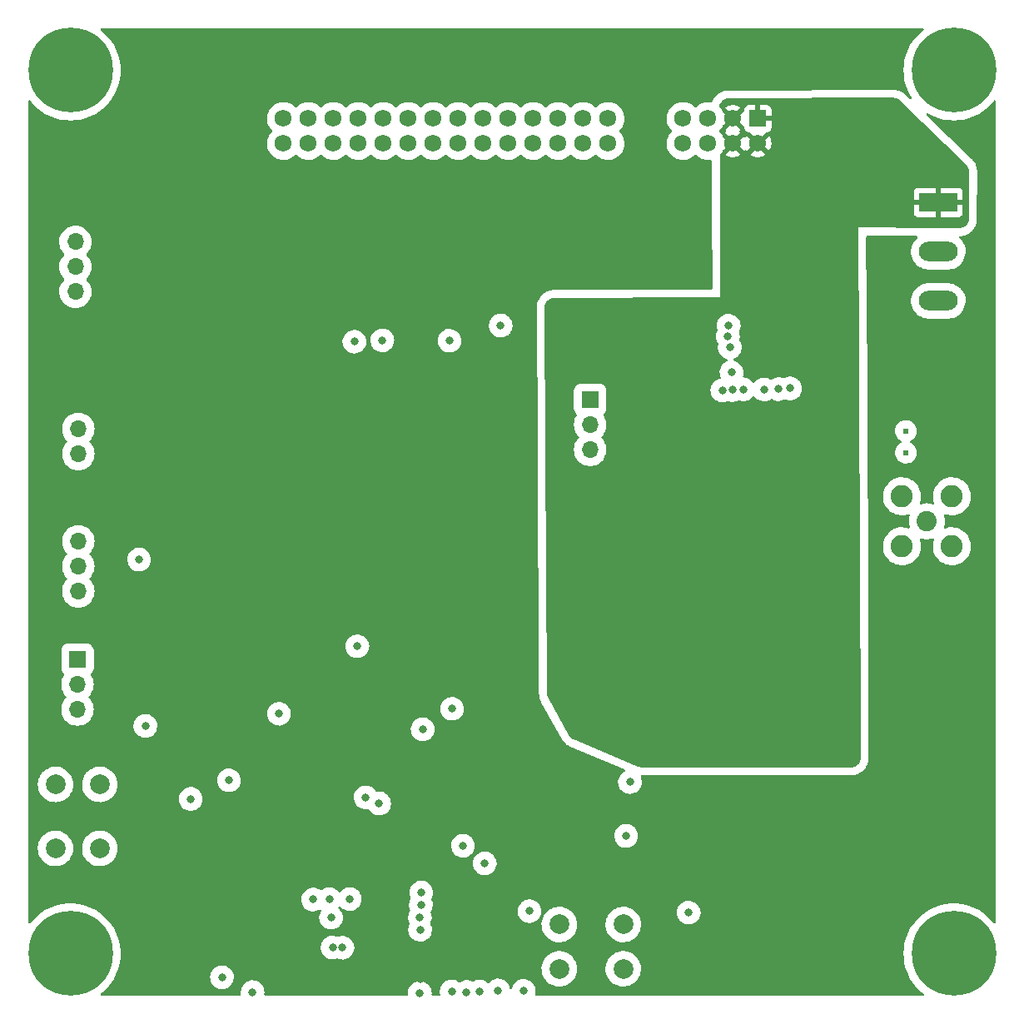
<source format=gbr>
%TF.GenerationSoftware,KiCad,Pcbnew,6.0.5-a6ca702e91~116~ubuntu22.04.1*%
%TF.CreationDate,2022-06-14T21:35:23-07:00*%
%TF.ProjectId,aprs-esp32,61707273-2d65-4737-9033-322e6b696361,v1.0.0*%
%TF.SameCoordinates,Original*%
%TF.FileFunction,Copper,L3,Inr*%
%TF.FilePolarity,Positive*%
%FSLAX46Y46*%
G04 Gerber Fmt 4.6, Leading zero omitted, Abs format (unit mm)*
G04 Created by KiCad (PCBNEW 6.0.5-a6ca702e91~116~ubuntu22.04.1) date 2022-06-14 21:35:23*
%MOMM*%
%LPD*%
G01*
G04 APERTURE LIST*
%TA.AperFunction,ComponentPad*%
%ADD10C,2.000000*%
%TD*%
%TA.AperFunction,ComponentPad*%
%ADD11C,1.725000*%
%TD*%
%TA.AperFunction,ComponentPad*%
%ADD12R,1.725000X1.725000*%
%TD*%
%TA.AperFunction,ComponentPad*%
%ADD13C,2.050000*%
%TD*%
%TA.AperFunction,ComponentPad*%
%ADD14C,2.250000*%
%TD*%
%TA.AperFunction,ComponentPad*%
%ADD15R,3.960000X1.980000*%
%TD*%
%TA.AperFunction,ComponentPad*%
%ADD16O,3.960000X1.980000*%
%TD*%
%TA.AperFunction,ComponentPad*%
%ADD17R,1.700000X1.700000*%
%TD*%
%TA.AperFunction,ComponentPad*%
%ADD18O,1.700000X1.700000*%
%TD*%
%TA.AperFunction,ComponentPad*%
%ADD19C,0.900000*%
%TD*%
%TA.AperFunction,ComponentPad*%
%ADD20C,8.600000*%
%TD*%
%TA.AperFunction,ComponentPad*%
%ADD21C,0.610000*%
%TD*%
%TA.AperFunction,ViaPad*%
%ADD22C,0.800000*%
%TD*%
G04 APERTURE END LIST*
D10*
%TO.N,ESP_PROG*%
%TO.C,SW2*%
X28065000Y-97715000D03*
X28065000Y-104215000D03*
%TO.N,GND*%
X23565000Y-97715000D03*
X23565000Y-104215000D03*
%TD*%
D11*
%TO.N,GPS_RX*%
%TO.C,J5*%
X46740000Y-32540000D03*
%TO.N,GPS_TX*%
X46740000Y-30000000D03*
%TO.N,GPIO23*%
X49280000Y-32540000D03*
%TO.N,ONE_WIRE*%
X49280000Y-30000000D03*
%TO.N,GPIO015*%
X51820000Y-32540000D03*
%TO.N,I2C_SA*%
X51820000Y-30000000D03*
%TO.N,GPIO012*%
X54360000Y-32540000D03*
%TO.N,I2C_SCL*%
X54360000Y-30000000D03*
%TO.N,GPIO27*%
X56900000Y-32540000D03*
%TO.N,unconnected-(J5-Pad31)*%
X56900000Y-30000000D03*
%TO.N,GPIO26*%
X59440000Y-32540000D03*
%TO.N,GPIO35*%
X59440000Y-30000000D03*
%TO.N,GPIO032*%
X61980000Y-32540000D03*
%TO.N,AF_OUT*%
X61980000Y-30000000D03*
%TO.N,GPIO34*%
X64520000Y-32540000D03*
%TO.N,unconnected-(J5-Pad25)*%
X64520000Y-30000000D03*
%TO.N,AUDIO_IN*%
X67060000Y-32540000D03*
%TO.N,unconnected-(J5-Pad23)*%
X67060000Y-30000000D03*
%TO.N,unconnected-(J5-Pad22)*%
X69600000Y-32540000D03*
%TO.N,SQ*%
X69600000Y-30000000D03*
%TO.N,4V_E*%
X72140000Y-32540000D03*
X72140000Y-30000000D03*
X74680000Y-32540000D03*
X74680000Y-30000000D03*
%TO.N,+3V3_E*%
X77220000Y-32540000D03*
X77220000Y-30000000D03*
X79760000Y-32540000D03*
X79760000Y-30000000D03*
%TO.N,+3V3*%
X82300000Y-32540000D03*
X82300000Y-30000000D03*
X84840000Y-32540000D03*
X84840000Y-30000000D03*
%TO.N,GND*%
X87380000Y-32540000D03*
X87380000Y-30000000D03*
X89920000Y-32540000D03*
X89920000Y-30000000D03*
%TO.N,+4V*%
X92460000Y-32540000D03*
X92460000Y-30000000D03*
X95000000Y-32540000D03*
D12*
X95000000Y-30000000D03*
%TD*%
D13*
%TO.N,/RF_OUT*%
%TO.C,J7*%
X112186370Y-70945645D03*
D14*
%TO.N,GND*%
X114726370Y-73485645D03*
X109646370Y-73485645D03*
X114726370Y-68405645D03*
X109646370Y-68405645D03*
%TD*%
D15*
%TO.N,+4V*%
%TO.C,J3*%
X113345000Y-38545000D03*
D16*
%TO.N,GND*%
X113345000Y-43545000D03*
X113345000Y-48545000D03*
%TO.N,+3V3*%
X113345000Y-53545000D03*
%TD*%
D17*
%TO.N,ESP_TX*%
%TO.C,J8*%
X25798507Y-85003164D03*
D18*
%TO.N,ESP_RX*%
X25798507Y-87543164D03*
%TO.N,GND*%
X25798507Y-90083164D03*
%TD*%
D17*
%TO.N,unconnected-(J6-Pad1)*%
%TO.C,J6*%
X77940218Y-58596018D03*
D18*
%TO.N,GND*%
X77940218Y-61136018D03*
%TO.N,/RF_HI_ENA*%
X77940218Y-63676018D03*
%TD*%
D19*
%TO.N,GND*%
%TO.C,H4*%
X118145000Y-114920000D03*
D20*
X114920000Y-114920000D03*
D19*
X112639581Y-117200419D03*
X111695000Y-114920000D03*
X117200419Y-117200419D03*
X114920000Y-111695000D03*
X117200419Y-112639581D03*
X114920000Y-118145000D03*
X112639581Y-112639581D03*
%TD*%
D21*
%TO.N,GND*%
%TO.C,FL1*%
X110051659Y-61761266D03*
X110051659Y-63971266D03*
%TD*%
D20*
%TO.N,GND*%
%TO.C,H3*%
X25080000Y-114920000D03*
D19*
X21855000Y-114920000D03*
X25080000Y-118145000D03*
X27360419Y-112639581D03*
X27360419Y-117200419D03*
X22799581Y-117200419D03*
X22799581Y-112639581D03*
X28305000Y-114920000D03*
X25080000Y-111695000D03*
%TD*%
D17*
%TO.N,+3V3*%
%TO.C,J2*%
X25885000Y-59025000D03*
D18*
%TO.N,GND*%
X25885000Y-61565000D03*
%TO.N,ONE_WIRE*%
X25885000Y-64105000D03*
%TD*%
D17*
%TO.N,+3V3*%
%TO.C,J4*%
X25592860Y-39985000D03*
D18*
%TO.N,I2C_SCL*%
X25592860Y-42525000D03*
%TO.N,I2C_SA*%
X25592860Y-45065000D03*
%TO.N,GND*%
X25592860Y-47605000D03*
%TD*%
D19*
%TO.N,GND*%
%TO.C,H2*%
X27360419Y-22799581D03*
D20*
X25080000Y-25080000D03*
D19*
X21855000Y-25080000D03*
X27360419Y-27360419D03*
X22799581Y-27360419D03*
X25080000Y-28305000D03*
X22799581Y-22799581D03*
X25080000Y-21855000D03*
X28305000Y-25080000D03*
%TD*%
%TO.N,GND*%
%TO.C,H1*%
X118145000Y-25080000D03*
X111695000Y-25080000D03*
D20*
X114920000Y-25080000D03*
D19*
X117200419Y-27360419D03*
X114920000Y-28305000D03*
X117200419Y-22799581D03*
X114920000Y-21855000D03*
X112639581Y-27360419D03*
X112639581Y-22799581D03*
%TD*%
D17*
%TO.N,+3V3*%
%TO.C,J1*%
X25885000Y-70455000D03*
D18*
%TO.N,GPS_TX*%
X25885000Y-72995000D03*
%TO.N,GPS_RX*%
X25885000Y-75535000D03*
%TO.N,GND*%
X25885000Y-78075000D03*
%TD*%
D10*
%TO.N,GND*%
%TO.C,SW1*%
X81299009Y-111952171D03*
X74799009Y-111952171D03*
%TO.N,ESP_ENA*%
X74799009Y-116452171D03*
X81299009Y-116452171D03*
%TD*%
D22*
%TO.N,+3V3*%
X24105000Y-51365000D03*
X66245000Y-79465000D03*
X60905000Y-74815000D03*
%TO.N,GND*%
X43615000Y-118835000D03*
X81595000Y-102945000D03*
X81985000Y-97475000D03*
X95615000Y-57545000D03*
%TO.N,+3V3*%
X41535000Y-61135000D03*
X41485000Y-49855000D03*
X42745000Y-39505000D03*
X24125000Y-31305000D03*
X30585000Y-30395000D03*
X46865000Y-44735000D03*
X40685000Y-57675000D03*
X45485000Y-68605000D03*
%TO.N,AF_OUT*%
X63635000Y-52585000D03*
%TO.N,RADIO_RX_LOW*%
X54265000Y-83665000D03*
X32695000Y-91765000D03*
%TO.N,SQ*%
X63895000Y-90015000D03*
%TO.N,GPIO015*%
X53965000Y-52685000D03*
%TO.N,ONE_WIRE*%
X55095275Y-99024725D03*
%TO.N,PTT_LOW*%
X68845000Y-51045000D03*
%TO.N,+4V*%
X75185000Y-67445000D03*
%TO.N,GND*%
X56485000Y-99645000D03*
X46305000Y-90525000D03*
%TO.N,GPIO23*%
X37305000Y-99185000D03*
%TO.N,AUDIO_IN*%
X71755000Y-110595000D03*
%TO.N,PTT_LOW*%
X60759200Y-108707400D03*
%TO.N,GPIO27*%
X65005000Y-103945000D03*
%TO.N,ESP_PROG*%
X41205000Y-97295000D03*
%TO.N,GND*%
X60905000Y-92105000D03*
X51745000Y-114305000D03*
X98255000Y-57435000D03*
X92035000Y-51065000D03*
X93495000Y-57535000D03*
X53494800Y-109367800D03*
X65375000Y-118825000D03*
X92135000Y-53275000D03*
X66685000Y-118785000D03*
X91945000Y-52185000D03*
X97095000Y-57515000D03*
X51589800Y-111247400D03*
X51412000Y-109393200D03*
X91375000Y-57645000D03*
X71195000Y-118715000D03*
X87965000Y-110755000D03*
X63855000Y-118765000D03*
X92315000Y-55805000D03*
X49761000Y-109418600D03*
X32065000Y-74845000D03*
X68585000Y-118665000D03*
X52745000Y-114315000D03*
X60615000Y-118935000D03*
X92435000Y-57605000D03*
%TO.N,+4V*%
X85895000Y-55555000D03*
X85895000Y-52205000D03*
X85955000Y-50895000D03*
X75295000Y-84035000D03*
X85955000Y-54425000D03*
X85975000Y-53345000D03*
X74885000Y-78175000D03*
X86545000Y-57405000D03*
X88995000Y-57435000D03*
X87545000Y-57405000D03*
X85565000Y-56585000D03*
X74908800Y-73130400D03*
%TO.N,GPIO34*%
X60638928Y-112491072D03*
%TO.N,GPIO032*%
X60718928Y-109951072D03*
%TO.N,GPIO012*%
X56805000Y-52545000D03*
%TO.N,GPIO26*%
X67225000Y-105745000D03*
%TO.N,GPIO35*%
X60628928Y-111221072D03*
%TO.N,+3V3*%
X71285000Y-114185000D03*
X60675000Y-117545000D03*
X68145000Y-114195000D03*
X64185000Y-112055000D03*
X93345000Y-112635000D03*
X66335000Y-112045000D03*
%TO.N,GPIO23*%
X40495000Y-117325000D03*
%TD*%
%TA.AperFunction,Conductor*%
%TO.N,+3V3*%
G36*
X111815602Y-20820502D02*
G01*
X111862095Y-20874158D01*
X111872199Y-20944432D01*
X111842705Y-21009012D01*
X111824185Y-21026463D01*
X111640506Y-21167404D01*
X111640500Y-21167409D01*
X111638338Y-21169068D01*
X111309966Y-21469966D01*
X111009068Y-21798338D01*
X110737935Y-22151686D01*
X110498629Y-22527321D01*
X110292973Y-22922382D01*
X110122532Y-23333864D01*
X109988602Y-23758636D01*
X109892203Y-24193464D01*
X109834068Y-24635039D01*
X109814641Y-25080000D01*
X109834068Y-25524961D01*
X109892203Y-25966536D01*
X109988602Y-26401364D01*
X110122532Y-26826136D01*
X110292973Y-27237618D01*
X110498629Y-27632679D01*
X110518935Y-27664553D01*
X110614972Y-27815301D01*
X110634704Y-27883501D01*
X110614432Y-27951542D01*
X110560592Y-27997821D01*
X110490279Y-28007646D01*
X110421035Y-27973499D01*
X110388055Y-27941549D01*
X110028452Y-27593184D01*
X109999939Y-27566863D01*
X109990822Y-27558845D01*
X109960955Y-27533833D01*
X109824488Y-27425053D01*
X109761423Y-27379581D01*
X109741065Y-27366347D01*
X109673939Y-27327183D01*
X109556341Y-27265975D01*
X109525941Y-27250152D01*
X109525931Y-27250147D01*
X109524584Y-27249446D01*
X109499833Y-27238045D01*
X109455372Y-27217566D01*
X109453996Y-27216932D01*
X109448309Y-27214638D01*
X109432888Y-27208418D01*
X109432876Y-27208413D01*
X109431469Y-27207846D01*
X109430049Y-27207352D01*
X109430037Y-27207347D01*
X109359470Y-27182773D01*
X109359450Y-27182767D01*
X109358047Y-27182278D01*
X109250069Y-27150429D01*
X109197991Y-27135068D01*
X109197983Y-27135066D01*
X109196546Y-27134642D01*
X109121013Y-27116274D01*
X109119544Y-27115991D01*
X109098675Y-27111971D01*
X109098658Y-27111968D01*
X109097162Y-27111680D01*
X109095641Y-27111463D01*
X109095626Y-27111460D01*
X109021735Y-27100895D01*
X109021727Y-27100894D01*
X109020216Y-27100678D01*
X108846492Y-27084344D01*
X108845795Y-27084295D01*
X108845778Y-27084294D01*
X108827210Y-27083000D01*
X108807725Y-27081641D01*
X108795579Y-27081088D01*
X108794893Y-27081073D01*
X108794853Y-27081072D01*
X108766005Y-27080456D01*
X108756690Y-27080257D01*
X92035866Y-27127036D01*
X92010837Y-27127728D01*
X91996638Y-27128121D01*
X91996621Y-27128122D01*
X91995851Y-27128143D01*
X91988615Y-27128523D01*
X91984236Y-27128753D01*
X91984209Y-27128755D01*
X91983405Y-27128797D01*
X91982603Y-27128859D01*
X91982605Y-27128859D01*
X91944298Y-27131826D01*
X91944276Y-27131828D01*
X91943540Y-27131885D01*
X91764914Y-27150194D01*
X91763387Y-27150428D01*
X91763376Y-27150429D01*
X91728977Y-27155692D01*
X91685859Y-27162288D01*
X91684313Y-27162604D01*
X91684306Y-27162605D01*
X91677883Y-27163917D01*
X91661383Y-27167287D01*
X91635001Y-27174056D01*
X91585396Y-27186783D01*
X91585384Y-27186786D01*
X91583885Y-27187171D01*
X91418408Y-27238511D01*
X91416943Y-27239047D01*
X91416933Y-27239050D01*
X91414160Y-27240064D01*
X91343289Y-27265975D01*
X91334878Y-27269533D01*
X91321727Y-27275095D01*
X91321705Y-27275105D01*
X91320277Y-27275709D01*
X91318859Y-27276394D01*
X91318854Y-27276396D01*
X91249654Y-27309811D01*
X91249644Y-27309816D01*
X91248234Y-27310497D01*
X91246868Y-27311243D01*
X91246863Y-27311245D01*
X91097514Y-27392744D01*
X91097494Y-27392756D01*
X91096139Y-27393495D01*
X91094804Y-27394312D01*
X91094792Y-27394319D01*
X91029217Y-27434453D01*
X91029206Y-27434460D01*
X91027886Y-27435268D01*
X91007259Y-27449347D01*
X91006024Y-27450283D01*
X91006013Y-27450291D01*
X90947306Y-27494789D01*
X90943542Y-27497642D01*
X90942375Y-27498622D01*
X90942368Y-27498627D01*
X90829699Y-27593184D01*
X90810830Y-27609020D01*
X90752185Y-27663422D01*
X90734731Y-27681306D01*
X90681774Y-27741254D01*
X90618081Y-27821010D01*
X90618071Y-27821023D01*
X90573650Y-27876649D01*
X90572740Y-27877913D01*
X90572732Y-27877923D01*
X90568715Y-27883501D01*
X90526905Y-27941549D01*
X90513323Y-27962529D01*
X90473242Y-28031748D01*
X90393980Y-28185801D01*
X90393337Y-28187219D01*
X90393334Y-28187226D01*
X90361608Y-28257232D01*
X90361600Y-28257252D01*
X90360956Y-28258672D01*
X90360383Y-28260123D01*
X90360375Y-28260143D01*
X90352350Y-28280481D01*
X90352343Y-28280501D01*
X90351782Y-28281922D01*
X90351761Y-28281914D01*
X90309687Y-28338831D01*
X90243318Y-28364042D01*
X90213317Y-28362781D01*
X90069970Y-28339435D01*
X90069956Y-28339434D01*
X90065346Y-28338683D01*
X89945462Y-28337114D01*
X89822869Y-28335509D01*
X89822866Y-28335509D01*
X89818192Y-28335448D01*
X89573273Y-28368779D01*
X89335972Y-28437946D01*
X89111501Y-28541429D01*
X89107592Y-28543992D01*
X88908704Y-28674388D01*
X88908699Y-28674392D01*
X88904791Y-28676954D01*
X88877488Y-28701323D01*
X88732293Y-28830915D01*
X88668152Y-28861353D01*
X88597738Y-28852282D01*
X88562059Y-28828687D01*
X88432895Y-28707181D01*
X88432892Y-28707179D01*
X88429494Y-28703982D01*
X88226403Y-28563093D01*
X88222212Y-28561026D01*
X88008906Y-28455835D01*
X88008903Y-28455834D01*
X88004718Y-28453770D01*
X87769308Y-28378415D01*
X87764701Y-28377665D01*
X87764698Y-28377664D01*
X87529957Y-28339434D01*
X87529958Y-28339434D01*
X87525346Y-28338683D01*
X87405462Y-28337114D01*
X87282869Y-28335509D01*
X87282866Y-28335509D01*
X87278192Y-28335448D01*
X87033273Y-28368779D01*
X86795972Y-28437946D01*
X86571501Y-28541429D01*
X86567592Y-28543992D01*
X86368704Y-28674388D01*
X86368699Y-28674392D01*
X86364791Y-28676954D01*
X86337488Y-28701323D01*
X86192293Y-28830915D01*
X86180384Y-28841544D01*
X86022330Y-29031583D01*
X85894101Y-29242897D01*
X85892292Y-29247211D01*
X85892290Y-29247215D01*
X85875856Y-29286406D01*
X85798516Y-29470843D01*
X85737673Y-29710413D01*
X85712908Y-29956346D01*
X85713132Y-29961012D01*
X85713132Y-29961018D01*
X85715581Y-30011995D01*
X85724768Y-30203237D01*
X85772989Y-30445664D01*
X85856514Y-30678300D01*
X85973507Y-30896035D01*
X85976302Y-30899778D01*
X85976304Y-30899781D01*
X86118607Y-31090347D01*
X86118612Y-31090353D01*
X86121399Y-31094085D01*
X86124708Y-31097365D01*
X86124713Y-31097371D01*
X86206813Y-31178757D01*
X86241109Y-31240920D01*
X86236354Y-31311757D01*
X86202010Y-31362241D01*
X86183878Y-31378425D01*
X86183875Y-31378429D01*
X86180384Y-31381544D01*
X86022330Y-31571583D01*
X85894101Y-31782897D01*
X85892292Y-31787211D01*
X85892290Y-31787215D01*
X85875856Y-31826406D01*
X85798516Y-32010843D01*
X85737673Y-32250413D01*
X85712908Y-32496346D01*
X85713132Y-32501012D01*
X85713132Y-32501018D01*
X85715005Y-32540000D01*
X85724768Y-32743237D01*
X85772989Y-32985664D01*
X85856514Y-33218300D01*
X85973507Y-33436035D01*
X85976302Y-33439778D01*
X85976304Y-33439781D01*
X86118607Y-33630347D01*
X86118612Y-33630353D01*
X86121399Y-33634085D01*
X86124708Y-33637365D01*
X86124713Y-33637371D01*
X86220656Y-33732480D01*
X86296940Y-33808101D01*
X86300702Y-33810859D01*
X86300705Y-33810862D01*
X86492499Y-33951491D01*
X86496273Y-33954258D01*
X86500416Y-33956438D01*
X86500418Y-33956439D01*
X86710871Y-34067164D01*
X86710876Y-34067166D01*
X86715021Y-34069347D01*
X86719444Y-34070892D01*
X86719445Y-34070892D01*
X86890800Y-34130732D01*
X86948377Y-34150839D01*
X86952970Y-34151711D01*
X87186626Y-34196072D01*
X87186629Y-34196072D01*
X87191215Y-34196943D01*
X87308637Y-34201556D01*
X87433533Y-34206464D01*
X87433538Y-34206464D01*
X87438201Y-34206647D01*
X87526808Y-34196943D01*
X87679254Y-34180248D01*
X87679259Y-34180247D01*
X87683907Y-34179738D01*
X87757111Y-34160465D01*
X87918415Y-34117997D01*
X87918417Y-34117996D01*
X87922938Y-34116806D01*
X87979414Y-34092542D01*
X88145752Y-34021078D01*
X88145755Y-34021076D01*
X88150041Y-34019235D01*
X88360228Y-33889168D01*
X88363791Y-33886151D01*
X88363796Y-33886148D01*
X88545314Y-33732480D01*
X88545315Y-33732479D01*
X88548880Y-33729461D01*
X88551961Y-33725948D01*
X88551969Y-33725940D01*
X88557641Y-33719473D01*
X88617595Y-33681447D01*
X88688591Y-33681871D01*
X88741076Y-33713070D01*
X88836940Y-33808101D01*
X88840702Y-33810859D01*
X88840705Y-33810862D01*
X89032499Y-33951491D01*
X89036273Y-33954258D01*
X89040416Y-33956438D01*
X89040418Y-33956439D01*
X89250871Y-34067164D01*
X89250876Y-34067166D01*
X89255021Y-34069347D01*
X89259444Y-34070892D01*
X89259445Y-34070892D01*
X89430800Y-34130732D01*
X89488377Y-34150839D01*
X89492970Y-34151711D01*
X89726626Y-34196072D01*
X89726629Y-34196072D01*
X89731215Y-34196943D01*
X89848637Y-34201556D01*
X89973533Y-34206464D01*
X89973538Y-34206464D01*
X89978201Y-34206647D01*
X90043151Y-34199534D01*
X90195386Y-34182862D01*
X90265280Y-34195329D01*
X90317337Y-34243604D01*
X90335103Y-34307909D01*
X90341495Y-38274183D01*
X90343601Y-39580967D01*
X90355654Y-47059338D01*
X90355999Y-47273711D01*
X90336107Y-47341864D01*
X90282526Y-47388443D01*
X90230109Y-47399914D01*
X74306191Y-47413826D01*
X74306165Y-47413826D01*
X74305420Y-47413827D01*
X74282031Y-47414424D01*
X74266479Y-47414821D01*
X74266460Y-47414822D01*
X74265744Y-47414840D01*
X74265038Y-47414875D01*
X74265023Y-47414876D01*
X74260188Y-47415119D01*
X74253352Y-47415462D01*
X74252622Y-47415517D01*
X74252617Y-47415517D01*
X74214609Y-47418364D01*
X74214597Y-47418365D01*
X74213810Y-47418424D01*
X74036651Y-47436089D01*
X73958201Y-47447836D01*
X73956694Y-47448138D01*
X73956678Y-47448141D01*
X73937655Y-47451956D01*
X73933900Y-47452709D01*
X73856998Y-47472113D01*
X73764597Y-47500332D01*
X73694198Y-47521832D01*
X73694184Y-47521837D01*
X73692693Y-47522292D01*
X73691224Y-47522821D01*
X73619514Y-47548644D01*
X73619505Y-47548647D01*
X73618079Y-47549161D01*
X73616667Y-47549749D01*
X73616658Y-47549753D01*
X73596670Y-47558084D01*
X73595202Y-47558696D01*
X73593774Y-47559376D01*
X73593773Y-47559376D01*
X73524965Y-47592120D01*
X73524954Y-47592126D01*
X73523562Y-47592788D01*
X73372255Y-47674162D01*
X73370936Y-47674957D01*
X73370914Y-47674970D01*
X73316956Y-47707513D01*
X73304343Y-47715119D01*
X73303047Y-47715990D01*
X73303035Y-47715998D01*
X73296096Y-47720664D01*
X73283775Y-47728948D01*
X73220203Y-47776398D01*
X73218995Y-47777396D01*
X73104009Y-47872386D01*
X73087749Y-47885818D01*
X73086610Y-47886858D01*
X73086599Y-47886867D01*
X73030304Y-47938241D01*
X73030293Y-47938251D01*
X73029143Y-47939301D01*
X73011680Y-47956890D01*
X73010666Y-47958018D01*
X73010653Y-47958031D01*
X72960869Y-48013375D01*
X72958647Y-48015845D01*
X72957675Y-48017039D01*
X72865337Y-48130454D01*
X72850181Y-48149069D01*
X72803189Y-48212973D01*
X72789507Y-48233639D01*
X72749029Y-48301854D01*
X72668739Y-48453737D01*
X72668085Y-48455138D01*
X72635830Y-48524180D01*
X72635821Y-48524201D01*
X72635171Y-48525592D01*
X72634592Y-48527009D01*
X72634583Y-48527030D01*
X72626390Y-48547089D01*
X72625799Y-48548536D01*
X72625286Y-48549994D01*
X72625283Y-48550001D01*
X72616860Y-48573926D01*
X72599455Y-48623359D01*
X72550448Y-48788023D01*
X72531591Y-48865076D01*
X72526892Y-48889411D01*
X72515707Y-48967928D01*
X72515563Y-48969485D01*
X72505150Y-49082049D01*
X72499307Y-49145204D01*
X72499256Y-49145964D01*
X72499253Y-49145995D01*
X72496678Y-49183996D01*
X72496628Y-49184737D01*
X72496094Y-49197133D01*
X72496080Y-49197905D01*
X72495641Y-49221802D01*
X72495364Y-49236848D01*
X72582452Y-63136074D01*
X72585835Y-63676017D01*
X72585867Y-63681054D01*
X72585864Y-63681065D01*
X72585867Y-63681065D01*
X72735349Y-87538234D01*
X72741368Y-88498933D01*
X72741385Y-88499551D01*
X72741845Y-88516304D01*
X72742304Y-88533040D01*
X72742822Y-88543684D01*
X72745193Y-88577621D01*
X72745250Y-88578243D01*
X72758277Y-88721215D01*
X72759074Y-88729966D01*
X72768117Y-88797474D01*
X72771834Y-88818442D01*
X72786556Y-88884979D01*
X72824522Y-89027654D01*
X72824918Y-89028922D01*
X72824919Y-89028927D01*
X72835367Y-89062418D01*
X72844813Y-89092700D01*
X72852006Y-89112735D01*
X72877714Y-89175816D01*
X72941388Y-89314918D01*
X72956220Y-89345589D01*
X72961061Y-89355082D01*
X72961380Y-89355676D01*
X72961393Y-89355701D01*
X72976866Y-89384520D01*
X72976885Y-89384555D01*
X72977179Y-89385102D01*
X74430179Y-91959205D01*
X75071248Y-93094908D01*
X75075559Y-93102546D01*
X75098332Y-93140424D01*
X75105777Y-93152071D01*
X75106271Y-93152799D01*
X75130117Y-93187942D01*
X75130136Y-93187970D01*
X75130598Y-93188650D01*
X75246389Y-93349599D01*
X75247476Y-93350947D01*
X75300760Y-93417037D01*
X75300769Y-93417048D01*
X75301857Y-93418397D01*
X75320331Y-93438899D01*
X75382988Y-93501195D01*
X75525853Y-93628441D01*
X75594991Y-93683525D01*
X75617483Y-93699509D01*
X75692181Y-93746652D01*
X75693704Y-93747500D01*
X75817055Y-93816195D01*
X75817069Y-93816202D01*
X75864646Y-93842697D01*
X75864665Y-93842707D01*
X75865408Y-93843121D01*
X75866170Y-93843518D01*
X75866173Y-93843520D01*
X75903766Y-93863125D01*
X75903790Y-93863137D01*
X75904553Y-93863535D01*
X75916979Y-93869588D01*
X75917771Y-93869947D01*
X75917796Y-93869959D01*
X75942870Y-93881332D01*
X75957270Y-93887863D01*
X75958066Y-93888198D01*
X75958098Y-93888212D01*
X81413652Y-96184254D01*
X81468680Y-96229115D01*
X81490719Y-96296604D01*
X81472772Y-96365295D01*
X81429200Y-96408672D01*
X81346888Y-96457643D01*
X81295414Y-96488267D01*
X81276341Y-96499614D01*
X81110457Y-96645090D01*
X80973863Y-96818360D01*
X80871131Y-97013620D01*
X80805703Y-97224333D01*
X80779770Y-97443440D01*
X80794200Y-97663604D01*
X80795621Y-97669200D01*
X80795622Y-97669205D01*
X80823737Y-97779907D01*
X80848511Y-97877452D01*
X80850928Y-97882694D01*
X80850928Y-97882695D01*
X80889046Y-97965379D01*
X80940883Y-98077821D01*
X81068222Y-98258002D01*
X81226264Y-98411961D01*
X81231060Y-98415166D01*
X81231063Y-98415168D01*
X81315261Y-98471427D01*
X81409717Y-98534540D01*
X81415020Y-98536818D01*
X81415023Y-98536820D01*
X81516610Y-98580465D01*
X81612436Y-98621635D01*
X81692088Y-98639658D01*
X81821995Y-98669054D01*
X81822001Y-98669055D01*
X81827632Y-98670329D01*
X81833403Y-98670556D01*
X81833405Y-98670556D01*
X81901211Y-98673220D01*
X82048098Y-98678991D01*
X82157275Y-98663161D01*
X82260738Y-98648160D01*
X82260743Y-98648159D01*
X82266452Y-98647331D01*
X82271916Y-98645476D01*
X82271921Y-98645475D01*
X82469907Y-98578268D01*
X82469912Y-98578266D01*
X82475379Y-98576410D01*
X82482767Y-98572273D01*
X82569278Y-98523824D01*
X82667884Y-98468602D01*
X82690993Y-98449383D01*
X82833086Y-98331204D01*
X82837518Y-98327518D01*
X82914325Y-98235168D01*
X82974908Y-98162326D01*
X82974910Y-98162323D01*
X82978602Y-98157884D01*
X83054455Y-98022439D01*
X83083586Y-97970422D01*
X83083587Y-97970420D01*
X83086410Y-97965379D01*
X83088266Y-97959912D01*
X83088268Y-97959907D01*
X83155475Y-97761921D01*
X83155476Y-97761916D01*
X83157331Y-97756452D01*
X83158159Y-97750743D01*
X83158160Y-97750738D01*
X83188458Y-97541772D01*
X83188991Y-97538098D01*
X83190643Y-97475000D01*
X83170454Y-97255289D01*
X83151226Y-97187109D01*
X83112134Y-97048500D01*
X83110565Y-97042936D01*
X83073857Y-96968499D01*
X83061667Y-96898557D01*
X83089227Y-96833127D01*
X83147785Y-96792984D01*
X83189996Y-96786810D01*
X83216973Y-96787481D01*
X83216980Y-96787481D01*
X83217740Y-96787500D01*
X104453723Y-96787500D01*
X104493322Y-96786526D01*
X104494080Y-96786489D01*
X104494099Y-96786488D01*
X104499509Y-96786221D01*
X104505695Y-96785917D01*
X104545211Y-96782996D01*
X104545975Y-96782921D01*
X104545982Y-96782920D01*
X104575152Y-96780041D01*
X104722158Y-96765532D01*
X104737375Y-96763270D01*
X104798969Y-96754114D01*
X104798986Y-96754111D01*
X104800520Y-96753883D01*
X104802026Y-96753583D01*
X104802042Y-96753580D01*
X104823286Y-96749345D01*
X104823301Y-96749342D01*
X104824794Y-96749044D01*
X104901613Y-96729760D01*
X104903087Y-96729312D01*
X105064280Y-96680307D01*
X105064285Y-96680305D01*
X105065763Y-96679856D01*
X105140332Y-96653115D01*
X105163192Y-96643624D01*
X105183863Y-96633824D01*
X105233360Y-96610358D01*
X105233372Y-96610352D01*
X105234764Y-96609692D01*
X105385990Y-96528661D01*
X105427988Y-96503424D01*
X105452581Y-96488646D01*
X105452593Y-96488638D01*
X105453880Y-96487865D01*
X105474443Y-96474089D01*
X105503268Y-96452651D01*
X105536768Y-96427738D01*
X105536783Y-96427727D01*
X105538011Y-96426813D01*
X105649053Y-96335417D01*
X105669299Y-96318753D01*
X105669310Y-96318743D01*
X105670483Y-96317778D01*
X105729089Y-96264497D01*
X105746562Y-96246967D01*
X105799659Y-96188179D01*
X105908260Y-96055351D01*
X105955334Y-95991620D01*
X105969039Y-95971017D01*
X106009606Y-95903003D01*
X106090142Y-95751513D01*
X106123838Y-95679835D01*
X106133254Y-95656945D01*
X106159752Y-95582289D01*
X106209120Y-95417977D01*
X106228152Y-95341102D01*
X106232912Y-95316812D01*
X106244307Y-95238402D01*
X106261193Y-95061393D01*
X106263986Y-95021823D01*
X106264554Y-95009445D01*
X106265397Y-94969889D01*
X106194989Y-73425009D01*
X107716905Y-73425009D01*
X107717080Y-73429461D01*
X107726941Y-73680438D01*
X107727610Y-73697478D01*
X107776600Y-73965720D01*
X107862896Y-74224384D01*
X107864889Y-74228372D01*
X107945123Y-74388945D01*
X107984778Y-74468308D01*
X107987307Y-74471967D01*
X108092193Y-74623724D01*
X108139813Y-74692625D01*
X108324908Y-74892859D01*
X108328362Y-74895671D01*
X108532908Y-75062198D01*
X108532913Y-75062201D01*
X108536370Y-75065016D01*
X108769979Y-75205660D01*
X108774074Y-75207394D01*
X108774076Y-75207395D01*
X109016973Y-75310249D01*
X109016980Y-75310251D01*
X109021074Y-75311985D01*
X109088667Y-75329907D01*
X109280349Y-75380731D01*
X109280353Y-75380732D01*
X109284646Y-75381870D01*
X109289055Y-75382392D01*
X109289061Y-75382393D01*
X109466762Y-75403425D01*
X109555435Y-75413920D01*
X109828038Y-75407496D01*
X109911618Y-75393584D01*
X110092627Y-75363456D01*
X110092631Y-75363455D01*
X110097017Y-75362725D01*
X110101258Y-75361384D01*
X110101261Y-75361383D01*
X110352758Y-75281845D01*
X110352760Y-75281844D01*
X110357004Y-75280502D01*
X110361015Y-75278576D01*
X110361020Y-75278574D01*
X110598793Y-75164397D01*
X110598794Y-75164396D01*
X110602812Y-75162467D01*
X110752875Y-75062198D01*
X110825829Y-75013452D01*
X110825833Y-75013449D01*
X110829537Y-75010974D01*
X110832854Y-75008003D01*
X110832858Y-75008000D01*
X111029336Y-74832020D01*
X111029337Y-74832019D01*
X111032654Y-74829048D01*
X111208111Y-74620316D01*
X111352407Y-74388945D01*
X111462663Y-74139551D01*
X111512924Y-73961339D01*
X111535468Y-73881404D01*
X111535469Y-73881400D01*
X111536679Y-73877109D01*
X111572979Y-73606857D01*
X111573080Y-73603648D01*
X111576687Y-73488867D01*
X111576687Y-73488862D01*
X111576788Y-73485645D01*
X111557529Y-73213647D01*
X111543703Y-73149425D01*
X111501074Y-72951423D01*
X111501074Y-72951421D01*
X111500138Y-72947076D01*
X111462440Y-72844891D01*
X111457628Y-72774059D01*
X111491875Y-72711868D01*
X111554308Y-72678066D01*
X111622193Y-72682326D01*
X111708154Y-72712345D01*
X111708160Y-72712347D01*
X111712571Y-72713887D01*
X111717164Y-72714759D01*
X111879659Y-72745610D01*
X111979138Y-72764497D01*
X112107946Y-72769558D01*
X112245590Y-72774966D01*
X112245595Y-72774966D01*
X112250258Y-72775149D01*
X112355473Y-72763626D01*
X112515321Y-72746120D01*
X112515326Y-72746119D01*
X112519974Y-72745610D01*
X112556453Y-72736006D01*
X112648135Y-72711868D01*
X112756392Y-72683366D01*
X112827360Y-72685365D01*
X112885982Y-72725416D01*
X112913645Y-72790801D01*
X112905256Y-72852516D01*
X112890433Y-72889113D01*
X112824697Y-73153750D01*
X112796905Y-73425009D01*
X112797080Y-73429461D01*
X112806941Y-73680438D01*
X112807610Y-73697478D01*
X112856600Y-73965720D01*
X112942896Y-74224384D01*
X112944889Y-74228372D01*
X113025123Y-74388945D01*
X113064778Y-74468308D01*
X113067307Y-74471967D01*
X113172193Y-74623724D01*
X113219813Y-74692625D01*
X113404908Y-74892859D01*
X113408362Y-74895671D01*
X113612908Y-75062198D01*
X113612913Y-75062201D01*
X113616370Y-75065016D01*
X113849979Y-75205660D01*
X113854074Y-75207394D01*
X113854076Y-75207395D01*
X114096973Y-75310249D01*
X114096980Y-75310251D01*
X114101074Y-75311985D01*
X114168667Y-75329907D01*
X114360349Y-75380731D01*
X114360353Y-75380732D01*
X114364646Y-75381870D01*
X114369055Y-75382392D01*
X114369061Y-75382393D01*
X114546762Y-75403425D01*
X114635435Y-75413920D01*
X114908038Y-75407496D01*
X114991618Y-75393584D01*
X115172627Y-75363456D01*
X115172631Y-75363455D01*
X115177017Y-75362725D01*
X115181258Y-75361384D01*
X115181261Y-75361383D01*
X115432758Y-75281845D01*
X115432760Y-75281844D01*
X115437004Y-75280502D01*
X115441015Y-75278576D01*
X115441020Y-75278574D01*
X115678793Y-75164397D01*
X115678794Y-75164396D01*
X115682812Y-75162467D01*
X115832875Y-75062198D01*
X115905829Y-75013452D01*
X115905833Y-75013449D01*
X115909537Y-75010974D01*
X115912854Y-75008003D01*
X115912858Y-75008000D01*
X116109336Y-74832020D01*
X116109337Y-74832019D01*
X116112654Y-74829048D01*
X116288111Y-74620316D01*
X116432407Y-74388945D01*
X116542663Y-74139551D01*
X116592924Y-73961339D01*
X116615468Y-73881404D01*
X116615469Y-73881400D01*
X116616679Y-73877109D01*
X116652979Y-73606857D01*
X116653080Y-73603648D01*
X116656687Y-73488867D01*
X116656687Y-73488862D01*
X116656788Y-73485645D01*
X116637529Y-73213647D01*
X116623703Y-73149425D01*
X116581074Y-72951423D01*
X116581074Y-72951421D01*
X116580138Y-72947076D01*
X116485759Y-72691250D01*
X116356276Y-72451275D01*
X116194271Y-72231939D01*
X116002978Y-72037617D01*
X115999438Y-72034915D01*
X115789755Y-71874889D01*
X115789751Y-71874886D01*
X115786214Y-71872187D01*
X115724527Y-71837641D01*
X115552192Y-71741129D01*
X115552187Y-71741126D01*
X115548302Y-71738951D01*
X115544144Y-71737343D01*
X115544139Y-71737340D01*
X115298146Y-71642172D01*
X115298140Y-71642170D01*
X115293991Y-71640565D01*
X115289659Y-71639561D01*
X115289656Y-71639560D01*
X115180427Y-71614242D01*
X115028354Y-71578994D01*
X114756692Y-71555465D01*
X114752257Y-71555709D01*
X114752253Y-71555709D01*
X114488867Y-71570204D01*
X114488860Y-71570205D01*
X114484424Y-71570449D01*
X114216985Y-71623646D01*
X114212792Y-71625118D01*
X114212779Y-71625122D01*
X114085083Y-71669966D01*
X114014183Y-71673665D01*
X113952538Y-71638446D01*
X113919720Y-71575489D01*
X113922065Y-71516883D01*
X113978968Y-71315120D01*
X113978969Y-71315115D01*
X113980239Y-71310612D01*
X114014480Y-71041452D01*
X114016989Y-70945645D01*
X113996881Y-70675062D01*
X113937000Y-70410424D01*
X113929696Y-70391642D01*
X113923647Y-70320903D01*
X113956803Y-70258124D01*
X114018636Y-70223237D01*
X114089516Y-70227317D01*
X114096262Y-70229947D01*
X114101074Y-70231985D01*
X114197479Y-70257546D01*
X114360349Y-70300731D01*
X114360353Y-70300732D01*
X114364646Y-70301870D01*
X114369055Y-70302392D01*
X114369061Y-70302393D01*
X114534225Y-70321941D01*
X114635435Y-70333920D01*
X114908038Y-70327496D01*
X114991618Y-70313584D01*
X115172627Y-70283456D01*
X115172631Y-70283455D01*
X115177017Y-70282725D01*
X115181258Y-70281384D01*
X115181261Y-70281383D01*
X115432758Y-70201845D01*
X115432760Y-70201844D01*
X115437004Y-70200502D01*
X115441015Y-70198576D01*
X115441020Y-70198574D01*
X115678793Y-70084397D01*
X115678794Y-70084396D01*
X115682812Y-70082467D01*
X115832875Y-69982198D01*
X115905829Y-69933452D01*
X115905833Y-69933449D01*
X115909537Y-69930974D01*
X115912854Y-69928003D01*
X115912858Y-69928000D01*
X116109336Y-69752020D01*
X116109337Y-69752019D01*
X116112654Y-69749048D01*
X116288111Y-69540316D01*
X116432407Y-69308945D01*
X116542663Y-69059551D01*
X116616679Y-68797109D01*
X116652979Y-68526857D01*
X116656788Y-68405645D01*
X116637529Y-68133647D01*
X116623703Y-68069425D01*
X116581074Y-67871423D01*
X116581074Y-67871421D01*
X116580138Y-67867076D01*
X116485759Y-67611250D01*
X116356276Y-67371275D01*
X116194271Y-67151939D01*
X116002978Y-66957617D01*
X115947981Y-66915644D01*
X115789755Y-66794889D01*
X115789751Y-66794886D01*
X115786214Y-66792187D01*
X115724527Y-66757641D01*
X115552192Y-66661129D01*
X115552187Y-66661126D01*
X115548302Y-66658951D01*
X115544144Y-66657343D01*
X115544139Y-66657340D01*
X115298146Y-66562172D01*
X115298140Y-66562170D01*
X115293991Y-66560565D01*
X115289659Y-66559561D01*
X115289656Y-66559560D01*
X115180427Y-66534242D01*
X115028354Y-66498994D01*
X114756692Y-66475465D01*
X114752257Y-66475709D01*
X114752253Y-66475709D01*
X114488867Y-66490204D01*
X114488860Y-66490205D01*
X114484424Y-66490449D01*
X114216985Y-66543646D01*
X113959709Y-66633995D01*
X113717729Y-66759693D01*
X113714114Y-66762276D01*
X113714108Y-66762280D01*
X113499496Y-66915644D01*
X113499492Y-66915647D01*
X113495875Y-66918232D01*
X113298573Y-67106450D01*
X113129759Y-67320589D01*
X113100318Y-67371275D01*
X112995039Y-67552525D01*
X112995036Y-67552531D01*
X112992801Y-67556379D01*
X112890433Y-67809113D01*
X112824697Y-68073750D01*
X112796905Y-68345009D01*
X112797080Y-68349461D01*
X112804175Y-68530036D01*
X112807610Y-68617478D01*
X112856600Y-68885720D01*
X112858009Y-68889943D01*
X112911580Y-69050518D01*
X112914164Y-69121468D01*
X112877980Y-69182552D01*
X112814516Y-69214376D01*
X112753643Y-69210396D01*
X112618165Y-69167029D01*
X112618167Y-69167029D01*
X112613720Y-69165606D01*
X112457444Y-69140155D01*
X112350531Y-69122743D01*
X112350530Y-69122743D01*
X112345919Y-69121992D01*
X112210266Y-69120216D01*
X112079290Y-69118501D01*
X112079287Y-69118501D01*
X112074613Y-69118440D01*
X111967880Y-69132966D01*
X111810403Y-69154397D01*
X111810396Y-69154398D01*
X111805763Y-69155029D01*
X111801273Y-69156338D01*
X111801267Y-69156339D01*
X111711336Y-69182552D01*
X111620821Y-69208935D01*
X111549825Y-69208795D01*
X111490175Y-69170293D01*
X111460810Y-69105654D01*
X111464294Y-69053768D01*
X111535468Y-68801404D01*
X111535469Y-68801400D01*
X111536679Y-68797109D01*
X111572979Y-68526857D01*
X111576788Y-68405645D01*
X111557529Y-68133647D01*
X111543703Y-68069425D01*
X111501074Y-67871423D01*
X111501074Y-67871421D01*
X111500138Y-67867076D01*
X111405759Y-67611250D01*
X111276276Y-67371275D01*
X111114271Y-67151939D01*
X110922978Y-66957617D01*
X110867981Y-66915644D01*
X110709755Y-66794889D01*
X110709751Y-66794886D01*
X110706214Y-66792187D01*
X110644527Y-66757641D01*
X110472192Y-66661129D01*
X110472187Y-66661126D01*
X110468302Y-66658951D01*
X110464144Y-66657343D01*
X110464139Y-66657340D01*
X110218146Y-66562172D01*
X110218140Y-66562170D01*
X110213991Y-66560565D01*
X110209659Y-66559561D01*
X110209656Y-66559560D01*
X110100427Y-66534242D01*
X109948354Y-66498994D01*
X109676692Y-66475465D01*
X109672257Y-66475709D01*
X109672253Y-66475709D01*
X109408867Y-66490204D01*
X109408860Y-66490205D01*
X109404424Y-66490449D01*
X109136985Y-66543646D01*
X108879709Y-66633995D01*
X108637729Y-66759693D01*
X108634114Y-66762276D01*
X108634108Y-66762280D01*
X108419496Y-66915644D01*
X108419492Y-66915647D01*
X108415875Y-66918232D01*
X108218573Y-67106450D01*
X108049759Y-67320589D01*
X108020318Y-67371275D01*
X107915039Y-67552525D01*
X107915036Y-67552531D01*
X107912801Y-67556379D01*
X107810433Y-67809113D01*
X107744697Y-68073750D01*
X107716905Y-68345009D01*
X107717080Y-68349461D01*
X107724175Y-68530036D01*
X107727610Y-68617478D01*
X107776600Y-68885720D01*
X107778009Y-68889943D01*
X107855426Y-69121992D01*
X107862896Y-69144384D01*
X107895150Y-69208935D01*
X107945123Y-69308945D01*
X107984778Y-69388308D01*
X107987307Y-69391967D01*
X108092193Y-69543724D01*
X108139813Y-69612625D01*
X108324908Y-69812859D01*
X108328362Y-69815671D01*
X108532908Y-69982198D01*
X108532913Y-69982201D01*
X108536370Y-69985016D01*
X108769979Y-70125660D01*
X108774074Y-70127394D01*
X108774076Y-70127395D01*
X109016973Y-70230249D01*
X109016980Y-70230251D01*
X109021074Y-70231985D01*
X109117479Y-70257546D01*
X109280349Y-70300731D01*
X109280353Y-70300732D01*
X109284646Y-70301870D01*
X109289055Y-70302392D01*
X109289061Y-70302393D01*
X109454225Y-70321941D01*
X109555435Y-70333920D01*
X109828038Y-70327496D01*
X109911618Y-70313584D01*
X110092627Y-70283456D01*
X110092631Y-70283455D01*
X110097017Y-70282725D01*
X110101258Y-70281384D01*
X110101261Y-70281383D01*
X110190046Y-70253304D01*
X110288029Y-70222316D01*
X110359010Y-70220846D01*
X110419518Y-70257985D01*
X110450341Y-70321941D01*
X110448145Y-70373467D01*
X110383562Y-70627761D01*
X110383094Y-70632412D01*
X110383093Y-70632416D01*
X110372064Y-70741949D01*
X110356378Y-70897725D01*
X110356602Y-70902391D01*
X110356602Y-70902396D01*
X110362501Y-71025199D01*
X110369396Y-71168741D01*
X110370309Y-71173329D01*
X110419460Y-71420427D01*
X110422330Y-71434857D01*
X110423909Y-71439255D01*
X110423911Y-71439262D01*
X110448495Y-71507733D01*
X110452689Y-71578605D01*
X110417900Y-71640494D01*
X110355174Y-71673751D01*
X110284446Y-71667822D01*
X110213991Y-71640565D01*
X110209659Y-71639561D01*
X110209656Y-71639560D01*
X110100427Y-71614242D01*
X109948354Y-71578994D01*
X109676692Y-71555465D01*
X109672257Y-71555709D01*
X109672253Y-71555709D01*
X109408867Y-71570204D01*
X109408860Y-71570205D01*
X109404424Y-71570449D01*
X109136985Y-71623646D01*
X108879709Y-71713995D01*
X108637729Y-71839693D01*
X108634114Y-71842276D01*
X108634108Y-71842280D01*
X108419496Y-71995644D01*
X108419492Y-71995647D01*
X108415875Y-71998232D01*
X108218573Y-72186450D01*
X108049759Y-72400589D01*
X108001664Y-72483390D01*
X107915039Y-72632525D01*
X107915036Y-72632531D01*
X107912801Y-72636379D01*
X107869040Y-72744419D01*
X107812107Y-72884981D01*
X107810433Y-72889113D01*
X107744697Y-73153750D01*
X107716905Y-73425009D01*
X106194989Y-73425009D01*
X106163999Y-63942203D01*
X108941803Y-63942203D01*
X108955092Y-64144945D01*
X109005104Y-64341870D01*
X109090166Y-64526384D01*
X109093499Y-64531100D01*
X109153932Y-64616610D01*
X109207429Y-64692307D01*
X109352965Y-64834081D01*
X109521900Y-64946960D01*
X109527203Y-64949238D01*
X109527206Y-64949240D01*
X109703270Y-65024883D01*
X109708577Y-65027163D01*
X109906744Y-65072004D01*
X109912513Y-65072231D01*
X109912516Y-65072231D01*
X109989175Y-65075242D01*
X110109764Y-65079980D01*
X110310838Y-65050826D01*
X110316302Y-65048971D01*
X110316307Y-65048970D01*
X110497765Y-64987373D01*
X110503233Y-64985517D01*
X110680504Y-64886241D01*
X110711036Y-64860848D01*
X110832281Y-64760008D01*
X110836714Y-64756321D01*
X110966634Y-64600111D01*
X111065910Y-64422840D01*
X111091614Y-64347117D01*
X111129363Y-64235914D01*
X111129364Y-64235909D01*
X111131219Y-64230445D01*
X111160373Y-64029371D01*
X111161895Y-63971266D01*
X111143304Y-63768942D01*
X111088154Y-63573393D01*
X110998291Y-63391169D01*
X110979936Y-63366588D01*
X110880178Y-63232997D01*
X110880178Y-63232996D01*
X110876725Y-63228373D01*
X110727528Y-63090457D01*
X110699966Y-63073066D01*
X110560582Y-62985121D01*
X110555696Y-62982038D01*
X110550331Y-62979897D01*
X110545182Y-62977274D01*
X110546364Y-62974955D01*
X110499219Y-62937985D01*
X110475905Y-62870926D01*
X110492548Y-62801907D01*
X110540187Y-62754822D01*
X110680504Y-62676241D01*
X110836714Y-62546321D01*
X110966634Y-62390111D01*
X111065910Y-62212840D01*
X111091614Y-62137117D01*
X111129363Y-62025914D01*
X111129364Y-62025909D01*
X111131219Y-62020445D01*
X111160373Y-61819371D01*
X111161895Y-61761266D01*
X111143304Y-61558942D01*
X111088154Y-61363393D01*
X110998291Y-61181169D01*
X110979936Y-61156588D01*
X110880178Y-61022997D01*
X110880178Y-61022996D01*
X110876725Y-61018373D01*
X110727528Y-60880457D01*
X110699966Y-60863066D01*
X110560582Y-60775121D01*
X110555696Y-60772038D01*
X110366983Y-60696750D01*
X110361323Y-60695624D01*
X110361319Y-60695623D01*
X110173378Y-60658239D01*
X110173373Y-60658239D01*
X110167710Y-60657112D01*
X110161935Y-60657036D01*
X110161931Y-60657036D01*
X110060155Y-60655704D01*
X109964551Y-60654452D01*
X109958854Y-60655431D01*
X109958853Y-60655431D01*
X109770006Y-60687881D01*
X109764309Y-60688860D01*
X109573690Y-60759183D01*
X109568729Y-60762135D01*
X109568728Y-60762135D01*
X109474919Y-60817946D01*
X109399079Y-60863066D01*
X109246322Y-60997030D01*
X109120537Y-61156588D01*
X109117846Y-61161704D01*
X109117844Y-61161706D01*
X109028627Y-61331280D01*
X109025935Y-61336397D01*
X108965684Y-61530435D01*
X108941803Y-61732203D01*
X108955092Y-61934945D01*
X109005104Y-62131870D01*
X109090166Y-62316384D01*
X109207429Y-62482307D01*
X109352965Y-62624081D01*
X109521900Y-62736960D01*
X109527202Y-62739238D01*
X109527215Y-62739245D01*
X109551420Y-62749644D01*
X109606113Y-62794912D01*
X109627650Y-62862563D01*
X109609193Y-62931119D01*
X109566106Y-62973695D01*
X109399079Y-63073066D01*
X109246322Y-63207030D01*
X109242751Y-63211560D01*
X109130956Y-63353372D01*
X109120537Y-63366588D01*
X109117846Y-63371704D01*
X109117844Y-63371706D01*
X109107604Y-63391169D01*
X109025935Y-63546397D01*
X109024221Y-63551917D01*
X108985687Y-63676017D01*
X108965684Y-63740435D01*
X108941803Y-63942203D01*
X106163999Y-63942203D01*
X106141706Y-57120442D01*
X106141700Y-57119144D01*
X106141685Y-57116070D01*
X106141670Y-57113709D01*
X106141646Y-57110636D01*
X106141635Y-57109344D01*
X106062031Y-48654614D01*
X110562828Y-48654614D01*
X110598715Y-48918310D01*
X110673185Y-49173805D01*
X110675145Y-49178058D01*
X110675146Y-49178059D01*
X110677883Y-49183996D01*
X110784602Y-49415486D01*
X110787162Y-49419391D01*
X110787165Y-49419396D01*
X110927951Y-49634131D01*
X110927955Y-49634136D01*
X110930517Y-49638044D01*
X111107726Y-49836590D01*
X111312336Y-50006762D01*
X111539851Y-50144821D01*
X111544165Y-50146630D01*
X111544167Y-50146631D01*
X111780958Y-50245926D01*
X111780963Y-50245928D01*
X111785273Y-50247735D01*
X111789805Y-50248886D01*
X111789808Y-50248887D01*
X111918236Y-50281503D01*
X112043211Y-50313243D01*
X112264243Y-50335500D01*
X114402567Y-50335500D01*
X114404892Y-50335327D01*
X114404898Y-50335327D01*
X114595743Y-50321145D01*
X114595747Y-50321144D01*
X114600395Y-50320799D01*
X114604943Y-50319770D01*
X114604949Y-50319769D01*
X114794613Y-50276852D01*
X114859960Y-50262065D01*
X114864314Y-50260372D01*
X115103639Y-50167304D01*
X115103641Y-50167303D01*
X115107992Y-50165611D01*
X115339043Y-50033554D01*
X115548036Y-49868797D01*
X115730382Y-49674958D01*
X115882073Y-49456296D01*
X115900270Y-49419396D01*
X115997713Y-49221802D01*
X115997714Y-49221799D01*
X115999778Y-49217614D01*
X116080911Y-48964156D01*
X116084650Y-48941201D01*
X116122938Y-48706101D01*
X116123689Y-48701490D01*
X116125710Y-48547089D01*
X116127111Y-48440063D01*
X116127111Y-48440060D01*
X116127172Y-48435386D01*
X116091285Y-48171690D01*
X116016815Y-47916195D01*
X115905398Y-47674514D01*
X115902838Y-47670609D01*
X115902835Y-47670604D01*
X115762049Y-47455869D01*
X115762045Y-47455864D01*
X115759483Y-47451956D01*
X115660623Y-47341193D01*
X115585391Y-47256902D01*
X115585389Y-47256900D01*
X115582274Y-47253410D01*
X115377664Y-47083238D01*
X115150149Y-46945179D01*
X115145833Y-46943369D01*
X114909042Y-46844074D01*
X114909037Y-46844072D01*
X114904727Y-46842265D01*
X114900195Y-46841114D01*
X114900192Y-46841113D01*
X114771764Y-46808497D01*
X114646789Y-46776757D01*
X114425757Y-46754500D01*
X112287433Y-46754500D01*
X112285108Y-46754673D01*
X112285102Y-46754673D01*
X112094257Y-46768855D01*
X112094253Y-46768856D01*
X112089605Y-46769201D01*
X112085057Y-46770230D01*
X112085051Y-46770231D01*
X111895387Y-46813148D01*
X111830040Y-46827935D01*
X111825688Y-46829627D01*
X111825686Y-46829628D01*
X111586361Y-46922696D01*
X111586359Y-46922697D01*
X111582008Y-46924389D01*
X111350957Y-47056446D01*
X111141964Y-47221203D01*
X110959618Y-47415042D01*
X110933488Y-47452709D01*
X110824420Y-47609930D01*
X110807927Y-47633704D01*
X110805861Y-47637893D01*
X110805860Y-47637895D01*
X110696794Y-47859060D01*
X110690222Y-47872386D01*
X110688800Y-47876829D01*
X110688799Y-47876831D01*
X110677560Y-47911941D01*
X110609089Y-48125844D01*
X110608339Y-48130451D01*
X110608338Y-48130454D01*
X110605099Y-48150342D01*
X110566311Y-48388510D01*
X110562828Y-48654614D01*
X106062031Y-48654614D01*
X106000357Y-42104203D01*
X106000160Y-42083238D01*
X105999702Y-42034588D01*
X106019061Y-41966282D01*
X106072277Y-41919286D01*
X106126546Y-41907405D01*
X111134593Y-41941243D01*
X111202576Y-41961705D01*
X111248706Y-42015673D01*
X111258334Y-42086014D01*
X111228406Y-42150394D01*
X111211747Y-42166190D01*
X111186546Y-42186057D01*
X111141964Y-42221203D01*
X110959618Y-42415042D01*
X110956959Y-42418875D01*
X110883338Y-42525000D01*
X110807927Y-42633704D01*
X110805861Y-42637893D01*
X110805860Y-42637895D01*
X110731439Y-42788807D01*
X110690222Y-42872386D01*
X110609089Y-43125844D01*
X110566311Y-43388510D01*
X110562828Y-43654614D01*
X110598715Y-43918310D01*
X110673185Y-44173805D01*
X110784602Y-44415486D01*
X110787162Y-44419391D01*
X110787165Y-44419396D01*
X110927951Y-44634131D01*
X110927955Y-44634136D01*
X110930517Y-44638044D01*
X110933634Y-44641536D01*
X111084833Y-44810940D01*
X111107726Y-44836590D01*
X111312336Y-45006762D01*
X111539851Y-45144821D01*
X111544165Y-45146630D01*
X111544167Y-45146631D01*
X111780958Y-45245926D01*
X111780963Y-45245928D01*
X111785273Y-45247735D01*
X111789805Y-45248886D01*
X111789808Y-45248887D01*
X111918236Y-45281503D01*
X112043211Y-45313243D01*
X112264243Y-45335500D01*
X114402567Y-45335500D01*
X114404892Y-45335327D01*
X114404898Y-45335327D01*
X114595743Y-45321145D01*
X114595747Y-45321144D01*
X114600395Y-45320799D01*
X114604943Y-45319770D01*
X114604949Y-45319769D01*
X114794613Y-45276852D01*
X114859960Y-45262065D01*
X114864314Y-45260372D01*
X115103639Y-45167304D01*
X115103641Y-45167303D01*
X115107992Y-45165611D01*
X115339043Y-45033554D01*
X115548036Y-44868797D01*
X115730382Y-44674958D01*
X115882073Y-44456296D01*
X115900270Y-44419396D01*
X115997713Y-44221802D01*
X115997714Y-44221799D01*
X115999778Y-44217614D01*
X116080911Y-43964156D01*
X116123689Y-43701490D01*
X116125378Y-43572438D01*
X116127111Y-43440063D01*
X116127111Y-43440060D01*
X116127172Y-43435386D01*
X116091285Y-43171690D01*
X116016815Y-42916195D01*
X115905398Y-42674514D01*
X115902838Y-42670609D01*
X115902835Y-42670604D01*
X115762049Y-42455869D01*
X115762045Y-42455864D01*
X115759483Y-42451956D01*
X115597920Y-42270940D01*
X115585391Y-42256902D01*
X115585389Y-42256900D01*
X115582274Y-42253410D01*
X115501289Y-42186056D01*
X115461706Y-42127120D01*
X115460269Y-42056138D01*
X115497437Y-41995648D01*
X115561408Y-41964854D01*
X115570333Y-41963711D01*
X115691765Y-41952556D01*
X115715367Y-41950388D01*
X115716902Y-41950247D01*
X115795354Y-41939128D01*
X115796849Y-41938841D01*
X115796858Y-41938839D01*
X115808436Y-41936612D01*
X115819653Y-41934455D01*
X115821129Y-41934095D01*
X115821148Y-41934091D01*
X115881867Y-41919286D01*
X115896567Y-41915702D01*
X115957837Y-41897531D01*
X116059527Y-41867372D01*
X116059544Y-41867366D01*
X116061009Y-41866932D01*
X116098359Y-41853826D01*
X116134260Y-41841229D01*
X116134267Y-41841226D01*
X116135710Y-41840720D01*
X116149649Y-41835045D01*
X116157210Y-41831967D01*
X116157220Y-41831963D01*
X116158629Y-41831389D01*
X116230441Y-41797946D01*
X116277070Y-41773372D01*
X116380830Y-41718690D01*
X116380850Y-41718679D01*
X116382195Y-41717970D01*
X116383514Y-41717190D01*
X116383526Y-41717183D01*
X116449036Y-41678428D01*
X116449042Y-41678424D01*
X116450366Y-41677641D01*
X116458111Y-41672529D01*
X116469725Y-41664864D01*
X116469740Y-41664854D01*
X116471012Y-41664014D01*
X116534872Y-41617202D01*
X116668073Y-41509105D01*
X116727049Y-41456228D01*
X116728155Y-41455134D01*
X116743514Y-41439937D01*
X116743528Y-41439922D01*
X116744628Y-41438834D01*
X116798110Y-41380439D01*
X116830733Y-41341100D01*
X116906613Y-41249600D01*
X116906628Y-41249580D01*
X116907609Y-41248398D01*
X116955108Y-41185021D01*
X116968957Y-41164514D01*
X116969771Y-41163171D01*
X117009189Y-41098123D01*
X117009199Y-41098106D01*
X117009995Y-41096792D01*
X117091572Y-40945903D01*
X117125762Y-40874481D01*
X117135336Y-40851664D01*
X117162352Y-40777216D01*
X117212869Y-40613285D01*
X117232448Y-40536520D01*
X117237376Y-40512276D01*
X117249315Y-40434008D01*
X117267451Y-40257178D01*
X117270520Y-40217718D01*
X117271177Y-40205348D01*
X117272305Y-40165727D01*
X117290630Y-35406447D01*
X117289765Y-35365890D01*
X117289176Y-35353237D01*
X117286277Y-35312853D01*
X117268702Y-35131836D01*
X117256826Y-35051686D01*
X117251860Y-35026859D01*
X117231987Y-34948292D01*
X117180448Y-34780535D01*
X117152781Y-34704361D01*
X117142951Y-34681028D01*
X117107779Y-34608037D01*
X117023744Y-34453976D01*
X116981421Y-34384894D01*
X116967126Y-34363998D01*
X116924461Y-34307910D01*
X116919018Y-34300754D01*
X116919006Y-34300740D01*
X116918062Y-34299498D01*
X116917047Y-34298294D01*
X116801306Y-34161056D01*
X116801284Y-34161031D01*
X116800807Y-34160465D01*
X116773894Y-34130137D01*
X116765245Y-34120871D01*
X116764687Y-34120302D01*
X116764653Y-34120267D01*
X116737436Y-34092542D01*
X116736866Y-34091961D01*
X116736277Y-34091390D01*
X112180860Y-29678329D01*
X112145850Y-29616565D01*
X112149790Y-29545678D01*
X112191430Y-29488174D01*
X112257548Y-29462311D01*
X112327153Y-29476299D01*
X112336212Y-29481553D01*
X112367320Y-29501371D01*
X112762382Y-29707027D01*
X112764923Y-29708079D01*
X112764924Y-29708080D01*
X112781802Y-29715071D01*
X113173864Y-29877468D01*
X113176484Y-29878294D01*
X113176492Y-29878297D01*
X113596006Y-30010569D01*
X113596011Y-30010570D01*
X113598636Y-30011398D01*
X114033464Y-30107797D01*
X114036184Y-30108155D01*
X114036189Y-30108156D01*
X114201134Y-30129871D01*
X114475039Y-30165932D01*
X114920000Y-30185359D01*
X115364961Y-30165932D01*
X115638866Y-30129871D01*
X115803811Y-30108156D01*
X115803816Y-30108155D01*
X115806536Y-30107797D01*
X116241364Y-30011398D01*
X116243989Y-30010570D01*
X116243994Y-30010569D01*
X116663508Y-29878297D01*
X116663516Y-29878294D01*
X116666136Y-29877468D01*
X117058198Y-29715071D01*
X117075076Y-29708080D01*
X117075077Y-29708079D01*
X117077618Y-29707027D01*
X117472680Y-29501371D01*
X117848314Y-29262065D01*
X118143481Y-29035576D01*
X118199494Y-28992596D01*
X118199500Y-28992591D01*
X118201662Y-28990932D01*
X118530034Y-28690034D01*
X118830932Y-28361662D01*
X118847988Y-28339435D01*
X118973537Y-28175815D01*
X119030875Y-28133948D01*
X119101746Y-28129726D01*
X119163649Y-28164490D01*
X119196930Y-28227203D01*
X119199500Y-28252519D01*
X119199500Y-111747481D01*
X119179498Y-111815602D01*
X119125842Y-111862095D01*
X119055568Y-111872199D01*
X118990988Y-111842705D01*
X118973537Y-111824185D01*
X118832596Y-111640506D01*
X118832591Y-111640500D01*
X118830932Y-111638338D01*
X118530034Y-111309966D01*
X118201662Y-111009068D01*
X118199500Y-111007409D01*
X118199494Y-111007404D01*
X118064321Y-110903683D01*
X117848314Y-110737935D01*
X117472680Y-110498629D01*
X117077618Y-110292973D01*
X116666136Y-110122532D01*
X116663516Y-110121706D01*
X116663508Y-110121703D01*
X116243994Y-109989431D01*
X116243989Y-109989430D01*
X116241364Y-109988602D01*
X115806536Y-109892203D01*
X115803816Y-109891845D01*
X115803811Y-109891844D01*
X115638866Y-109870129D01*
X115364961Y-109834068D01*
X114920000Y-109814641D01*
X114475039Y-109834068D01*
X114201134Y-109870129D01*
X114036189Y-109891844D01*
X114036184Y-109891845D01*
X114033464Y-109892203D01*
X113598636Y-109988602D01*
X113596011Y-109989430D01*
X113596006Y-109989431D01*
X113176492Y-110121703D01*
X113176484Y-110121706D01*
X113173864Y-110122532D01*
X112762382Y-110292973D01*
X112367321Y-110498629D01*
X111991686Y-110737935D01*
X111775679Y-110903683D01*
X111640506Y-111007404D01*
X111640500Y-111007409D01*
X111638338Y-111009068D01*
X111309966Y-111309966D01*
X111009068Y-111638338D01*
X111007409Y-111640500D01*
X111007404Y-111640506D01*
X110928895Y-111742822D01*
X110737935Y-111991686D01*
X110498629Y-112367321D01*
X110292973Y-112762382D01*
X110122532Y-113173864D01*
X110121706Y-113176484D01*
X110121703Y-113176492D01*
X109989431Y-113596006D01*
X109988602Y-113598636D01*
X109892203Y-114033464D01*
X109891845Y-114036184D01*
X109891844Y-114036189D01*
X109870129Y-114201134D01*
X109834068Y-114475039D01*
X109814641Y-114920000D01*
X109834068Y-115364961D01*
X109892203Y-115806536D01*
X109988602Y-116241364D01*
X109989430Y-116243989D01*
X109989431Y-116243994D01*
X110070034Y-116499632D01*
X110122532Y-116666136D01*
X110270264Y-117022792D01*
X110291462Y-117073969D01*
X110292973Y-117077618D01*
X110498629Y-117472679D01*
X110737935Y-117848314D01*
X110895543Y-118053713D01*
X111005544Y-118197069D01*
X111009068Y-118201662D01*
X111309966Y-118530034D01*
X111638338Y-118830932D01*
X111640500Y-118832591D01*
X111640506Y-118832596D01*
X111824185Y-118973537D01*
X111866052Y-119030875D01*
X111870274Y-119101746D01*
X111835510Y-119163649D01*
X111772797Y-119196930D01*
X111747481Y-119199500D01*
X72474238Y-119199500D01*
X72406117Y-119179498D01*
X72359624Y-119125842D01*
X72349520Y-119055568D01*
X72354925Y-119032999D01*
X72365475Y-119001921D01*
X72365476Y-119001916D01*
X72367331Y-118996452D01*
X72368159Y-118990743D01*
X72368160Y-118990738D01*
X72390203Y-118838704D01*
X72398991Y-118778098D01*
X72400643Y-118715000D01*
X72380454Y-118495289D01*
X72320565Y-118282936D01*
X72222980Y-118085053D01*
X72197737Y-118051248D01*
X72094420Y-117912891D01*
X72094420Y-117912890D01*
X72090967Y-117908267D01*
X71980355Y-117806018D01*
X71933189Y-117762418D01*
X71933186Y-117762416D01*
X71928949Y-117758499D01*
X71742350Y-117640764D01*
X71537421Y-117559006D01*
X71531761Y-117557880D01*
X71531757Y-117557879D01*
X71326691Y-117517089D01*
X71326688Y-117517089D01*
X71321024Y-117515962D01*
X71315249Y-117515886D01*
X71315245Y-117515886D01*
X71204504Y-117514437D01*
X71100406Y-117513074D01*
X71094709Y-117514053D01*
X71094708Y-117514053D01*
X70888654Y-117549459D01*
X70888653Y-117549459D01*
X70882957Y-117550438D01*
X70675957Y-117626804D01*
X70670996Y-117629756D01*
X70670995Y-117629756D01*
X70529655Y-117713845D01*
X70486341Y-117739614D01*
X70320457Y-117885090D01*
X70183863Y-118058360D01*
X70081131Y-118253620D01*
X70015703Y-118464333D01*
X70013533Y-118463659D01*
X69984503Y-118517417D01*
X69922350Y-118551732D01*
X69851511Y-118546996D01*
X69794478Y-118504714D01*
X69771104Y-118451698D01*
X69770983Y-118451045D01*
X69770454Y-118445289D01*
X69710565Y-118232936D01*
X69612980Y-118035053D01*
X69605024Y-118024398D01*
X69484420Y-117862891D01*
X69484420Y-117862890D01*
X69480967Y-117858267D01*
X69352609Y-117739614D01*
X69323189Y-117712418D01*
X69323186Y-117712416D01*
X69318949Y-117708499D01*
X69132350Y-117590764D01*
X68927421Y-117509006D01*
X68921761Y-117507880D01*
X68921757Y-117507879D01*
X68716691Y-117467089D01*
X68716688Y-117467089D01*
X68711024Y-117465962D01*
X68705249Y-117465886D01*
X68705245Y-117465886D01*
X68594504Y-117464437D01*
X68490406Y-117463074D01*
X68484709Y-117464053D01*
X68484708Y-117464053D01*
X68278654Y-117499459D01*
X68278653Y-117499459D01*
X68272957Y-117500438D01*
X68065957Y-117576804D01*
X68060996Y-117579756D01*
X68060995Y-117579756D01*
X67896066Y-117677879D01*
X67876341Y-117689614D01*
X67710457Y-117835090D01*
X67706885Y-117839621D01*
X67674966Y-117880110D01*
X67617085Y-117921223D01*
X67546165Y-117924517D01*
X67490488Y-117894629D01*
X67418949Y-117828499D01*
X67232350Y-117710764D01*
X67027421Y-117629006D01*
X67021761Y-117627880D01*
X67021757Y-117627879D01*
X66816691Y-117587089D01*
X66816688Y-117587089D01*
X66811024Y-117585962D01*
X66805249Y-117585886D01*
X66805245Y-117585886D01*
X66694504Y-117584437D01*
X66590406Y-117583074D01*
X66584709Y-117584053D01*
X66584708Y-117584053D01*
X66378654Y-117619459D01*
X66378653Y-117619459D01*
X66372957Y-117620438D01*
X66165957Y-117696804D01*
X66160996Y-117699756D01*
X66160995Y-117699756D01*
X66062916Y-117758107D01*
X65994146Y-117775747D01*
X65931257Y-117756383D01*
X65927238Y-117753847D01*
X65927229Y-117753842D01*
X65922350Y-117750764D01*
X65717421Y-117669006D01*
X65711761Y-117667880D01*
X65711757Y-117667879D01*
X65506691Y-117627089D01*
X65506688Y-117627089D01*
X65501024Y-117625962D01*
X65495249Y-117625886D01*
X65495245Y-117625886D01*
X65384504Y-117624437D01*
X65280406Y-117623074D01*
X65274709Y-117624053D01*
X65274708Y-117624053D01*
X65068654Y-117659459D01*
X65068653Y-117659459D01*
X65062957Y-117660438D01*
X64855957Y-117736804D01*
X64850996Y-117739756D01*
X64850995Y-117739756D01*
X64725824Y-117814225D01*
X64657054Y-117831865D01*
X64589500Y-117807626D01*
X64588949Y-117808499D01*
X64585017Y-117806018D01*
X64402350Y-117690764D01*
X64197421Y-117609006D01*
X64191761Y-117607880D01*
X64191757Y-117607879D01*
X63986691Y-117567089D01*
X63986688Y-117567089D01*
X63981024Y-117565962D01*
X63975249Y-117565886D01*
X63975245Y-117565886D01*
X63864504Y-117564437D01*
X63760406Y-117563074D01*
X63754709Y-117564053D01*
X63754708Y-117564053D01*
X63548654Y-117599459D01*
X63548653Y-117599459D01*
X63542957Y-117600438D01*
X63335957Y-117676804D01*
X63330996Y-117679756D01*
X63330995Y-117679756D01*
X63166066Y-117777879D01*
X63146341Y-117789614D01*
X62980457Y-117935090D01*
X62843863Y-118108360D01*
X62741131Y-118303620D01*
X62675703Y-118514333D01*
X62649770Y-118733440D01*
X62664200Y-118953604D01*
X62665621Y-118959200D01*
X62665622Y-118959205D01*
X62686773Y-119042484D01*
X62684155Y-119113433D01*
X62643595Y-119171703D01*
X62577970Y-119198794D01*
X62564650Y-119199500D01*
X61935376Y-119199500D01*
X61867255Y-119179498D01*
X61820762Y-119125842D01*
X61810680Y-119055421D01*
X61818458Y-119001775D01*
X61818458Y-119001773D01*
X61818991Y-118998098D01*
X61820643Y-118935000D01*
X61800454Y-118715289D01*
X61740565Y-118502936D01*
X61642980Y-118305053D01*
X61626465Y-118282936D01*
X61514420Y-118132891D01*
X61514420Y-118132890D01*
X61510967Y-118128267D01*
X61385543Y-118012326D01*
X61353189Y-117982418D01*
X61353186Y-117982416D01*
X61348949Y-117978499D01*
X61162350Y-117860764D01*
X60957421Y-117779006D01*
X60951761Y-117777880D01*
X60951757Y-117777879D01*
X60746691Y-117737089D01*
X60746688Y-117737089D01*
X60741024Y-117735962D01*
X60735249Y-117735886D01*
X60735245Y-117735886D01*
X60624504Y-117734437D01*
X60520406Y-117733074D01*
X60514709Y-117734053D01*
X60514708Y-117734053D01*
X60308654Y-117769459D01*
X60308653Y-117769459D01*
X60302957Y-117770438D01*
X60095957Y-117846804D01*
X60090996Y-117849756D01*
X60090995Y-117849756D01*
X59939928Y-117939632D01*
X59906341Y-117959614D01*
X59740457Y-118105090D01*
X59603863Y-118278360D01*
X59501131Y-118473620D01*
X59435703Y-118684333D01*
X59409770Y-118903440D01*
X59418262Y-119032999D01*
X59420376Y-119065259D01*
X59404872Y-119134542D01*
X59354372Y-119184445D01*
X59294646Y-119199500D01*
X44920876Y-119199500D01*
X44852755Y-119179498D01*
X44806262Y-119125842D01*
X44796180Y-119055420D01*
X44818991Y-118898098D01*
X44820643Y-118835000D01*
X44800454Y-118615289D01*
X44740565Y-118402936D01*
X44663229Y-118246114D01*
X44645535Y-118210234D01*
X44642980Y-118205053D01*
X44635216Y-118194655D01*
X44514420Y-118032891D01*
X44514420Y-118032890D01*
X44510967Y-118028267D01*
X44376916Y-117904351D01*
X44353189Y-117882418D01*
X44353186Y-117882416D01*
X44348949Y-117878499D01*
X44162350Y-117760764D01*
X43957421Y-117679006D01*
X43951761Y-117677880D01*
X43951757Y-117677879D01*
X43746691Y-117637089D01*
X43746688Y-117637089D01*
X43741024Y-117635962D01*
X43735249Y-117635886D01*
X43735245Y-117635886D01*
X43624504Y-117634437D01*
X43520406Y-117633074D01*
X43514709Y-117634053D01*
X43514708Y-117634053D01*
X43308654Y-117669459D01*
X43308653Y-117669459D01*
X43302957Y-117670438D01*
X43095957Y-117746804D01*
X43090996Y-117749756D01*
X43090995Y-117749756D01*
X42925335Y-117848314D01*
X42906341Y-117859614D01*
X42740457Y-118005090D01*
X42603863Y-118178360D01*
X42501131Y-118373620D01*
X42435703Y-118584333D01*
X42409770Y-118803440D01*
X42424200Y-119023604D01*
X42425622Y-119029204D01*
X42425623Y-119029209D01*
X42428995Y-119042486D01*
X42426376Y-119113434D01*
X42385815Y-119171703D01*
X42320191Y-119198794D01*
X42306872Y-119199500D01*
X28252519Y-119199500D01*
X28184398Y-119179498D01*
X28137905Y-119125842D01*
X28127801Y-119055568D01*
X28157295Y-118990988D01*
X28175815Y-118973537D01*
X28359494Y-118832596D01*
X28359500Y-118832591D01*
X28361662Y-118830932D01*
X28690034Y-118530034D01*
X28990932Y-118201662D01*
X28994457Y-118197069D01*
X29104457Y-118053713D01*
X29262065Y-117848314D01*
X29501371Y-117472679D01*
X29594677Y-117293440D01*
X39289770Y-117293440D01*
X39304200Y-117513604D01*
X39305621Y-117519200D01*
X39305622Y-117519205D01*
X39353729Y-117708624D01*
X39358511Y-117727452D01*
X39360928Y-117732694D01*
X39360928Y-117732695D01*
X39435581Y-117894628D01*
X39450883Y-117927821D01*
X39578222Y-118108002D01*
X39736264Y-118261961D01*
X39741060Y-118265166D01*
X39741063Y-118265168D01*
X39825261Y-118321427D01*
X39919717Y-118384540D01*
X39925020Y-118386818D01*
X39925023Y-118386820D01*
X40048168Y-118439727D01*
X40122436Y-118471635D01*
X40202088Y-118489658D01*
X40331995Y-118519054D01*
X40332001Y-118519055D01*
X40337632Y-118520329D01*
X40343403Y-118520556D01*
X40343405Y-118520556D01*
X40411211Y-118523220D01*
X40558098Y-118528991D01*
X40667275Y-118513161D01*
X40770738Y-118498160D01*
X40770743Y-118498159D01*
X40776452Y-118497331D01*
X40781916Y-118495476D01*
X40781921Y-118495475D01*
X40979907Y-118428268D01*
X40979912Y-118428266D01*
X40985379Y-118426410D01*
X41177884Y-118318602D01*
X41187946Y-118310234D01*
X41326913Y-118194655D01*
X41347518Y-118177518D01*
X41391737Y-118124351D01*
X41484908Y-118012326D01*
X41484910Y-118012323D01*
X41488602Y-118007884D01*
X41577158Y-117849756D01*
X41593586Y-117820422D01*
X41593587Y-117820420D01*
X41596410Y-117815379D01*
X41598266Y-117809912D01*
X41598268Y-117809907D01*
X41665475Y-117611921D01*
X41665476Y-117611916D01*
X41667331Y-117606452D01*
X41668159Y-117600743D01*
X41668160Y-117600738D01*
X41698458Y-117391772D01*
X41698991Y-117388098D01*
X41700643Y-117325000D01*
X41680454Y-117105289D01*
X41670419Y-117069705D01*
X41622134Y-116898500D01*
X41620565Y-116892936D01*
X41522980Y-116695053D01*
X41502437Y-116667542D01*
X41394420Y-116522891D01*
X41394420Y-116522890D01*
X41390967Y-116518267D01*
X41268335Y-116404907D01*
X72994079Y-116404907D01*
X72994303Y-116409574D01*
X72994303Y-116409579D01*
X72998629Y-116499632D01*
X73006918Y-116672212D01*
X73059127Y-116934683D01*
X73149558Y-117186554D01*
X73151774Y-117190678D01*
X73225938Y-117328704D01*
X73276224Y-117422292D01*
X73279019Y-117426035D01*
X73279021Y-117426038D01*
X73430585Y-117629006D01*
X73436344Y-117636718D01*
X73439651Y-117639996D01*
X73439656Y-117640002D01*
X73621659Y-117820422D01*
X73626399Y-117825121D01*
X73630165Y-117827883D01*
X73630167Y-117827884D01*
X73734455Y-117904351D01*
X73842214Y-117983363D01*
X73846349Y-117985539D01*
X73846353Y-117985541D01*
X73975927Y-118053713D01*
X74079048Y-118107968D01*
X74125962Y-118124351D01*
X74327282Y-118194655D01*
X74327288Y-118194657D01*
X74331699Y-118196197D01*
X74336292Y-118197069D01*
X74554512Y-118238500D01*
X74594615Y-118246114D01*
X74721625Y-118251104D01*
X74857354Y-118256437D01*
X74857359Y-118256437D01*
X74862022Y-118256620D01*
X74957952Y-118246114D01*
X75123391Y-118227996D01*
X75123396Y-118227995D01*
X75128044Y-118227486D01*
X75193572Y-118210234D01*
X75382318Y-118160541D01*
X75386838Y-118159351D01*
X75542395Y-118092519D01*
X75628416Y-118055562D01*
X75628419Y-118055560D01*
X75632719Y-118053713D01*
X75636699Y-118051250D01*
X75636703Y-118051248D01*
X75856311Y-117915350D01*
X75856315Y-117915347D01*
X75860284Y-117912891D01*
X75918717Y-117863424D01*
X76060969Y-117742999D01*
X76060970Y-117742998D01*
X76064535Y-117739980D01*
X76099811Y-117699756D01*
X76237903Y-117542293D01*
X76237907Y-117542288D01*
X76240985Y-117538778D01*
X76256889Y-117514053D01*
X76383228Y-117317636D01*
X76383231Y-117317631D01*
X76385756Y-117313705D01*
X76495670Y-117069705D01*
X76568311Y-116812140D01*
X76586602Y-116668360D01*
X76601686Y-116549796D01*
X76601686Y-116549792D01*
X76602084Y-116546666D01*
X76602707Y-116522891D01*
X76604475Y-116455331D01*
X76604558Y-116452171D01*
X76601046Y-116404907D01*
X79494079Y-116404907D01*
X79494303Y-116409574D01*
X79494303Y-116409579D01*
X79498629Y-116499632D01*
X79506918Y-116672212D01*
X79559127Y-116934683D01*
X79649558Y-117186554D01*
X79651774Y-117190678D01*
X79725938Y-117328704D01*
X79776224Y-117422292D01*
X79779019Y-117426035D01*
X79779021Y-117426038D01*
X79930585Y-117629006D01*
X79936344Y-117636718D01*
X79939651Y-117639996D01*
X79939656Y-117640002D01*
X80121659Y-117820422D01*
X80126399Y-117825121D01*
X80130165Y-117827883D01*
X80130167Y-117827884D01*
X80234455Y-117904351D01*
X80342214Y-117983363D01*
X80346349Y-117985539D01*
X80346353Y-117985541D01*
X80475927Y-118053713D01*
X80579048Y-118107968D01*
X80625962Y-118124351D01*
X80827282Y-118194655D01*
X80827288Y-118194657D01*
X80831699Y-118196197D01*
X80836292Y-118197069D01*
X81054512Y-118238500D01*
X81094615Y-118246114D01*
X81221625Y-118251104D01*
X81357354Y-118256437D01*
X81357359Y-118256437D01*
X81362022Y-118256620D01*
X81457952Y-118246114D01*
X81623391Y-118227996D01*
X81623396Y-118227995D01*
X81628044Y-118227486D01*
X81693572Y-118210234D01*
X81882318Y-118160541D01*
X81886838Y-118159351D01*
X82042395Y-118092519D01*
X82128416Y-118055562D01*
X82128419Y-118055560D01*
X82132719Y-118053713D01*
X82136699Y-118051250D01*
X82136703Y-118051248D01*
X82356311Y-117915350D01*
X82356315Y-117915347D01*
X82360284Y-117912891D01*
X82418717Y-117863424D01*
X82560969Y-117742999D01*
X82560970Y-117742998D01*
X82564535Y-117739980D01*
X82599811Y-117699756D01*
X82737903Y-117542293D01*
X82737907Y-117542288D01*
X82740985Y-117538778D01*
X82756889Y-117514053D01*
X82883228Y-117317636D01*
X82883231Y-117317631D01*
X82885756Y-117313705D01*
X82995670Y-117069705D01*
X83068311Y-116812140D01*
X83086602Y-116668360D01*
X83101686Y-116549796D01*
X83101686Y-116549792D01*
X83102084Y-116546666D01*
X83102707Y-116522891D01*
X83104475Y-116455331D01*
X83104558Y-116452171D01*
X83100700Y-116400252D01*
X83085073Y-116189959D01*
X83085072Y-116189955D01*
X83084726Y-116185294D01*
X83081041Y-116169006D01*
X83026695Y-115928837D01*
X83025664Y-115924280D01*
X82979876Y-115806536D01*
X82930364Y-115679215D01*
X82930363Y-115679213D01*
X82928671Y-115674862D01*
X82795877Y-115442521D01*
X82630199Y-115232360D01*
X82435278Y-115048996D01*
X82215394Y-114896457D01*
X82211203Y-114894390D01*
X81979568Y-114780160D01*
X81979565Y-114780159D01*
X81975380Y-114778095D01*
X81720506Y-114696509D01*
X81575143Y-114672836D01*
X81460985Y-114654244D01*
X81460984Y-114654244D01*
X81456373Y-114653493D01*
X81322578Y-114651741D01*
X81193460Y-114650051D01*
X81193457Y-114650051D01*
X81188783Y-114649990D01*
X80923614Y-114686078D01*
X80919127Y-114687386D01*
X80919126Y-114687386D01*
X80887826Y-114696509D01*
X80666692Y-114760963D01*
X80662439Y-114762923D01*
X80662438Y-114762924D01*
X80610521Y-114786858D01*
X80423661Y-114873002D01*
X80419752Y-114875565D01*
X80203773Y-115017167D01*
X80203768Y-115017171D01*
X80199860Y-115019733D01*
X80128654Y-115083287D01*
X80039247Y-115163086D01*
X80000206Y-115197931D01*
X79829084Y-115403683D01*
X79826661Y-115407676D01*
X79764370Y-115510329D01*
X79690253Y-115632469D01*
X79688446Y-115636777D01*
X79688446Y-115636778D01*
X79616134Y-115809223D01*
X79586764Y-115879262D01*
X79585613Y-115883794D01*
X79585612Y-115883797D01*
X79524824Y-116123150D01*
X79520890Y-116138641D01*
X79494079Y-116404907D01*
X76601046Y-116404907D01*
X76600700Y-116400252D01*
X76585073Y-116189959D01*
X76585072Y-116189955D01*
X76584726Y-116185294D01*
X76581041Y-116169006D01*
X76526695Y-115928837D01*
X76525664Y-115924280D01*
X76479876Y-115806536D01*
X76430364Y-115679215D01*
X76430363Y-115679213D01*
X76428671Y-115674862D01*
X76295877Y-115442521D01*
X76130199Y-115232360D01*
X75935278Y-115048996D01*
X75715394Y-114896457D01*
X75711203Y-114894390D01*
X75479568Y-114780160D01*
X75479565Y-114780159D01*
X75475380Y-114778095D01*
X75220506Y-114696509D01*
X75075143Y-114672836D01*
X74960985Y-114654244D01*
X74960984Y-114654244D01*
X74956373Y-114653493D01*
X74822578Y-114651741D01*
X74693460Y-114650051D01*
X74693457Y-114650051D01*
X74688783Y-114649990D01*
X74423614Y-114686078D01*
X74419127Y-114687386D01*
X74419126Y-114687386D01*
X74387826Y-114696509D01*
X74166692Y-114760963D01*
X74162439Y-114762923D01*
X74162438Y-114762924D01*
X74110521Y-114786858D01*
X73923661Y-114873002D01*
X73919752Y-114875565D01*
X73703773Y-115017167D01*
X73703768Y-115017171D01*
X73699860Y-115019733D01*
X73628654Y-115083287D01*
X73539247Y-115163086D01*
X73500206Y-115197931D01*
X73329084Y-115403683D01*
X73326661Y-115407676D01*
X73264370Y-115510329D01*
X73190253Y-115632469D01*
X73188446Y-115636777D01*
X73188446Y-115636778D01*
X73116134Y-115809223D01*
X73086764Y-115879262D01*
X73085613Y-115883794D01*
X73085612Y-115883797D01*
X73024824Y-116123150D01*
X73020890Y-116138641D01*
X72994079Y-116404907D01*
X41268335Y-116404907D01*
X41228949Y-116368499D01*
X41042350Y-116250764D01*
X40837421Y-116169006D01*
X40831761Y-116167880D01*
X40831757Y-116167879D01*
X40626691Y-116127089D01*
X40626688Y-116127089D01*
X40621024Y-116125962D01*
X40615249Y-116125886D01*
X40615245Y-116125886D01*
X40504504Y-116124437D01*
X40400406Y-116123074D01*
X40394709Y-116124053D01*
X40394708Y-116124053D01*
X40188654Y-116159459D01*
X40188653Y-116159459D01*
X40182957Y-116160438D01*
X39975957Y-116236804D01*
X39786341Y-116349614D01*
X39620457Y-116495090D01*
X39483863Y-116668360D01*
X39381131Y-116863620D01*
X39315703Y-117074333D01*
X39289770Y-117293440D01*
X29594677Y-117293440D01*
X29707027Y-117077618D01*
X29708539Y-117073969D01*
X29729736Y-117022792D01*
X29877468Y-116666136D01*
X29929967Y-116499632D01*
X30010569Y-116243994D01*
X30010570Y-116243989D01*
X30011398Y-116241364D01*
X30107797Y-115806536D01*
X30165932Y-115364961D01*
X30185359Y-114920000D01*
X30165932Y-114475039D01*
X30139390Y-114273440D01*
X50539770Y-114273440D01*
X50554200Y-114493604D01*
X50555621Y-114499200D01*
X50555622Y-114499205D01*
X50594807Y-114653493D01*
X50608511Y-114707452D01*
X50700883Y-114907821D01*
X50828222Y-115088002D01*
X50986264Y-115241961D01*
X50991060Y-115245166D01*
X50991063Y-115245168D01*
X51137226Y-115342830D01*
X51169717Y-115364540D01*
X51175020Y-115366818D01*
X51175023Y-115366820D01*
X51360668Y-115446579D01*
X51372436Y-115451635D01*
X51452088Y-115469658D01*
X51581995Y-115499054D01*
X51582001Y-115499055D01*
X51587632Y-115500329D01*
X51593403Y-115500556D01*
X51593405Y-115500556D01*
X51661211Y-115503220D01*
X51808098Y-115508991D01*
X51917275Y-115493161D01*
X52020738Y-115478160D01*
X52020743Y-115478159D01*
X52026452Y-115477331D01*
X52031916Y-115475476D01*
X52031921Y-115475475D01*
X52194337Y-115420342D01*
X52265272Y-115417386D01*
X52284576Y-115423887D01*
X52349161Y-115451635D01*
X52372436Y-115461635D01*
X52433600Y-115475475D01*
X52581995Y-115509054D01*
X52582001Y-115509055D01*
X52587632Y-115510329D01*
X52593403Y-115510556D01*
X52593405Y-115510556D01*
X52661211Y-115513220D01*
X52808098Y-115518991D01*
X52917275Y-115503161D01*
X53020738Y-115488160D01*
X53020743Y-115488159D01*
X53026452Y-115487331D01*
X53031916Y-115485476D01*
X53031921Y-115485475D01*
X53229907Y-115418268D01*
X53229912Y-115418266D01*
X53235379Y-115416410D01*
X53253236Y-115406410D01*
X53327248Y-115364961D01*
X53427884Y-115308602D01*
X53512853Y-115237934D01*
X53593086Y-115171204D01*
X53597518Y-115167518D01*
X53693432Y-115052195D01*
X53734908Y-115002326D01*
X53734910Y-115002323D01*
X53738602Y-114997884D01*
X53846410Y-114805379D01*
X53848266Y-114799912D01*
X53848268Y-114799907D01*
X53915475Y-114601921D01*
X53915476Y-114601916D01*
X53917331Y-114596452D01*
X53918159Y-114590743D01*
X53918160Y-114590738D01*
X53948458Y-114381772D01*
X53948991Y-114378098D01*
X53950643Y-114315000D01*
X53930454Y-114095289D01*
X53917348Y-114048816D01*
X53872134Y-113888500D01*
X53870565Y-113882936D01*
X53772980Y-113685053D01*
X53640967Y-113508267D01*
X53478949Y-113358499D01*
X53292350Y-113240764D01*
X53087421Y-113159006D01*
X53081761Y-113157880D01*
X53081757Y-113157879D01*
X52876691Y-113117089D01*
X52876688Y-113117089D01*
X52871024Y-113115962D01*
X52865249Y-113115886D01*
X52865245Y-113115886D01*
X52754504Y-113114437D01*
X52650406Y-113113074D01*
X52644709Y-113114053D01*
X52644708Y-113114053D01*
X52438654Y-113149459D01*
X52438653Y-113149459D01*
X52432957Y-113150438D01*
X52403932Y-113161146D01*
X52300673Y-113199240D01*
X52229839Y-113204052D01*
X52210372Y-113198058D01*
X52092785Y-113151146D01*
X52087421Y-113149006D01*
X52081761Y-113147880D01*
X52081757Y-113147879D01*
X51876691Y-113107089D01*
X51876688Y-113107089D01*
X51871024Y-113105962D01*
X51865249Y-113105886D01*
X51865245Y-113105886D01*
X51754504Y-113104437D01*
X51650406Y-113103074D01*
X51644709Y-113104053D01*
X51644708Y-113104053D01*
X51438654Y-113139459D01*
X51438653Y-113139459D01*
X51432957Y-113140438D01*
X51225957Y-113216804D01*
X51036341Y-113329614D01*
X50870457Y-113475090D01*
X50733863Y-113648360D01*
X50631131Y-113843620D01*
X50565703Y-114054333D01*
X50539770Y-114273440D01*
X30139390Y-114273440D01*
X30129871Y-114201134D01*
X30108156Y-114036189D01*
X30108155Y-114036184D01*
X30107797Y-114033464D01*
X30011398Y-113598636D01*
X30010569Y-113596006D01*
X29878297Y-113176492D01*
X29878294Y-113176484D01*
X29877468Y-113173864D01*
X29707027Y-112762382D01*
X29501371Y-112367321D01*
X29262065Y-111991686D01*
X29071105Y-111742822D01*
X28992596Y-111640506D01*
X28992591Y-111640500D01*
X28990932Y-111638338D01*
X28690034Y-111309966D01*
X28361662Y-111009068D01*
X28359500Y-111007409D01*
X28359494Y-111007404D01*
X28224321Y-110903683D01*
X28008314Y-110737935D01*
X27632680Y-110498629D01*
X27237618Y-110292973D01*
X26826136Y-110122532D01*
X26823516Y-110121706D01*
X26823508Y-110121703D01*
X26403994Y-109989431D01*
X26403989Y-109989430D01*
X26401364Y-109988602D01*
X25966536Y-109892203D01*
X25963816Y-109891845D01*
X25963811Y-109891844D01*
X25798866Y-109870129D01*
X25524961Y-109834068D01*
X25080000Y-109814641D01*
X24635039Y-109834068D01*
X24361134Y-109870129D01*
X24196189Y-109891844D01*
X24196184Y-109891845D01*
X24193464Y-109892203D01*
X23758636Y-109988602D01*
X23756011Y-109989430D01*
X23756006Y-109989431D01*
X23336492Y-110121703D01*
X23336484Y-110121706D01*
X23333864Y-110122532D01*
X22922382Y-110292973D01*
X22527321Y-110498629D01*
X22151686Y-110737935D01*
X21935679Y-110903683D01*
X21800506Y-111007404D01*
X21800500Y-111007409D01*
X21798338Y-111009068D01*
X21469966Y-111309966D01*
X21169068Y-111638338D01*
X21167409Y-111640500D01*
X21167404Y-111640506D01*
X21026463Y-111824185D01*
X20969125Y-111866052D01*
X20898254Y-111870274D01*
X20836351Y-111835510D01*
X20803070Y-111772797D01*
X20800500Y-111747481D01*
X20800500Y-109387040D01*
X48555770Y-109387040D01*
X48570200Y-109607204D01*
X48571621Y-109612800D01*
X48571622Y-109612805D01*
X48622883Y-109814641D01*
X48624511Y-109821052D01*
X48716883Y-110021421D01*
X48844222Y-110201602D01*
X49002264Y-110355561D01*
X49007060Y-110358766D01*
X49007063Y-110358768D01*
X49130808Y-110441451D01*
X49185717Y-110478140D01*
X49191020Y-110480418D01*
X49191023Y-110480420D01*
X49383129Y-110562955D01*
X49388436Y-110565235D01*
X49426487Y-110573845D01*
X49597995Y-110612654D01*
X49598001Y-110612655D01*
X49603632Y-110613929D01*
X49609403Y-110614156D01*
X49609405Y-110614156D01*
X49677211Y-110616820D01*
X49824098Y-110622591D01*
X49933275Y-110606761D01*
X50036738Y-110591760D01*
X50036743Y-110591759D01*
X50042452Y-110590931D01*
X50047916Y-110589076D01*
X50047921Y-110589075D01*
X50245907Y-110521868D01*
X50245912Y-110521866D01*
X50251379Y-110520010D01*
X50257808Y-110516410D01*
X50342089Y-110469210D01*
X50397019Y-110438448D01*
X50466226Y-110422614D01*
X50533008Y-110446711D01*
X50576161Y-110503088D01*
X50581984Y-110573845D01*
X50570092Y-110607050D01*
X50523917Y-110694814D01*
X50475931Y-110786020D01*
X50410503Y-110996733D01*
X50384570Y-111215840D01*
X50389289Y-111287844D01*
X50397642Y-111415277D01*
X50399000Y-111436004D01*
X50400421Y-111441600D01*
X50400422Y-111441605D01*
X50446624Y-111623524D01*
X50453311Y-111649852D01*
X50455728Y-111655094D01*
X50455728Y-111655095D01*
X50493846Y-111737779D01*
X50545683Y-111850221D01*
X50673022Y-112030402D01*
X50831064Y-112184361D01*
X50835860Y-112187566D01*
X50835863Y-112187568D01*
X50920061Y-112243827D01*
X51014517Y-112306940D01*
X51019820Y-112309218D01*
X51019823Y-112309220D01*
X51160755Y-112369769D01*
X51217236Y-112394035D01*
X51296888Y-112412058D01*
X51426795Y-112441454D01*
X51426801Y-112441455D01*
X51432432Y-112442729D01*
X51438203Y-112442956D01*
X51438205Y-112442956D01*
X51506011Y-112445620D01*
X51652898Y-112451391D01*
X51762075Y-112435561D01*
X51865538Y-112420560D01*
X51865543Y-112420559D01*
X51871252Y-112419731D01*
X51876716Y-112417876D01*
X51876721Y-112417875D01*
X52074707Y-112350668D01*
X52074712Y-112350666D01*
X52080179Y-112348810D01*
X52272684Y-112241002D01*
X52280036Y-112234888D01*
X52437886Y-112103604D01*
X52442318Y-112099918D01*
X52489233Y-112043509D01*
X52579708Y-111934726D01*
X52579710Y-111934723D01*
X52583402Y-111930284D01*
X52657394Y-111798162D01*
X52688386Y-111742822D01*
X52688387Y-111742820D01*
X52691210Y-111737779D01*
X52693066Y-111732312D01*
X52693068Y-111732307D01*
X52760275Y-111534321D01*
X52760276Y-111534316D01*
X52762131Y-111528852D01*
X52762959Y-111523143D01*
X52762960Y-111523138D01*
X52793258Y-111314172D01*
X52793791Y-111310498D01*
X52795443Y-111247400D01*
X52790124Y-111189512D01*
X59423698Y-111189512D01*
X59438128Y-111409676D01*
X59439549Y-111415272D01*
X59439550Y-111415277D01*
X59466944Y-111523138D01*
X59492439Y-111623524D01*
X59494856Y-111628766D01*
X59494856Y-111628767D01*
X59581459Y-111816622D01*
X59591814Y-111886859D01*
X59578541Y-111928041D01*
X59525059Y-112029692D01*
X59459631Y-112240405D01*
X59433698Y-112459512D01*
X59448128Y-112679676D01*
X59449549Y-112685272D01*
X59449550Y-112685277D01*
X59481085Y-112809444D01*
X59502439Y-112893524D01*
X59504856Y-112898766D01*
X59504856Y-112898767D01*
X59542974Y-112981451D01*
X59594811Y-113093893D01*
X59722150Y-113274074D01*
X59880192Y-113428033D01*
X59884988Y-113431238D01*
X59884991Y-113431240D01*
X59966259Y-113485541D01*
X60063645Y-113550612D01*
X60068948Y-113552890D01*
X60068951Y-113552892D01*
X60200736Y-113609511D01*
X60266364Y-113637707D01*
X60336026Y-113653470D01*
X60475923Y-113685126D01*
X60475929Y-113685127D01*
X60481560Y-113686401D01*
X60487331Y-113686628D01*
X60487333Y-113686628D01*
X60555139Y-113689292D01*
X60702026Y-113695063D01*
X60811203Y-113679233D01*
X60914666Y-113664232D01*
X60914671Y-113664231D01*
X60920380Y-113663403D01*
X60925844Y-113661548D01*
X60925849Y-113661547D01*
X61123835Y-113594340D01*
X61123840Y-113594338D01*
X61129307Y-113592482D01*
X61321812Y-113484674D01*
X61327875Y-113479632D01*
X61487014Y-113347276D01*
X61491446Y-113343590D01*
X61580538Y-113236469D01*
X61628836Y-113178398D01*
X61628838Y-113178395D01*
X61632530Y-113173956D01*
X61740338Y-112981451D01*
X61742194Y-112975984D01*
X61742196Y-112975979D01*
X61809403Y-112777993D01*
X61809404Y-112777988D01*
X61811259Y-112772524D01*
X61812087Y-112766815D01*
X61812088Y-112766810D01*
X61840048Y-112573969D01*
X61842919Y-112554170D01*
X61844571Y-112491072D01*
X61824382Y-112271361D01*
X61764493Y-112059008D01*
X61732436Y-111994003D01*
X61688499Y-111904907D01*
X72994079Y-111904907D01*
X72994303Y-111909574D01*
X72994303Y-111909579D01*
X72998143Y-111989512D01*
X73006918Y-112172212D01*
X73007830Y-112176797D01*
X73020601Y-112241002D01*
X73059127Y-112434683D01*
X73060707Y-112439083D01*
X73060707Y-112439084D01*
X73070112Y-112465278D01*
X73149558Y-112686554D01*
X73151774Y-112690678D01*
X73263584Y-112898767D01*
X73276224Y-112922292D01*
X73279019Y-112926035D01*
X73279021Y-112926038D01*
X73413377Y-113105962D01*
X73436344Y-113136718D01*
X73439651Y-113139996D01*
X73439656Y-113140002D01*
X73623083Y-113321834D01*
X73626399Y-113325121D01*
X73630165Y-113327883D01*
X73630167Y-113327884D01*
X73671921Y-113358499D01*
X73842214Y-113483363D01*
X73846349Y-113485539D01*
X73846353Y-113485541D01*
X73974366Y-113552892D01*
X74079048Y-113607968D01*
X74083467Y-113609511D01*
X74327282Y-113694655D01*
X74327288Y-113694657D01*
X74331699Y-113696197D01*
X74594615Y-113746114D01*
X74721625Y-113751104D01*
X74857354Y-113756437D01*
X74857359Y-113756437D01*
X74862022Y-113756620D01*
X74957952Y-113746114D01*
X75123391Y-113727996D01*
X75123396Y-113727995D01*
X75128044Y-113727486D01*
X75243576Y-113697069D01*
X75382318Y-113660541D01*
X75386838Y-113659351D01*
X75534279Y-113596006D01*
X75628416Y-113555562D01*
X75628419Y-113555560D01*
X75632719Y-113553713D01*
X75636699Y-113551250D01*
X75636703Y-113551248D01*
X75856311Y-113415350D01*
X75856315Y-113415347D01*
X75860284Y-113412891D01*
X75958655Y-113329614D01*
X76060969Y-113242999D01*
X76060970Y-113242998D01*
X76064535Y-113239980D01*
X76122437Y-113173956D01*
X76237903Y-113042293D01*
X76237907Y-113042288D01*
X76240985Y-113038778D01*
X76277859Y-112981451D01*
X76383228Y-112817636D01*
X76383231Y-112817631D01*
X76385756Y-112813705D01*
X76495670Y-112569705D01*
X76552058Y-112369769D01*
X76567041Y-112316644D01*
X76567042Y-112316641D01*
X76568311Y-112312140D01*
X76586112Y-112172212D01*
X76601686Y-112049796D01*
X76601686Y-112049792D01*
X76602084Y-112046666D01*
X76602405Y-112034429D01*
X76604475Y-111955331D01*
X76604558Y-111952171D01*
X76601046Y-111904907D01*
X79494079Y-111904907D01*
X79494303Y-111909574D01*
X79494303Y-111909579D01*
X79498143Y-111989512D01*
X79506918Y-112172212D01*
X79507830Y-112176797D01*
X79520601Y-112241002D01*
X79559127Y-112434683D01*
X79560707Y-112439083D01*
X79560707Y-112439084D01*
X79570112Y-112465278D01*
X79649558Y-112686554D01*
X79651774Y-112690678D01*
X79763584Y-112898767D01*
X79776224Y-112922292D01*
X79779019Y-112926035D01*
X79779021Y-112926038D01*
X79913377Y-113105962D01*
X79936344Y-113136718D01*
X79939651Y-113139996D01*
X79939656Y-113140002D01*
X80123083Y-113321834D01*
X80126399Y-113325121D01*
X80130165Y-113327883D01*
X80130167Y-113327884D01*
X80171921Y-113358499D01*
X80342214Y-113483363D01*
X80346349Y-113485539D01*
X80346353Y-113485541D01*
X80474366Y-113552892D01*
X80579048Y-113607968D01*
X80583467Y-113609511D01*
X80827282Y-113694655D01*
X80827288Y-113694657D01*
X80831699Y-113696197D01*
X81094615Y-113746114D01*
X81221625Y-113751104D01*
X81357354Y-113756437D01*
X81357359Y-113756437D01*
X81362022Y-113756620D01*
X81457952Y-113746114D01*
X81623391Y-113727996D01*
X81623396Y-113727995D01*
X81628044Y-113727486D01*
X81743576Y-113697069D01*
X81882318Y-113660541D01*
X81886838Y-113659351D01*
X82034279Y-113596006D01*
X82128416Y-113555562D01*
X82128419Y-113555560D01*
X82132719Y-113553713D01*
X82136699Y-113551250D01*
X82136703Y-113551248D01*
X82356311Y-113415350D01*
X82356315Y-113415347D01*
X82360284Y-113412891D01*
X82458655Y-113329614D01*
X82560969Y-113242999D01*
X82560970Y-113242998D01*
X82564535Y-113239980D01*
X82622437Y-113173956D01*
X82737903Y-113042293D01*
X82737907Y-113042288D01*
X82740985Y-113038778D01*
X82777859Y-112981451D01*
X82883228Y-112817636D01*
X82883231Y-112817631D01*
X82885756Y-112813705D01*
X82995670Y-112569705D01*
X83052058Y-112369769D01*
X83067041Y-112316644D01*
X83067042Y-112316641D01*
X83068311Y-112312140D01*
X83086112Y-112172212D01*
X83101686Y-112049796D01*
X83101686Y-112049792D01*
X83102084Y-112046666D01*
X83102405Y-112034429D01*
X83104475Y-111955331D01*
X83104558Y-111952171D01*
X83098472Y-111870274D01*
X83085073Y-111689959D01*
X83085072Y-111689955D01*
X83084726Y-111685294D01*
X83074592Y-111640506D01*
X83026695Y-111428837D01*
X83025664Y-111424280D01*
X82997780Y-111352576D01*
X82930364Y-111179215D01*
X82930363Y-111179213D01*
X82928671Y-111174862D01*
X82918721Y-111157452D01*
X82846297Y-111030738D01*
X82795877Y-110942521D01*
X82630199Y-110732360D01*
X82620717Y-110723440D01*
X86759770Y-110723440D01*
X86774200Y-110943604D01*
X86775621Y-110949200D01*
X86775622Y-110949205D01*
X86811487Y-111090422D01*
X86828511Y-111157452D01*
X86830928Y-111162694D01*
X86830928Y-111162695D01*
X86868274Y-111243705D01*
X86920883Y-111357821D01*
X87048222Y-111538002D01*
X87206264Y-111691961D01*
X87211060Y-111695166D01*
X87211063Y-111695168D01*
X87320304Y-111768160D01*
X87389717Y-111814540D01*
X87395020Y-111816818D01*
X87395023Y-111816820D01*
X87509614Y-111866052D01*
X87592436Y-111901635D01*
X87672088Y-111919658D01*
X87801995Y-111949054D01*
X87802001Y-111949055D01*
X87807632Y-111950329D01*
X87813403Y-111950556D01*
X87813405Y-111950556D01*
X87881211Y-111953220D01*
X88028098Y-111958991D01*
X88137275Y-111943161D01*
X88240738Y-111928160D01*
X88240743Y-111928159D01*
X88246452Y-111927331D01*
X88251916Y-111925476D01*
X88251921Y-111925475D01*
X88449907Y-111858268D01*
X88449912Y-111858266D01*
X88455379Y-111856410D01*
X88466431Y-111850221D01*
X88584812Y-111783924D01*
X88647884Y-111748602D01*
X88659003Y-111739355D01*
X88813086Y-111611204D01*
X88817518Y-111607518D01*
X88879256Y-111533287D01*
X88954908Y-111442326D01*
X88954910Y-111442323D01*
X88958602Y-111437884D01*
X89032019Y-111306789D01*
X89063586Y-111250422D01*
X89063587Y-111250420D01*
X89066410Y-111245379D01*
X89068266Y-111239912D01*
X89068268Y-111239907D01*
X89135475Y-111041921D01*
X89135476Y-111041916D01*
X89137331Y-111036452D01*
X89138159Y-111030743D01*
X89138160Y-111030738D01*
X89160530Y-110876452D01*
X89168991Y-110818098D01*
X89170643Y-110755000D01*
X89150454Y-110535289D01*
X89145349Y-110517186D01*
X89109883Y-110391435D01*
X89090565Y-110322936D01*
X88992980Y-110125053D01*
X88963070Y-110084998D01*
X88864420Y-109952891D01*
X88864420Y-109952890D01*
X88860967Y-109948267D01*
X88737427Y-109834068D01*
X88703189Y-109802418D01*
X88703186Y-109802416D01*
X88698949Y-109798499D01*
X88512350Y-109680764D01*
X88307421Y-109599006D01*
X88301761Y-109597880D01*
X88301757Y-109597879D01*
X88096691Y-109557089D01*
X88096688Y-109557089D01*
X88091024Y-109555962D01*
X88085249Y-109555886D01*
X88085245Y-109555886D01*
X87974504Y-109554437D01*
X87870406Y-109553074D01*
X87864709Y-109554053D01*
X87864708Y-109554053D01*
X87658654Y-109589459D01*
X87658653Y-109589459D01*
X87652957Y-109590438D01*
X87445957Y-109666804D01*
X87440996Y-109669756D01*
X87440995Y-109669756D01*
X87280754Y-109765090D01*
X87256341Y-109779614D01*
X87090457Y-109925090D01*
X86953863Y-110098360D01*
X86851131Y-110293620D01*
X86785703Y-110504333D01*
X86759770Y-110723440D01*
X82620717Y-110723440D01*
X82435278Y-110548996D01*
X82215394Y-110396457D01*
X82211203Y-110394390D01*
X81979568Y-110280160D01*
X81979565Y-110280159D01*
X81975380Y-110278095D01*
X81720506Y-110196509D01*
X81548521Y-110168500D01*
X81460985Y-110154244D01*
X81460984Y-110154244D01*
X81456373Y-110153493D01*
X81322578Y-110151742D01*
X81193460Y-110150051D01*
X81193457Y-110150051D01*
X81188783Y-110149990D01*
X80923614Y-110186078D01*
X80919127Y-110187386D01*
X80919126Y-110187386D01*
X80882944Y-110197932D01*
X80666692Y-110260963D01*
X80662439Y-110262923D01*
X80662438Y-110262924D01*
X80624361Y-110280478D01*
X80423661Y-110373002D01*
X80419752Y-110375565D01*
X80203773Y-110517167D01*
X80203768Y-110517171D01*
X80199860Y-110519733D01*
X80000206Y-110697931D01*
X79829084Y-110903683D01*
X79826661Y-110907676D01*
X79715768Y-111090422D01*
X79690253Y-111132469D01*
X79688446Y-111136777D01*
X79688446Y-111136778D01*
X79589270Y-111373287D01*
X79586764Y-111379262D01*
X79585613Y-111383794D01*
X79585612Y-111383797D01*
X79522042Y-111634104D01*
X79520890Y-111638641D01*
X79520421Y-111643297D01*
X79520421Y-111643298D01*
X79516652Y-111680728D01*
X79494079Y-111904907D01*
X76601046Y-111904907D01*
X76598472Y-111870274D01*
X76585073Y-111689959D01*
X76585072Y-111689955D01*
X76584726Y-111685294D01*
X76574592Y-111640506D01*
X76526695Y-111428837D01*
X76525664Y-111424280D01*
X76497780Y-111352576D01*
X76430364Y-111179215D01*
X76430363Y-111179213D01*
X76428671Y-111174862D01*
X76418721Y-111157452D01*
X76346297Y-111030738D01*
X76295877Y-110942521D01*
X76130199Y-110732360D01*
X75935278Y-110548996D01*
X75715394Y-110396457D01*
X75711203Y-110394390D01*
X75479568Y-110280160D01*
X75479565Y-110280159D01*
X75475380Y-110278095D01*
X75220506Y-110196509D01*
X75048521Y-110168500D01*
X74960985Y-110154244D01*
X74960984Y-110154244D01*
X74956373Y-110153493D01*
X74822578Y-110151742D01*
X74693460Y-110150051D01*
X74693457Y-110150051D01*
X74688783Y-110149990D01*
X74423614Y-110186078D01*
X74419127Y-110187386D01*
X74419126Y-110187386D01*
X74382944Y-110197932D01*
X74166692Y-110260963D01*
X74162439Y-110262923D01*
X74162438Y-110262924D01*
X74124361Y-110280478D01*
X73923661Y-110373002D01*
X73919752Y-110375565D01*
X73703773Y-110517167D01*
X73703768Y-110517171D01*
X73699860Y-110519733D01*
X73500206Y-110697931D01*
X73329084Y-110903683D01*
X73326661Y-110907676D01*
X73215768Y-111090422D01*
X73190253Y-111132469D01*
X73188446Y-111136777D01*
X73188446Y-111136778D01*
X73089270Y-111373287D01*
X73086764Y-111379262D01*
X73085613Y-111383794D01*
X73085612Y-111383797D01*
X73022042Y-111634104D01*
X73020890Y-111638641D01*
X73020421Y-111643297D01*
X73020421Y-111643298D01*
X73016652Y-111680728D01*
X72994079Y-111904907D01*
X61688499Y-111904907D01*
X61686680Y-111901218D01*
X61674490Y-111831276D01*
X61689751Y-111783924D01*
X61718658Y-111732307D01*
X61730338Y-111711451D01*
X61732194Y-111705984D01*
X61732196Y-111705979D01*
X61799403Y-111507993D01*
X61799404Y-111507988D01*
X61801259Y-111502524D01*
X61802087Y-111496815D01*
X61802088Y-111496810D01*
X61828886Y-111311986D01*
X61832919Y-111284170D01*
X61834571Y-111221072D01*
X61814382Y-111001361D01*
X61754493Y-110789008D01*
X61723504Y-110726167D01*
X61711314Y-110656227D01*
X61726576Y-110608875D01*
X61752021Y-110563440D01*
X70549770Y-110563440D01*
X70564200Y-110783604D01*
X70565621Y-110789200D01*
X70565622Y-110789205D01*
X70604560Y-110942521D01*
X70618511Y-110997452D01*
X70620928Y-111002694D01*
X70620928Y-111002695D01*
X70694690Y-111162695D01*
X70710883Y-111197821D01*
X70838222Y-111378002D01*
X70996264Y-111531961D01*
X71001060Y-111535166D01*
X71001063Y-111535168D01*
X71085261Y-111591427D01*
X71179717Y-111654540D01*
X71185020Y-111656818D01*
X71185023Y-111656820D01*
X71373461Y-111737779D01*
X71382436Y-111741635D01*
X71462088Y-111759658D01*
X71591995Y-111789054D01*
X71592001Y-111789055D01*
X71597632Y-111790329D01*
X71603403Y-111790556D01*
X71603405Y-111790556D01*
X71671211Y-111793220D01*
X71818098Y-111798991D01*
X71927275Y-111783161D01*
X72030738Y-111768160D01*
X72030743Y-111768159D01*
X72036452Y-111767331D01*
X72041916Y-111765476D01*
X72041921Y-111765475D01*
X72239907Y-111698268D01*
X72239912Y-111698266D01*
X72245379Y-111696410D01*
X72253324Y-111691961D01*
X72404107Y-111607518D01*
X72437884Y-111588602D01*
X72503150Y-111534321D01*
X72603086Y-111451204D01*
X72607518Y-111447518D01*
X72669256Y-111373287D01*
X72744908Y-111282326D01*
X72744910Y-111282323D01*
X72748602Y-111277884D01*
X72856410Y-111085379D01*
X72858266Y-111079912D01*
X72858268Y-111079907D01*
X72925475Y-110881921D01*
X72925476Y-110881916D01*
X72927331Y-110876452D01*
X72928159Y-110870743D01*
X72928160Y-110870738D01*
X72950348Y-110717705D01*
X72958991Y-110658098D01*
X72960643Y-110595000D01*
X72940454Y-110375289D01*
X72935795Y-110358767D01*
X72895498Y-110215886D01*
X72880565Y-110162936D01*
X72782980Y-109965053D01*
X72753279Y-109925278D01*
X72654420Y-109792891D01*
X72654420Y-109792890D01*
X72650967Y-109788267D01*
X72500582Y-109649252D01*
X72493189Y-109642418D01*
X72493186Y-109642416D01*
X72488949Y-109638499D01*
X72302350Y-109520764D01*
X72097421Y-109439006D01*
X72091761Y-109437880D01*
X72091757Y-109437879D01*
X71886691Y-109397089D01*
X71886688Y-109397089D01*
X71881024Y-109395962D01*
X71875249Y-109395886D01*
X71875245Y-109395886D01*
X71764504Y-109394437D01*
X71660406Y-109393074D01*
X71654709Y-109394053D01*
X71654708Y-109394053D01*
X71448654Y-109429459D01*
X71448653Y-109429459D01*
X71442957Y-109430438D01*
X71235957Y-109506804D01*
X71230996Y-109509756D01*
X71230995Y-109509756D01*
X71076894Y-109601437D01*
X71046341Y-109619614D01*
X70880457Y-109765090D01*
X70743863Y-109938360D01*
X70641131Y-110133620D01*
X70593038Y-110288504D01*
X70580104Y-110330161D01*
X70575703Y-110344333D01*
X70549770Y-110563440D01*
X61752021Y-110563440D01*
X61817514Y-110446494D01*
X61817515Y-110446492D01*
X61820338Y-110441451D01*
X61822194Y-110435984D01*
X61822196Y-110435979D01*
X61889403Y-110237993D01*
X61889404Y-110237988D01*
X61891259Y-110232524D01*
X61892087Y-110226815D01*
X61892088Y-110226810D01*
X61913942Y-110076084D01*
X61922919Y-110014170D01*
X61924571Y-109951072D01*
X61904382Y-109731361D01*
X61844493Y-109519008D01*
X61839931Y-109509756D01*
X61804484Y-109437879D01*
X61797123Y-109422951D01*
X61784933Y-109353011D01*
X61800195Y-109305657D01*
X61857787Y-109202820D01*
X61857787Y-109202819D01*
X61860610Y-109197779D01*
X61862466Y-109192312D01*
X61862468Y-109192307D01*
X61929675Y-108994321D01*
X61929676Y-108994316D01*
X61931531Y-108988852D01*
X61932359Y-108983143D01*
X61932360Y-108983138D01*
X61962658Y-108774172D01*
X61963191Y-108770498D01*
X61964843Y-108707400D01*
X61944654Y-108487689D01*
X61933186Y-108447024D01*
X61901128Y-108333356D01*
X61884765Y-108275336D01*
X61787180Y-108077453D01*
X61655167Y-107900667D01*
X61493149Y-107750899D01*
X61306550Y-107633164D01*
X61101621Y-107551406D01*
X61095961Y-107550280D01*
X61095957Y-107550279D01*
X60890891Y-107509489D01*
X60890888Y-107509489D01*
X60885224Y-107508362D01*
X60879449Y-107508286D01*
X60879445Y-107508286D01*
X60768704Y-107506837D01*
X60664606Y-107505474D01*
X60658909Y-107506453D01*
X60658908Y-107506453D01*
X60452854Y-107541859D01*
X60452853Y-107541859D01*
X60447157Y-107542838D01*
X60240157Y-107619204D01*
X60050541Y-107732014D01*
X59884657Y-107877490D01*
X59748063Y-108050760D01*
X59645331Y-108246020D01*
X59579903Y-108456733D01*
X59553970Y-108675840D01*
X59568400Y-108896004D01*
X59569821Y-108901600D01*
X59569822Y-108901605D01*
X59621290Y-109104257D01*
X59622711Y-109109852D01*
X59681784Y-109237991D01*
X59692139Y-109308227D01*
X59678866Y-109349409D01*
X59605059Y-109489692D01*
X59539631Y-109700405D01*
X59513698Y-109919512D01*
X59528128Y-110139676D01*
X59529549Y-110145272D01*
X59529550Y-110145277D01*
X59576084Y-110328500D01*
X59582439Y-110353524D01*
X59584856Y-110358766D01*
X59584856Y-110358767D01*
X59625151Y-110446173D01*
X59635506Y-110516410D01*
X59617599Y-110564331D01*
X59617791Y-110564432D01*
X59615103Y-110569541D01*
X59615101Y-110569544D01*
X59591749Y-110613929D01*
X59515059Y-110759692D01*
X59449631Y-110970405D01*
X59423698Y-111189512D01*
X52790124Y-111189512D01*
X52775254Y-111027689D01*
X52770525Y-111010919D01*
X52740281Y-110903683D01*
X52715365Y-110815336D01*
X52617780Y-110617453D01*
X52614197Y-110612654D01*
X52489220Y-110445291D01*
X52489220Y-110445290D01*
X52485767Y-110440667D01*
X52481529Y-110436749D01*
X52481525Y-110436745D01*
X52356822Y-110321470D01*
X52320377Y-110260542D01*
X52322658Y-110189582D01*
X52345477Y-110148377D01*
X52365267Y-110124582D01*
X52424204Y-110084998D01*
X52495186Y-110083561D01*
X52555677Y-110120729D01*
X52565036Y-110132428D01*
X52566083Y-110133909D01*
X52578022Y-110150802D01*
X52736064Y-110304761D01*
X52740860Y-110307966D01*
X52740863Y-110307968D01*
X52825061Y-110364227D01*
X52919517Y-110427340D01*
X52924820Y-110429618D01*
X52924823Y-110429620D01*
X53095825Y-110503088D01*
X53122236Y-110514435D01*
X53189808Y-110529725D01*
X53331795Y-110561854D01*
X53331801Y-110561855D01*
X53337432Y-110563129D01*
X53343203Y-110563356D01*
X53343205Y-110563356D01*
X53408876Y-110565936D01*
X53557898Y-110571791D01*
X53693049Y-110552195D01*
X53770538Y-110540960D01*
X53770543Y-110540959D01*
X53776252Y-110540131D01*
X53781716Y-110538276D01*
X53781721Y-110538275D01*
X53979707Y-110471068D01*
X53979712Y-110471066D01*
X53985179Y-110469210D01*
X54025742Y-110446494D01*
X54115089Y-110396457D01*
X54177684Y-110361402D01*
X54187157Y-110353524D01*
X54342886Y-110224004D01*
X54347318Y-110220318D01*
X54419184Y-110133909D01*
X54484708Y-110055126D01*
X54484710Y-110055123D01*
X54488402Y-110050684D01*
X54596210Y-109858179D01*
X54598066Y-109852712D01*
X54598068Y-109852707D01*
X54665275Y-109654721D01*
X54665276Y-109654716D01*
X54667131Y-109649252D01*
X54667959Y-109643543D01*
X54667960Y-109643538D01*
X54698258Y-109434572D01*
X54698791Y-109430898D01*
X54700443Y-109367800D01*
X54680254Y-109148089D01*
X54670948Y-109115090D01*
X54635345Y-108988852D01*
X54620365Y-108935736D01*
X54522780Y-108737853D01*
X54502806Y-108711104D01*
X54394220Y-108565691D01*
X54394220Y-108565690D01*
X54390767Y-108561067D01*
X54285898Y-108464127D01*
X54232989Y-108415218D01*
X54232986Y-108415216D01*
X54228749Y-108411299D01*
X54042150Y-108293564D01*
X53837221Y-108211806D01*
X53831561Y-108210680D01*
X53831557Y-108210679D01*
X53626491Y-108169889D01*
X53626488Y-108169889D01*
X53620824Y-108168762D01*
X53615049Y-108168686D01*
X53615045Y-108168686D01*
X53504304Y-108167237D01*
X53400206Y-108165874D01*
X53394509Y-108166853D01*
X53394508Y-108166853D01*
X53188454Y-108202259D01*
X53188453Y-108202259D01*
X53182757Y-108203238D01*
X52975757Y-108279604D01*
X52970796Y-108282556D01*
X52970795Y-108282556D01*
X52866906Y-108344364D01*
X52786141Y-108392414D01*
X52620257Y-108537890D01*
X52616678Y-108542430D01*
X52616677Y-108542431D01*
X52542912Y-108636003D01*
X52485032Y-108677117D01*
X52414111Y-108680411D01*
X52352669Y-108644840D01*
X52343004Y-108633387D01*
X52311420Y-108591091D01*
X52311420Y-108591090D01*
X52307967Y-108586467D01*
X52191800Y-108479083D01*
X52150189Y-108440618D01*
X52150186Y-108440616D01*
X52145949Y-108436699D01*
X51959350Y-108318964D01*
X51754421Y-108237206D01*
X51748761Y-108236080D01*
X51748757Y-108236079D01*
X51543691Y-108195289D01*
X51543688Y-108195289D01*
X51538024Y-108194162D01*
X51532249Y-108194086D01*
X51532245Y-108194086D01*
X51421504Y-108192637D01*
X51317406Y-108191274D01*
X51311709Y-108192253D01*
X51311708Y-108192253D01*
X51105654Y-108227659D01*
X51105653Y-108227659D01*
X51099957Y-108228638D01*
X50892957Y-108305004D01*
X50887996Y-108307956D01*
X50887995Y-108307956D01*
X50714292Y-108411299D01*
X50703341Y-108417814D01*
X50698997Y-108421624D01*
X50656500Y-108458892D01*
X50592096Y-108488769D01*
X50521763Y-108479083D01*
X50497906Y-108464832D01*
X50494949Y-108462099D01*
X50308350Y-108344364D01*
X50103421Y-108262606D01*
X50097761Y-108261480D01*
X50097757Y-108261479D01*
X49892691Y-108220689D01*
X49892688Y-108220689D01*
X49887024Y-108219562D01*
X49881249Y-108219486D01*
X49881245Y-108219486D01*
X49770504Y-108218037D01*
X49666406Y-108216674D01*
X49660709Y-108217653D01*
X49660708Y-108217653D01*
X49454654Y-108253059D01*
X49454653Y-108253059D01*
X49448957Y-108254038D01*
X49241957Y-108330404D01*
X49236996Y-108333356D01*
X49236995Y-108333356D01*
X49063292Y-108436699D01*
X49052341Y-108443214D01*
X48886457Y-108588690D01*
X48749863Y-108761960D01*
X48647131Y-108957220D01*
X48581703Y-109167933D01*
X48555770Y-109387040D01*
X20800500Y-109387040D01*
X20800500Y-104167736D01*
X21760070Y-104167736D01*
X21760294Y-104172403D01*
X21760294Y-104172408D01*
X21762890Y-104226452D01*
X21772909Y-104435041D01*
X21825118Y-104697512D01*
X21915549Y-104949383D01*
X21917765Y-104953507D01*
X22018148Y-105140329D01*
X22042215Y-105185121D01*
X22045010Y-105188864D01*
X22045012Y-105188867D01*
X22129199Y-105301607D01*
X22202335Y-105399547D01*
X22205642Y-105402825D01*
X22205647Y-105402831D01*
X22334987Y-105531046D01*
X22392390Y-105587950D01*
X22608205Y-105746192D01*
X22612340Y-105748368D01*
X22612344Y-105748370D01*
X22741918Y-105816542D01*
X22845039Y-105870797D01*
X22849458Y-105872340D01*
X23093273Y-105957484D01*
X23093279Y-105957486D01*
X23097690Y-105959026D01*
X23360606Y-106008943D01*
X23487616Y-106013933D01*
X23623345Y-106019266D01*
X23623350Y-106019266D01*
X23628013Y-106019449D01*
X23723943Y-106008943D01*
X23889382Y-105990825D01*
X23889387Y-105990824D01*
X23894035Y-105990315D01*
X24009567Y-105959898D01*
X24148309Y-105923370D01*
X24152829Y-105922180D01*
X24277501Y-105868617D01*
X24394407Y-105818391D01*
X24394410Y-105818389D01*
X24398710Y-105816542D01*
X24402690Y-105814079D01*
X24402694Y-105814077D01*
X24622302Y-105678179D01*
X24622306Y-105678176D01*
X24626275Y-105675720D01*
X24640010Y-105664092D01*
X24826960Y-105505828D01*
X24826961Y-105505827D01*
X24830526Y-105502809D01*
X24924365Y-105395807D01*
X25003894Y-105305122D01*
X25003898Y-105305117D01*
X25006976Y-105301607D01*
X25009506Y-105297674D01*
X25149219Y-105080465D01*
X25149222Y-105080460D01*
X25151747Y-105076534D01*
X25261661Y-104832534D01*
X25279406Y-104769614D01*
X25333032Y-104579473D01*
X25333033Y-104579470D01*
X25334302Y-104574969D01*
X25352103Y-104435041D01*
X25367677Y-104312625D01*
X25367677Y-104312621D01*
X25368075Y-104309495D01*
X25370549Y-104215000D01*
X25367037Y-104167736D01*
X26260070Y-104167736D01*
X26260294Y-104172403D01*
X26260294Y-104172408D01*
X26262890Y-104226452D01*
X26272909Y-104435041D01*
X26325118Y-104697512D01*
X26415549Y-104949383D01*
X26417765Y-104953507D01*
X26518148Y-105140329D01*
X26542215Y-105185121D01*
X26545010Y-105188864D01*
X26545012Y-105188867D01*
X26629199Y-105301607D01*
X26702335Y-105399547D01*
X26705642Y-105402825D01*
X26705647Y-105402831D01*
X26834987Y-105531046D01*
X26892390Y-105587950D01*
X27108205Y-105746192D01*
X27112340Y-105748368D01*
X27112344Y-105748370D01*
X27241918Y-105816542D01*
X27345039Y-105870797D01*
X27349458Y-105872340D01*
X27593273Y-105957484D01*
X27593279Y-105957486D01*
X27597690Y-105959026D01*
X27860606Y-106008943D01*
X27987616Y-106013933D01*
X28123345Y-106019266D01*
X28123350Y-106019266D01*
X28128013Y-106019449D01*
X28223943Y-106008943D01*
X28389382Y-105990825D01*
X28389387Y-105990824D01*
X28394035Y-105990315D01*
X28509567Y-105959898D01*
X28648309Y-105923370D01*
X28652829Y-105922180D01*
X28777501Y-105868617D01*
X28894407Y-105818391D01*
X28894410Y-105818389D01*
X28898710Y-105816542D01*
X28902690Y-105814079D01*
X28902694Y-105814077D01*
X29065321Y-105713440D01*
X66019770Y-105713440D01*
X66034200Y-105933604D01*
X66035621Y-105939200D01*
X66035622Y-105939205D01*
X66087090Y-106141857D01*
X66088511Y-106147452D01*
X66090928Y-106152694D01*
X66090928Y-106152695D01*
X66129046Y-106235379D01*
X66180883Y-106347821D01*
X66308222Y-106528002D01*
X66466264Y-106681961D01*
X66471060Y-106685166D01*
X66471063Y-106685168D01*
X66555261Y-106741427D01*
X66649717Y-106804540D01*
X66655020Y-106806818D01*
X66655023Y-106806820D01*
X66847129Y-106889355D01*
X66852436Y-106891635D01*
X66932088Y-106909658D01*
X67061995Y-106939054D01*
X67062001Y-106939055D01*
X67067632Y-106940329D01*
X67073403Y-106940556D01*
X67073405Y-106940556D01*
X67141211Y-106943220D01*
X67288098Y-106948991D01*
X67397275Y-106933161D01*
X67500738Y-106918160D01*
X67500743Y-106918159D01*
X67506452Y-106917331D01*
X67511916Y-106915476D01*
X67511921Y-106915475D01*
X67709907Y-106848268D01*
X67709912Y-106848266D01*
X67715379Y-106846410D01*
X67907884Y-106738602D01*
X68077518Y-106597518D01*
X68218602Y-106427884D01*
X68326410Y-106235379D01*
X68328266Y-106229912D01*
X68328268Y-106229907D01*
X68395475Y-106031921D01*
X68395476Y-106031916D01*
X68397331Y-106026452D01*
X68398159Y-106020743D01*
X68398160Y-106020738D01*
X68420216Y-105868617D01*
X68428991Y-105808098D01*
X68430643Y-105745000D01*
X68410454Y-105525289D01*
X68404966Y-105505828D01*
X68375918Y-105402831D01*
X68350565Y-105312936D01*
X68252980Y-105115053D01*
X68224217Y-105076534D01*
X68124420Y-104942891D01*
X68124420Y-104942890D01*
X68120967Y-104938267D01*
X68006586Y-104832534D01*
X67963189Y-104792418D01*
X67963186Y-104792416D01*
X67958949Y-104788499D01*
X67772350Y-104670764D01*
X67567421Y-104589006D01*
X67561761Y-104587880D01*
X67561757Y-104587879D01*
X67356691Y-104547089D01*
X67356688Y-104547089D01*
X67351024Y-104545962D01*
X67345249Y-104545886D01*
X67345245Y-104545886D01*
X67234504Y-104544437D01*
X67130406Y-104543074D01*
X67124709Y-104544053D01*
X67124708Y-104544053D01*
X66918654Y-104579459D01*
X66918653Y-104579459D01*
X66912957Y-104580438D01*
X66705957Y-104656804D01*
X66700996Y-104659756D01*
X66700995Y-104659756D01*
X66579516Y-104732029D01*
X66516341Y-104769614D01*
X66350457Y-104915090D01*
X66213863Y-105088360D01*
X66111131Y-105283620D01*
X66045703Y-105494333D01*
X66019770Y-105713440D01*
X29065321Y-105713440D01*
X29122302Y-105678179D01*
X29122306Y-105678176D01*
X29126275Y-105675720D01*
X29140010Y-105664092D01*
X29326960Y-105505828D01*
X29326961Y-105505827D01*
X29330526Y-105502809D01*
X29424365Y-105395807D01*
X29503894Y-105305122D01*
X29503898Y-105305117D01*
X29506976Y-105301607D01*
X29509506Y-105297674D01*
X29649219Y-105080465D01*
X29649222Y-105080460D01*
X29651747Y-105076534D01*
X29761661Y-104832534D01*
X29779406Y-104769614D01*
X29833032Y-104579473D01*
X29833033Y-104579470D01*
X29834302Y-104574969D01*
X29852103Y-104435041D01*
X29867677Y-104312625D01*
X29867677Y-104312621D01*
X29868075Y-104309495D01*
X29870549Y-104215000D01*
X29864917Y-104139205D01*
X29851064Y-103952788D01*
X29851063Y-103952784D01*
X29850717Y-103948123D01*
X29842869Y-103913440D01*
X63799770Y-103913440D01*
X63814200Y-104133604D01*
X63815621Y-104139200D01*
X63815622Y-104139205D01*
X63858069Y-104306338D01*
X63868511Y-104347452D01*
X63870928Y-104352694D01*
X63870928Y-104352695D01*
X63906737Y-104430371D01*
X63960883Y-104547821D01*
X64088222Y-104728002D01*
X64246264Y-104881961D01*
X64251060Y-104885166D01*
X64251063Y-104885168D01*
X64335261Y-104941427D01*
X64429717Y-105004540D01*
X64435020Y-105006818D01*
X64435023Y-105006820D01*
X64597287Y-105076534D01*
X64632436Y-105091635D01*
X64712088Y-105109658D01*
X64841995Y-105139054D01*
X64842001Y-105139055D01*
X64847632Y-105140329D01*
X64853403Y-105140556D01*
X64853405Y-105140556D01*
X64921211Y-105143220D01*
X65068098Y-105148991D01*
X65177275Y-105133161D01*
X65280738Y-105118160D01*
X65280743Y-105118159D01*
X65286452Y-105117331D01*
X65291916Y-105115476D01*
X65291921Y-105115475D01*
X65489907Y-105048268D01*
X65489912Y-105048266D01*
X65495379Y-105046410D01*
X65687884Y-104938602D01*
X65692996Y-104934351D01*
X65853086Y-104801204D01*
X65857518Y-104797518D01*
X65919256Y-104723287D01*
X65994908Y-104632326D01*
X65994910Y-104632323D01*
X65998602Y-104627884D01*
X66106410Y-104435379D01*
X66108266Y-104429912D01*
X66108268Y-104429907D01*
X66175475Y-104231921D01*
X66175476Y-104231916D01*
X66177331Y-104226452D01*
X66178159Y-104220743D01*
X66178160Y-104220738D01*
X66197346Y-104088413D01*
X66208991Y-104008098D01*
X66210643Y-103945000D01*
X66190454Y-103725289D01*
X66180972Y-103691666D01*
X66132134Y-103518500D01*
X66130565Y-103512936D01*
X66032980Y-103315053D01*
X65951061Y-103205350D01*
X65904420Y-103142891D01*
X65904420Y-103142890D01*
X65900967Y-103138267D01*
X65756139Y-103004389D01*
X65743189Y-102992418D01*
X65743186Y-102992416D01*
X65738949Y-102988499D01*
X65619987Y-102913440D01*
X80389770Y-102913440D01*
X80404200Y-103133604D01*
X80405621Y-103139200D01*
X80405622Y-103139205D01*
X80450283Y-103315053D01*
X80458511Y-103347452D01*
X80460928Y-103352694D01*
X80460928Y-103352695D01*
X80498242Y-103433635D01*
X80550883Y-103547821D01*
X80678222Y-103728002D01*
X80836264Y-103881961D01*
X80841060Y-103885166D01*
X80841063Y-103885168D01*
X80925079Y-103941305D01*
X81019717Y-104004540D01*
X81025020Y-104006818D01*
X81025023Y-104006820D01*
X81217129Y-104089355D01*
X81222436Y-104091635D01*
X81302088Y-104109658D01*
X81431995Y-104139054D01*
X81432001Y-104139055D01*
X81437632Y-104140329D01*
X81443403Y-104140556D01*
X81443405Y-104140556D01*
X81511211Y-104143220D01*
X81658098Y-104148991D01*
X81767275Y-104133161D01*
X81870738Y-104118160D01*
X81870743Y-104118159D01*
X81876452Y-104117331D01*
X81881916Y-104115476D01*
X81881921Y-104115475D01*
X82079907Y-104048268D01*
X82079912Y-104048266D01*
X82085379Y-104046410D01*
X82277884Y-103938602D01*
X82315034Y-103907705D01*
X82443086Y-103801204D01*
X82447518Y-103797518D01*
X82542966Y-103682755D01*
X82584908Y-103632326D01*
X82584910Y-103632323D01*
X82588602Y-103627884D01*
X82672259Y-103478504D01*
X82693586Y-103440422D01*
X82693587Y-103440420D01*
X82696410Y-103435379D01*
X82698266Y-103429912D01*
X82698268Y-103429907D01*
X82765475Y-103231921D01*
X82765476Y-103231916D01*
X82767331Y-103226452D01*
X82768159Y-103220743D01*
X82768160Y-103220738D01*
X82798458Y-103011772D01*
X82798991Y-103008098D01*
X82800643Y-102945000D01*
X82780454Y-102725289D01*
X82761840Y-102659286D01*
X82724180Y-102525753D01*
X82720565Y-102512936D01*
X82622980Y-102315053D01*
X82490967Y-102138267D01*
X82328949Y-101988499D01*
X82142350Y-101870764D01*
X81937421Y-101789006D01*
X81931761Y-101787880D01*
X81931757Y-101787879D01*
X81726691Y-101747089D01*
X81726688Y-101747089D01*
X81721024Y-101745962D01*
X81715249Y-101745886D01*
X81715245Y-101745886D01*
X81604504Y-101744437D01*
X81500406Y-101743074D01*
X81494709Y-101744053D01*
X81494708Y-101744053D01*
X81288654Y-101779459D01*
X81288653Y-101779459D01*
X81282957Y-101780438D01*
X81075957Y-101856804D01*
X80886341Y-101969614D01*
X80720457Y-102115090D01*
X80583863Y-102288360D01*
X80481131Y-102483620D01*
X80415703Y-102694333D01*
X80389770Y-102913440D01*
X65619987Y-102913440D01*
X65552350Y-102870764D01*
X65347421Y-102789006D01*
X65341761Y-102787880D01*
X65341757Y-102787879D01*
X65136691Y-102747089D01*
X65136688Y-102747089D01*
X65131024Y-102745962D01*
X65125249Y-102745886D01*
X65125245Y-102745886D01*
X65014504Y-102744437D01*
X64910406Y-102743074D01*
X64904709Y-102744053D01*
X64904708Y-102744053D01*
X64698654Y-102779459D01*
X64698653Y-102779459D01*
X64692957Y-102780438D01*
X64485957Y-102856804D01*
X64296341Y-102969614D01*
X64130457Y-103115090D01*
X63993863Y-103288360D01*
X63891131Y-103483620D01*
X63825703Y-103694333D01*
X63799770Y-103913440D01*
X29842869Y-103913440D01*
X29840161Y-103901470D01*
X29794588Y-103700070D01*
X29791655Y-103687109D01*
X29737489Y-103547821D01*
X29696355Y-103442044D01*
X29696354Y-103442042D01*
X29694662Y-103437691D01*
X29561868Y-103205350D01*
X29396190Y-102995189D01*
X29201269Y-102811825D01*
X28981385Y-102659286D01*
X28977194Y-102657219D01*
X28745559Y-102542989D01*
X28745556Y-102542988D01*
X28741371Y-102540924D01*
X28486497Y-102459338D01*
X28341134Y-102435665D01*
X28226976Y-102417073D01*
X28226975Y-102417073D01*
X28222364Y-102416322D01*
X28088569Y-102414570D01*
X27959451Y-102412880D01*
X27959448Y-102412880D01*
X27954774Y-102412819D01*
X27689605Y-102448907D01*
X27685118Y-102450215D01*
X27685117Y-102450215D01*
X27653817Y-102459338D01*
X27432683Y-102523792D01*
X27428430Y-102525752D01*
X27428429Y-102525753D01*
X27376512Y-102549687D01*
X27189652Y-102635831D01*
X27185743Y-102638394D01*
X26969764Y-102779996D01*
X26969759Y-102780000D01*
X26965851Y-102782562D01*
X26884908Y-102854806D01*
X26779705Y-102948704D01*
X26766197Y-102960760D01*
X26595075Y-103166512D01*
X26592652Y-103170505D01*
X26485278Y-103347452D01*
X26456244Y-103395298D01*
X26454437Y-103399606D01*
X26454437Y-103399607D01*
X26356850Y-103632326D01*
X26352755Y-103642091D01*
X26351604Y-103646623D01*
X26351603Y-103646626D01*
X26291021Y-103885168D01*
X26286881Y-103901470D01*
X26260070Y-104167736D01*
X25367037Y-104167736D01*
X25364917Y-104139205D01*
X25351064Y-103952788D01*
X25351063Y-103952784D01*
X25350717Y-103948123D01*
X25340161Y-103901470D01*
X25294588Y-103700070D01*
X25291655Y-103687109D01*
X25237489Y-103547821D01*
X25196355Y-103442044D01*
X25196354Y-103442042D01*
X25194662Y-103437691D01*
X25061868Y-103205350D01*
X24896190Y-102995189D01*
X24701269Y-102811825D01*
X24481385Y-102659286D01*
X24477194Y-102657219D01*
X24245559Y-102542989D01*
X24245556Y-102542988D01*
X24241371Y-102540924D01*
X23986497Y-102459338D01*
X23841134Y-102435665D01*
X23726976Y-102417073D01*
X23726975Y-102417073D01*
X23722364Y-102416322D01*
X23588569Y-102414570D01*
X23459451Y-102412880D01*
X23459448Y-102412880D01*
X23454774Y-102412819D01*
X23189605Y-102448907D01*
X23185118Y-102450215D01*
X23185117Y-102450215D01*
X23153817Y-102459338D01*
X22932683Y-102523792D01*
X22928430Y-102525752D01*
X22928429Y-102525753D01*
X22876512Y-102549687D01*
X22689652Y-102635831D01*
X22685743Y-102638394D01*
X22469764Y-102779996D01*
X22469759Y-102780000D01*
X22465851Y-102782562D01*
X22384908Y-102854806D01*
X22279705Y-102948704D01*
X22266197Y-102960760D01*
X22095075Y-103166512D01*
X22092652Y-103170505D01*
X21985278Y-103347452D01*
X21956244Y-103395298D01*
X21954437Y-103399606D01*
X21954437Y-103399607D01*
X21856850Y-103632326D01*
X21852755Y-103642091D01*
X21851604Y-103646623D01*
X21851603Y-103646626D01*
X21791021Y-103885168D01*
X21786881Y-103901470D01*
X21760070Y-104167736D01*
X20800500Y-104167736D01*
X20800500Y-97667736D01*
X21760070Y-97667736D01*
X21760294Y-97672403D01*
X21760294Y-97672408D01*
X21765963Y-97790422D01*
X21772909Y-97935041D01*
X21825118Y-98197512D01*
X21826698Y-98201912D01*
X21826698Y-98201913D01*
X21838638Y-98235168D01*
X21915549Y-98449383D01*
X21917765Y-98453507D01*
X22020913Y-98645475D01*
X22042215Y-98685121D01*
X22045010Y-98688864D01*
X22045012Y-98688867D01*
X22156575Y-98838267D01*
X22202335Y-98899547D01*
X22205642Y-98902825D01*
X22205647Y-98902831D01*
X22324080Y-99020234D01*
X22392390Y-99087950D01*
X22396156Y-99090712D01*
X22396158Y-99090713D01*
X22563385Y-99213329D01*
X22608205Y-99246192D01*
X22612340Y-99248368D01*
X22612344Y-99248370D01*
X22741918Y-99316542D01*
X22845039Y-99370797D01*
X22869116Y-99379205D01*
X23093273Y-99457484D01*
X23093279Y-99457486D01*
X23097690Y-99459026D01*
X23360606Y-99508943D01*
X23487616Y-99513933D01*
X23623345Y-99519266D01*
X23623350Y-99519266D01*
X23628013Y-99519449D01*
X23723943Y-99508943D01*
X23889382Y-99490825D01*
X23889387Y-99490824D01*
X23894035Y-99490315D01*
X24009567Y-99459898D01*
X24148309Y-99423370D01*
X24152829Y-99422180D01*
X24279317Y-99367837D01*
X24394407Y-99318391D01*
X24394410Y-99318389D01*
X24398710Y-99316542D01*
X24402690Y-99314079D01*
X24402694Y-99314077D01*
X24622302Y-99178179D01*
X24622306Y-99178176D01*
X24626275Y-99175720D01*
X24659368Y-99147705D01*
X24826960Y-99005828D01*
X24826961Y-99005827D01*
X24830526Y-99002809D01*
X24852920Y-98977274D01*
X25003894Y-98805122D01*
X25003898Y-98805117D01*
X25006976Y-98801607D01*
X25041616Y-98747753D01*
X25149219Y-98580465D01*
X25149222Y-98580460D01*
X25151747Y-98576534D01*
X25261661Y-98332534D01*
X25310918Y-98157884D01*
X25333032Y-98079473D01*
X25333033Y-98079470D01*
X25334302Y-98074969D01*
X25351520Y-97939626D01*
X25367677Y-97812625D01*
X25367677Y-97812621D01*
X25368075Y-97809495D01*
X25368575Y-97790422D01*
X25370466Y-97718160D01*
X25370549Y-97715000D01*
X25367037Y-97667736D01*
X26260070Y-97667736D01*
X26260294Y-97672403D01*
X26260294Y-97672408D01*
X26265963Y-97790422D01*
X26272909Y-97935041D01*
X26325118Y-98197512D01*
X26326698Y-98201912D01*
X26326698Y-98201913D01*
X26338638Y-98235168D01*
X26415549Y-98449383D01*
X26417765Y-98453507D01*
X26520913Y-98645475D01*
X26542215Y-98685121D01*
X26545010Y-98688864D01*
X26545012Y-98688867D01*
X26656575Y-98838267D01*
X26702335Y-98899547D01*
X26705642Y-98902825D01*
X26705647Y-98902831D01*
X26824080Y-99020234D01*
X26892390Y-99087950D01*
X26896156Y-99090712D01*
X26896158Y-99090713D01*
X27063385Y-99213329D01*
X27108205Y-99246192D01*
X27112340Y-99248368D01*
X27112344Y-99248370D01*
X27241918Y-99316542D01*
X27345039Y-99370797D01*
X27369116Y-99379205D01*
X27593273Y-99457484D01*
X27593279Y-99457486D01*
X27597690Y-99459026D01*
X27860606Y-99508943D01*
X27987616Y-99513933D01*
X28123345Y-99519266D01*
X28123350Y-99519266D01*
X28128013Y-99519449D01*
X28223943Y-99508943D01*
X28389382Y-99490825D01*
X28389387Y-99490824D01*
X28394035Y-99490315D01*
X28509567Y-99459898D01*
X28648309Y-99423370D01*
X28652829Y-99422180D01*
X28779317Y-99367837D01*
X28894407Y-99318391D01*
X28894410Y-99318389D01*
X28898710Y-99316542D01*
X28902690Y-99314079D01*
X28902694Y-99314077D01*
X29122302Y-99178179D01*
X29122306Y-99178176D01*
X29126275Y-99175720D01*
X29152593Y-99153440D01*
X36099770Y-99153440D01*
X36114200Y-99373604D01*
X36115621Y-99379200D01*
X36115622Y-99379205D01*
X36151111Y-99518940D01*
X36168511Y-99587452D01*
X36170928Y-99592694D01*
X36170928Y-99592695D01*
X36209046Y-99675379D01*
X36260883Y-99787821D01*
X36388222Y-99968002D01*
X36546264Y-100121961D01*
X36551060Y-100125166D01*
X36551063Y-100125168D01*
X36658652Y-100197056D01*
X36729717Y-100244540D01*
X36735020Y-100246818D01*
X36735023Y-100246820D01*
X36911963Y-100322839D01*
X36932436Y-100331635D01*
X37012088Y-100349658D01*
X37141995Y-100379054D01*
X37142001Y-100379055D01*
X37147632Y-100380329D01*
X37153403Y-100380556D01*
X37153405Y-100380556D01*
X37221211Y-100383220D01*
X37368098Y-100388991D01*
X37477275Y-100373161D01*
X37580738Y-100358160D01*
X37580743Y-100358159D01*
X37586452Y-100357331D01*
X37591916Y-100355476D01*
X37591921Y-100355475D01*
X37789907Y-100288268D01*
X37789912Y-100288266D01*
X37795379Y-100286410D01*
X37987884Y-100178602D01*
X37995059Y-100172635D01*
X38153086Y-100041204D01*
X38157518Y-100037518D01*
X38220587Y-99961686D01*
X38294908Y-99872326D01*
X38294910Y-99872323D01*
X38298602Y-99867884D01*
X38386029Y-99711772D01*
X38403586Y-99680422D01*
X38403587Y-99680420D01*
X38406410Y-99675379D01*
X38408266Y-99669912D01*
X38408268Y-99669907D01*
X38475475Y-99471921D01*
X38475476Y-99471916D01*
X38477331Y-99466452D01*
X38478159Y-99460743D01*
X38478160Y-99460738D01*
X38508458Y-99251772D01*
X38508991Y-99248098D01*
X38510643Y-99185000D01*
X38493015Y-98993165D01*
X53890045Y-98993165D01*
X53904475Y-99213329D01*
X53905896Y-99218925D01*
X53905897Y-99218930D01*
X53956893Y-99419725D01*
X53958786Y-99427177D01*
X54051158Y-99627546D01*
X54178497Y-99807727D01*
X54336539Y-99961686D01*
X54341335Y-99964891D01*
X54341338Y-99964893D01*
X54352018Y-99972029D01*
X54519992Y-100084265D01*
X54525295Y-100086543D01*
X54525298Y-100086545D01*
X54717404Y-100169080D01*
X54722711Y-100171360D01*
X54802363Y-100189383D01*
X54932270Y-100218779D01*
X54932276Y-100218780D01*
X54937907Y-100220054D01*
X54943678Y-100220281D01*
X54943680Y-100220281D01*
X55011486Y-100222945D01*
X55158373Y-100228716D01*
X55325965Y-100204416D01*
X55396250Y-100214436D01*
X55446939Y-100256391D01*
X55500117Y-100331635D01*
X55534691Y-100380556D01*
X55568222Y-100428002D01*
X55726264Y-100581961D01*
X55731060Y-100585166D01*
X55731063Y-100585168D01*
X55815261Y-100641427D01*
X55909717Y-100704540D01*
X55915020Y-100706818D01*
X55915023Y-100706820D01*
X56107129Y-100789355D01*
X56112436Y-100791635D01*
X56192088Y-100809658D01*
X56321995Y-100839054D01*
X56322001Y-100839055D01*
X56327632Y-100840329D01*
X56333403Y-100840556D01*
X56333405Y-100840556D01*
X56401211Y-100843220D01*
X56548098Y-100848991D01*
X56657275Y-100833161D01*
X56760738Y-100818160D01*
X56760743Y-100818159D01*
X56766452Y-100817331D01*
X56771916Y-100815476D01*
X56771921Y-100815475D01*
X56969907Y-100748268D01*
X56969912Y-100748266D01*
X56975379Y-100746410D01*
X57167884Y-100638602D01*
X57337518Y-100497518D01*
X57427780Y-100388991D01*
X57474908Y-100332326D01*
X57474910Y-100332323D01*
X57478602Y-100327884D01*
X57586410Y-100135379D01*
X57588266Y-100129912D01*
X57588268Y-100129907D01*
X57655475Y-99931921D01*
X57655476Y-99931916D01*
X57657331Y-99926452D01*
X57658159Y-99920743D01*
X57658160Y-99920738D01*
X57688458Y-99711772D01*
X57688991Y-99708098D01*
X57690643Y-99645000D01*
X57670454Y-99425289D01*
X57610565Y-99212936D01*
X57512980Y-99015053D01*
X57496636Y-98993165D01*
X57384420Y-98842891D01*
X57384420Y-98842890D01*
X57380967Y-98838267D01*
X57218949Y-98688499D01*
X57032350Y-98570764D01*
X56827421Y-98489006D01*
X56821761Y-98487880D01*
X56821757Y-98487879D01*
X56616691Y-98447089D01*
X56616688Y-98447089D01*
X56611024Y-98445962D01*
X56605249Y-98445886D01*
X56605245Y-98445886D01*
X56494504Y-98444437D01*
X56390406Y-98443074D01*
X56384709Y-98444053D01*
X56384708Y-98444053D01*
X56306398Y-98457509D01*
X56258810Y-98465686D01*
X56188286Y-98457509D01*
X56133378Y-98412502D01*
X56128904Y-98404837D01*
X56128828Y-98404884D01*
X56125810Y-98399958D01*
X56123255Y-98394778D01*
X56108002Y-98374351D01*
X55994695Y-98222616D01*
X55994695Y-98222615D01*
X55991242Y-98217992D01*
X55893861Y-98127974D01*
X55833464Y-98072143D01*
X55833461Y-98072141D01*
X55829224Y-98068224D01*
X55642625Y-97950489D01*
X55437696Y-97868731D01*
X55432036Y-97867605D01*
X55432032Y-97867604D01*
X55226966Y-97826814D01*
X55226963Y-97826814D01*
X55221299Y-97825687D01*
X55215524Y-97825611D01*
X55215520Y-97825611D01*
X55104779Y-97824162D01*
X55000681Y-97822799D01*
X54994984Y-97823778D01*
X54994983Y-97823778D01*
X54788929Y-97859184D01*
X54788928Y-97859184D01*
X54783232Y-97860163D01*
X54576232Y-97936529D01*
X54571271Y-97939481D01*
X54571270Y-97939481D01*
X54417196Y-98031146D01*
X54386616Y-98049339D01*
X54220732Y-98194815D01*
X54084138Y-98368085D01*
X53981406Y-98563345D01*
X53915978Y-98774058D01*
X53890045Y-98993165D01*
X38493015Y-98993165D01*
X38490454Y-98965289D01*
X38430565Y-98752936D01*
X38332980Y-98555053D01*
X38279001Y-98482766D01*
X38204420Y-98382891D01*
X38204420Y-98382890D01*
X38200967Y-98378267D01*
X38070865Y-98258002D01*
X38043189Y-98232418D01*
X38043186Y-98232416D01*
X38038949Y-98228499D01*
X37852350Y-98110764D01*
X37647421Y-98029006D01*
X37641761Y-98027880D01*
X37641757Y-98027879D01*
X37436691Y-97987089D01*
X37436688Y-97987089D01*
X37431024Y-97985962D01*
X37425249Y-97985886D01*
X37425245Y-97985886D01*
X37314504Y-97984437D01*
X37210406Y-97983074D01*
X37204709Y-97984053D01*
X37204708Y-97984053D01*
X36998654Y-98019459D01*
X36998653Y-98019459D01*
X36992957Y-98020438D01*
X36785957Y-98096804D01*
X36780996Y-98099756D01*
X36780995Y-98099756D01*
X36616683Y-98197512D01*
X36596341Y-98209614D01*
X36430457Y-98355090D01*
X36293863Y-98528360D01*
X36191131Y-98723620D01*
X36125703Y-98934333D01*
X36099770Y-99153440D01*
X29152593Y-99153440D01*
X29159368Y-99147705D01*
X29326960Y-99005828D01*
X29326961Y-99005827D01*
X29330526Y-99002809D01*
X29352920Y-98977274D01*
X29503894Y-98805122D01*
X29503898Y-98805117D01*
X29506976Y-98801607D01*
X29541616Y-98747753D01*
X29649219Y-98580465D01*
X29649222Y-98580460D01*
X29651747Y-98576534D01*
X29761661Y-98332534D01*
X29810918Y-98157884D01*
X29833032Y-98079473D01*
X29833033Y-98079470D01*
X29834302Y-98074969D01*
X29851520Y-97939626D01*
X29867677Y-97812625D01*
X29867677Y-97812621D01*
X29868075Y-97809495D01*
X29868575Y-97790422D01*
X29870466Y-97718160D01*
X29870549Y-97715000D01*
X29860660Y-97581921D01*
X29851064Y-97452788D01*
X29851063Y-97452784D01*
X29850717Y-97448123D01*
X29849658Y-97443440D01*
X29808927Y-97263440D01*
X39999770Y-97263440D01*
X40000148Y-97269206D01*
X40011875Y-97448123D01*
X40014200Y-97483604D01*
X40015621Y-97489200D01*
X40015622Y-97489205D01*
X40067090Y-97691857D01*
X40068511Y-97697452D01*
X40070928Y-97702694D01*
X40070928Y-97702695D01*
X40127629Y-97825687D01*
X40160883Y-97897821D01*
X40288222Y-98078002D01*
X40446264Y-98231961D01*
X40451060Y-98235166D01*
X40451063Y-98235168D01*
X40535261Y-98291427D01*
X40629717Y-98354540D01*
X40635020Y-98356818D01*
X40635023Y-98356820D01*
X40763368Y-98411961D01*
X40832436Y-98441635D01*
X40884903Y-98453507D01*
X41041995Y-98489054D01*
X41042001Y-98489055D01*
X41047632Y-98490329D01*
X41053403Y-98490556D01*
X41053405Y-98490556D01*
X41121211Y-98493220D01*
X41268098Y-98498991D01*
X41379999Y-98482766D01*
X41480738Y-98468160D01*
X41480743Y-98468159D01*
X41486452Y-98467331D01*
X41491916Y-98465476D01*
X41491921Y-98465475D01*
X41689907Y-98398268D01*
X41689912Y-98398266D01*
X41695379Y-98396410D01*
X41706556Y-98390151D01*
X41809438Y-98332534D01*
X41887884Y-98288602D01*
X41919835Y-98262029D01*
X42053086Y-98151204D01*
X42057518Y-98147518D01*
X42089866Y-98108624D01*
X42194908Y-97982326D01*
X42194910Y-97982323D01*
X42198602Y-97977884D01*
X42283205Y-97826814D01*
X42303586Y-97790422D01*
X42303587Y-97790420D01*
X42306410Y-97785379D01*
X42308266Y-97779912D01*
X42308268Y-97779907D01*
X42375475Y-97581921D01*
X42375476Y-97581916D01*
X42377331Y-97576452D01*
X42378159Y-97570743D01*
X42378160Y-97570738D01*
X42408458Y-97361772D01*
X42408991Y-97358098D01*
X42410643Y-97295000D01*
X42390454Y-97075289D01*
X42330565Y-96862936D01*
X42232980Y-96665053D01*
X42224066Y-96653115D01*
X42104420Y-96492891D01*
X42104420Y-96492890D01*
X42100967Y-96488267D01*
X41938949Y-96338499D01*
X41752350Y-96220764D01*
X41547421Y-96139006D01*
X41541761Y-96137880D01*
X41541757Y-96137879D01*
X41336691Y-96097089D01*
X41336688Y-96097089D01*
X41331024Y-96095962D01*
X41325249Y-96095886D01*
X41325245Y-96095886D01*
X41214504Y-96094437D01*
X41110406Y-96093074D01*
X41104709Y-96094053D01*
X41104708Y-96094053D01*
X40898654Y-96129459D01*
X40898653Y-96129459D01*
X40892957Y-96130438D01*
X40685957Y-96206804D01*
X40680996Y-96209756D01*
X40680995Y-96209756D01*
X40520075Y-96305494D01*
X40496341Y-96319614D01*
X40330457Y-96465090D01*
X40193863Y-96638360D01*
X40091131Y-96833620D01*
X40025703Y-97044333D01*
X39999770Y-97263440D01*
X29808927Y-97263440D01*
X29792686Y-97191666D01*
X29791655Y-97187109D01*
X29736133Y-97044333D01*
X29696355Y-96942044D01*
X29696354Y-96942042D01*
X29694662Y-96937691D01*
X29561868Y-96705350D01*
X29396190Y-96495189D01*
X29201269Y-96311825D01*
X28981385Y-96159286D01*
X28944601Y-96141146D01*
X28745559Y-96042989D01*
X28745556Y-96042988D01*
X28741371Y-96040924D01*
X28486497Y-95959338D01*
X28341134Y-95935665D01*
X28226976Y-95917073D01*
X28226975Y-95917073D01*
X28222364Y-95916322D01*
X28088569Y-95914571D01*
X27959451Y-95912880D01*
X27959448Y-95912880D01*
X27954774Y-95912819D01*
X27689605Y-95948907D01*
X27685118Y-95950215D01*
X27685117Y-95950215D01*
X27653817Y-95959338D01*
X27432683Y-96023792D01*
X27428430Y-96025752D01*
X27428429Y-96025753D01*
X27376512Y-96049687D01*
X27189652Y-96135831D01*
X27157030Y-96157219D01*
X26969764Y-96279996D01*
X26969759Y-96280000D01*
X26965851Y-96282562D01*
X26924338Y-96319614D01*
X26824556Y-96408673D01*
X26766197Y-96460760D01*
X26643288Y-96608542D01*
X26606710Y-96652523D01*
X26595075Y-96666512D01*
X26592652Y-96670505D01*
X26475882Y-96862936D01*
X26456244Y-96895298D01*
X26454437Y-96899606D01*
X26454437Y-96899607D01*
X26383101Y-97069725D01*
X26352755Y-97142091D01*
X26351604Y-97146623D01*
X26351603Y-97146626D01*
X26322544Y-97261046D01*
X26286881Y-97401470D01*
X26260070Y-97667736D01*
X25367037Y-97667736D01*
X25360660Y-97581921D01*
X25351064Y-97452788D01*
X25351063Y-97452784D01*
X25350717Y-97448123D01*
X25349658Y-97443440D01*
X25292686Y-97191666D01*
X25291655Y-97187109D01*
X25236133Y-97044333D01*
X25196355Y-96942044D01*
X25196354Y-96942042D01*
X25194662Y-96937691D01*
X25061868Y-96705350D01*
X24896190Y-96495189D01*
X24701269Y-96311825D01*
X24481385Y-96159286D01*
X24444601Y-96141146D01*
X24245559Y-96042989D01*
X24245556Y-96042988D01*
X24241371Y-96040924D01*
X23986497Y-95959338D01*
X23841134Y-95935665D01*
X23726976Y-95917073D01*
X23726975Y-95917073D01*
X23722364Y-95916322D01*
X23588569Y-95914571D01*
X23459451Y-95912880D01*
X23459448Y-95912880D01*
X23454774Y-95912819D01*
X23189605Y-95948907D01*
X23185118Y-95950215D01*
X23185117Y-95950215D01*
X23153817Y-95959338D01*
X22932683Y-96023792D01*
X22928430Y-96025752D01*
X22928429Y-96025753D01*
X22876512Y-96049687D01*
X22689652Y-96135831D01*
X22657030Y-96157219D01*
X22469764Y-96279996D01*
X22469759Y-96280000D01*
X22465851Y-96282562D01*
X22424338Y-96319614D01*
X22324556Y-96408673D01*
X22266197Y-96460760D01*
X22143288Y-96608542D01*
X22106710Y-96652523D01*
X22095075Y-96666512D01*
X22092652Y-96670505D01*
X21975882Y-96862936D01*
X21956244Y-96895298D01*
X21954437Y-96899606D01*
X21954437Y-96899607D01*
X21883101Y-97069725D01*
X21852755Y-97142091D01*
X21851604Y-97146623D01*
X21851603Y-97146626D01*
X21822544Y-97261046D01*
X21786881Y-97401470D01*
X21760070Y-97667736D01*
X20800500Y-97667736D01*
X20800500Y-90083164D01*
X24142903Y-90083164D01*
X24163286Y-90342158D01*
X24164440Y-90346965D01*
X24164441Y-90346971D01*
X24182621Y-90422695D01*
X24223934Y-90594774D01*
X24225827Y-90599345D01*
X24225828Y-90599347D01*
X24306218Y-90793424D01*
X24323353Y-90834792D01*
X24459095Y-91056304D01*
X24627818Y-91253853D01*
X24825367Y-91422576D01*
X25046879Y-91558318D01*
X25051449Y-91560211D01*
X25051453Y-91560213D01*
X25266137Y-91649138D01*
X25286897Y-91657737D01*
X25344786Y-91671635D01*
X25534700Y-91717230D01*
X25534706Y-91717231D01*
X25539513Y-91718385D01*
X25798507Y-91738768D01*
X25866207Y-91733440D01*
X31489770Y-91733440D01*
X31504200Y-91953604D01*
X31505621Y-91959200D01*
X31505622Y-91959205D01*
X31542650Y-92105000D01*
X31558511Y-92167452D01*
X31560928Y-92172694D01*
X31560928Y-92172695D01*
X31599046Y-92255379D01*
X31650883Y-92367821D01*
X31778222Y-92548002D01*
X31936264Y-92701961D01*
X31941060Y-92705166D01*
X31941063Y-92705168D01*
X32025261Y-92761427D01*
X32119717Y-92824540D01*
X32125020Y-92826818D01*
X32125023Y-92826820D01*
X32276802Y-92892029D01*
X32322436Y-92911635D01*
X32402088Y-92929658D01*
X32531995Y-92959054D01*
X32532001Y-92959055D01*
X32537632Y-92960329D01*
X32543403Y-92960556D01*
X32543405Y-92960556D01*
X32611211Y-92963220D01*
X32758098Y-92968991D01*
X32867792Y-92953086D01*
X32970738Y-92938160D01*
X32970743Y-92938159D01*
X32976452Y-92937331D01*
X32981916Y-92935476D01*
X32981921Y-92935475D01*
X33179907Y-92868268D01*
X33179912Y-92868266D01*
X33185379Y-92866410D01*
X33377884Y-92758602D01*
X33547518Y-92617518D01*
X33688602Y-92447884D01*
X33796410Y-92255379D01*
X33798266Y-92249912D01*
X33798268Y-92249907D01*
X33858170Y-92073440D01*
X59699770Y-92073440D01*
X59714200Y-92293604D01*
X59715621Y-92299200D01*
X59715622Y-92299205D01*
X59767090Y-92501857D01*
X59768511Y-92507452D01*
X59770928Y-92512694D01*
X59770928Y-92512695D01*
X59809046Y-92595379D01*
X59860883Y-92707821D01*
X59988222Y-92888002D01*
X60146264Y-93041961D01*
X60151060Y-93045166D01*
X60151063Y-93045168D01*
X60292469Y-93139652D01*
X60329717Y-93164540D01*
X60335020Y-93166818D01*
X60335023Y-93166820D01*
X60527129Y-93249355D01*
X60532436Y-93251635D01*
X60612088Y-93269658D01*
X60741995Y-93299054D01*
X60742001Y-93299055D01*
X60747632Y-93300329D01*
X60753403Y-93300556D01*
X60753405Y-93300556D01*
X60821211Y-93303220D01*
X60968098Y-93308991D01*
X61077275Y-93293161D01*
X61180738Y-93278160D01*
X61180743Y-93278159D01*
X61186452Y-93277331D01*
X61191916Y-93275476D01*
X61191921Y-93275475D01*
X61389907Y-93208268D01*
X61389912Y-93208266D01*
X61395379Y-93206410D01*
X61587884Y-93098602D01*
X61757518Y-92957518D01*
X61866219Y-92826820D01*
X61894908Y-92792326D01*
X61894910Y-92792323D01*
X61898602Y-92787884D01*
X62006410Y-92595379D01*
X62008266Y-92589912D01*
X62008268Y-92589907D01*
X62075475Y-92391921D01*
X62075476Y-92391916D01*
X62077331Y-92386452D01*
X62078159Y-92380743D01*
X62078160Y-92380738D01*
X62108458Y-92171772D01*
X62108991Y-92168098D01*
X62110643Y-92105000D01*
X62090454Y-91885289D01*
X62030565Y-91672936D01*
X61932980Y-91475053D01*
X61925599Y-91465168D01*
X61804420Y-91302891D01*
X61804420Y-91302890D01*
X61800967Y-91298267D01*
X61680957Y-91187331D01*
X61643189Y-91152418D01*
X61643186Y-91152416D01*
X61638949Y-91148499D01*
X61452350Y-91030764D01*
X61247421Y-90949006D01*
X61241761Y-90947880D01*
X61241757Y-90947879D01*
X61036691Y-90907089D01*
X61036688Y-90907089D01*
X61031024Y-90905962D01*
X61025249Y-90905886D01*
X61025245Y-90905886D01*
X60914504Y-90904437D01*
X60810406Y-90903074D01*
X60804709Y-90904053D01*
X60804708Y-90904053D01*
X60598654Y-90939459D01*
X60598653Y-90939459D01*
X60592957Y-90940438D01*
X60385957Y-91016804D01*
X60380996Y-91019756D01*
X60380995Y-91019756D01*
X60223282Y-91113586D01*
X60196341Y-91129614D01*
X60030457Y-91275090D01*
X59893863Y-91448360D01*
X59791131Y-91643620D01*
X59725703Y-91854333D01*
X59699770Y-92073440D01*
X33858170Y-92073440D01*
X33865475Y-92051921D01*
X33865476Y-92051916D01*
X33867331Y-92046452D01*
X33868159Y-92040743D01*
X33868160Y-92040738D01*
X33898458Y-91831772D01*
X33898991Y-91828098D01*
X33900643Y-91765000D01*
X33880454Y-91545289D01*
X33820565Y-91332936D01*
X33722980Y-91135053D01*
X33718919Y-91129614D01*
X33594420Y-90962891D01*
X33594420Y-90962890D01*
X33590967Y-90958267D01*
X33457393Y-90834792D01*
X33433189Y-90812418D01*
X33433186Y-90812416D01*
X33428949Y-90808499D01*
X33242350Y-90690764D01*
X33037421Y-90609006D01*
X33031761Y-90607880D01*
X33031757Y-90607879D01*
X32826691Y-90567089D01*
X32826688Y-90567089D01*
X32821024Y-90565962D01*
X32815249Y-90565886D01*
X32815245Y-90565886D01*
X32704504Y-90564437D01*
X32600406Y-90563074D01*
X32594709Y-90564053D01*
X32594708Y-90564053D01*
X32388654Y-90599459D01*
X32388653Y-90599459D01*
X32382957Y-90600438D01*
X32175957Y-90676804D01*
X32170996Y-90679756D01*
X32170995Y-90679756D01*
X32104688Y-90719205D01*
X31986341Y-90789614D01*
X31820457Y-90935090D01*
X31683863Y-91108360D01*
X31581131Y-91303620D01*
X31515703Y-91514333D01*
X31489770Y-91733440D01*
X25866207Y-91733440D01*
X26057501Y-91718385D01*
X26062308Y-91717231D01*
X26062314Y-91717230D01*
X26252228Y-91671635D01*
X26310117Y-91657737D01*
X26330877Y-91649138D01*
X26545561Y-91560213D01*
X26545565Y-91560211D01*
X26550135Y-91558318D01*
X26771647Y-91422576D01*
X26969196Y-91253853D01*
X27137919Y-91056304D01*
X27273661Y-90834792D01*
X27290797Y-90793424D01*
X27371186Y-90599347D01*
X27371187Y-90599345D01*
X27373080Y-90594774D01*
X27397408Y-90493440D01*
X45099770Y-90493440D01*
X45114200Y-90713604D01*
X45115621Y-90719200D01*
X45115622Y-90719205D01*
X45154226Y-90871204D01*
X45168511Y-90927452D01*
X45170928Y-90932694D01*
X45170928Y-90932695D01*
X45207224Y-91011427D01*
X45260883Y-91127821D01*
X45388222Y-91308002D01*
X45546264Y-91461961D01*
X45551060Y-91465166D01*
X45551063Y-91465168D01*
X45686603Y-91555732D01*
X45729717Y-91584540D01*
X45735020Y-91586818D01*
X45735023Y-91586820D01*
X45902776Y-91658892D01*
X45932436Y-91671635D01*
X46012088Y-91689658D01*
X46141995Y-91719054D01*
X46142001Y-91719055D01*
X46147632Y-91720329D01*
X46153403Y-91720556D01*
X46153405Y-91720556D01*
X46221211Y-91723220D01*
X46368098Y-91728991D01*
X46477275Y-91713161D01*
X46580738Y-91698160D01*
X46580743Y-91698159D01*
X46586452Y-91697331D01*
X46591916Y-91695476D01*
X46591921Y-91695475D01*
X46789907Y-91628268D01*
X46789912Y-91628266D01*
X46795379Y-91626410D01*
X46987884Y-91518602D01*
X46999651Y-91508816D01*
X47153086Y-91381204D01*
X47157518Y-91377518D01*
X47211987Y-91312027D01*
X47294908Y-91212326D01*
X47294910Y-91212323D01*
X47298602Y-91207884D01*
X47397794Y-91030764D01*
X47403586Y-91020422D01*
X47403587Y-91020420D01*
X47406410Y-91015379D01*
X47408266Y-91009912D01*
X47408268Y-91009907D01*
X47475475Y-90811921D01*
X47475476Y-90811916D01*
X47477331Y-90806452D01*
X47478159Y-90800743D01*
X47478160Y-90800738D01*
X47497346Y-90668413D01*
X47508991Y-90588098D01*
X47510643Y-90525000D01*
X47490454Y-90305289D01*
X47430565Y-90092936D01*
X47376568Y-89983440D01*
X62689770Y-89983440D01*
X62704200Y-90203604D01*
X62705621Y-90209200D01*
X62705622Y-90209205D01*
X62740611Y-90346971D01*
X62758511Y-90417452D01*
X62760928Y-90422694D01*
X62760928Y-90422695D01*
X62827495Y-90567089D01*
X62850883Y-90617821D01*
X62978222Y-90798002D01*
X63136264Y-90951961D01*
X63141060Y-90955166D01*
X63141063Y-90955168D01*
X63254201Y-91030764D01*
X63319717Y-91074540D01*
X63325020Y-91076818D01*
X63325023Y-91076820D01*
X63491861Y-91148499D01*
X63522436Y-91161635D01*
X63602088Y-91179658D01*
X63731995Y-91209054D01*
X63732001Y-91209055D01*
X63737632Y-91210329D01*
X63743403Y-91210556D01*
X63743405Y-91210556D01*
X63811211Y-91213220D01*
X63958098Y-91218991D01*
X64069496Y-91202839D01*
X64170738Y-91188160D01*
X64170743Y-91188159D01*
X64176452Y-91187331D01*
X64181916Y-91185476D01*
X64181921Y-91185475D01*
X64379907Y-91118268D01*
X64379912Y-91118266D01*
X64385379Y-91116410D01*
X64399754Y-91108360D01*
X64492706Y-91056304D01*
X64577884Y-91008602D01*
X64643114Y-90954351D01*
X64743086Y-90871204D01*
X64747518Y-90867518D01*
X64778540Y-90830218D01*
X64884908Y-90702326D01*
X64884910Y-90702323D01*
X64888602Y-90697884D01*
X64964099Y-90563074D01*
X64993586Y-90510422D01*
X64993587Y-90510420D01*
X64996410Y-90505379D01*
X64998266Y-90499912D01*
X64998268Y-90499907D01*
X65065475Y-90301921D01*
X65065476Y-90301916D01*
X65067331Y-90296452D01*
X65068159Y-90290743D01*
X65068160Y-90290738D01*
X65096033Y-90098500D01*
X65098991Y-90078098D01*
X65100643Y-90015000D01*
X65080454Y-89795289D01*
X65020565Y-89582936D01*
X64922980Y-89385053D01*
X64900600Y-89355082D01*
X64794420Y-89212891D01*
X64794420Y-89212890D01*
X64790967Y-89208267D01*
X64689247Y-89114238D01*
X64633189Y-89062418D01*
X64633186Y-89062416D01*
X64628949Y-89058499D01*
X64442350Y-88940764D01*
X64237421Y-88859006D01*
X64231761Y-88857880D01*
X64231757Y-88857879D01*
X64026691Y-88817089D01*
X64026688Y-88817089D01*
X64021024Y-88815962D01*
X64015249Y-88815886D01*
X64015245Y-88815886D01*
X63904504Y-88814437D01*
X63800406Y-88813074D01*
X63794709Y-88814053D01*
X63794708Y-88814053D01*
X63588654Y-88849459D01*
X63588653Y-88849459D01*
X63582957Y-88850438D01*
X63375957Y-88926804D01*
X63186341Y-89039614D01*
X63020457Y-89185090D01*
X62883863Y-89358360D01*
X62781131Y-89553620D01*
X62715703Y-89764333D01*
X62689770Y-89983440D01*
X47376568Y-89983440D01*
X47332980Y-89895053D01*
X47254328Y-89789725D01*
X47204420Y-89722891D01*
X47204420Y-89722890D01*
X47200967Y-89718267D01*
X47048960Y-89577753D01*
X47043189Y-89572418D01*
X47043186Y-89572416D01*
X47038949Y-89568499D01*
X46852350Y-89450764D01*
X46647421Y-89369006D01*
X46641761Y-89367880D01*
X46641757Y-89367879D01*
X46436691Y-89327089D01*
X46436688Y-89327089D01*
X46431024Y-89325962D01*
X46425249Y-89325886D01*
X46425245Y-89325886D01*
X46314504Y-89324437D01*
X46210406Y-89323074D01*
X46204709Y-89324053D01*
X46204708Y-89324053D01*
X45998654Y-89359459D01*
X45998653Y-89359459D01*
X45992957Y-89360438D01*
X45785957Y-89436804D01*
X45596341Y-89549614D01*
X45430457Y-89695090D01*
X45293863Y-89868360D01*
X45191131Y-90063620D01*
X45125703Y-90274333D01*
X45099770Y-90493440D01*
X27397408Y-90493440D01*
X27414393Y-90422695D01*
X27432573Y-90346971D01*
X27432574Y-90346965D01*
X27433728Y-90342158D01*
X27454111Y-90083164D01*
X27433728Y-89824170D01*
X27432574Y-89819363D01*
X27432573Y-89819357D01*
X27377148Y-89588500D01*
X27373080Y-89571554D01*
X27367937Y-89559138D01*
X27275556Y-89336110D01*
X27275554Y-89336106D01*
X27273661Y-89331536D01*
X27137919Y-89110024D01*
X26969196Y-88912475D01*
X26965440Y-88909267D01*
X26965435Y-88909262D01*
X26965099Y-88908975D01*
X26965007Y-88908834D01*
X26961932Y-88905759D01*
X26962578Y-88905113D01*
X26926290Y-88849525D01*
X26925782Y-88778530D01*
X26962602Y-88721239D01*
X26961932Y-88720569D01*
X26965011Y-88717490D01*
X26965099Y-88717353D01*
X26965435Y-88717066D01*
X26965440Y-88717061D01*
X26969196Y-88713853D01*
X27137919Y-88516304D01*
X27273661Y-88294792D01*
X27373080Y-88054774D01*
X27394287Y-87966440D01*
X27432573Y-87806971D01*
X27432574Y-87806965D01*
X27433728Y-87802158D01*
X27454111Y-87543164D01*
X27433728Y-87284170D01*
X27432574Y-87279363D01*
X27432573Y-87279357D01*
X27374235Y-87036366D01*
X27373080Y-87031554D01*
X27273661Y-86791536D01*
X27161821Y-86609029D01*
X27143283Y-86540495D01*
X27164740Y-86472818D01*
X27190642Y-86444725D01*
X27218127Y-86422784D01*
X27330171Y-86282430D01*
X27408334Y-86120741D01*
X27448733Y-85945753D01*
X27449007Y-85941001D01*
X27449006Y-84065328D01*
X27448733Y-84060575D01*
X27408334Y-83885587D01*
X27372328Y-83811104D01*
X27333238Y-83730242D01*
X27333237Y-83730241D01*
X27330171Y-83723898D01*
X27257959Y-83633440D01*
X53059770Y-83633440D01*
X53074200Y-83853604D01*
X53075621Y-83859200D01*
X53075622Y-83859205D01*
X53125444Y-84055376D01*
X53128511Y-84067452D01*
X53130928Y-84072694D01*
X53130928Y-84072695D01*
X53169046Y-84155379D01*
X53220883Y-84267821D01*
X53348222Y-84448002D01*
X53506264Y-84601961D01*
X53511060Y-84605166D01*
X53511063Y-84605168D01*
X53595261Y-84661427D01*
X53689717Y-84724540D01*
X53695020Y-84726818D01*
X53695023Y-84726820D01*
X53887129Y-84809355D01*
X53892436Y-84811635D01*
X53972088Y-84829658D01*
X54101995Y-84859054D01*
X54102001Y-84859055D01*
X54107632Y-84860329D01*
X54113403Y-84860556D01*
X54113405Y-84860556D01*
X54181211Y-84863220D01*
X54328098Y-84868991D01*
X54437275Y-84853161D01*
X54540738Y-84838160D01*
X54540743Y-84838159D01*
X54546452Y-84837331D01*
X54551916Y-84835476D01*
X54551921Y-84835475D01*
X54749907Y-84768268D01*
X54749912Y-84768266D01*
X54755379Y-84766410D01*
X54947884Y-84658602D01*
X55117518Y-84517518D01*
X55258602Y-84347884D01*
X55366410Y-84155379D01*
X55368266Y-84149912D01*
X55368268Y-84149907D01*
X55435475Y-83951921D01*
X55435476Y-83951916D01*
X55437331Y-83946452D01*
X55438159Y-83940743D01*
X55438160Y-83940738D01*
X55468458Y-83731772D01*
X55468991Y-83728098D01*
X55470643Y-83665000D01*
X55450454Y-83445289D01*
X55435356Y-83391753D01*
X55392134Y-83238500D01*
X55390565Y-83232936D01*
X55292980Y-83035053D01*
X55160967Y-82858267D01*
X54998949Y-82708499D01*
X54812350Y-82590764D01*
X54607421Y-82509006D01*
X54601761Y-82507880D01*
X54601757Y-82507879D01*
X54396691Y-82467089D01*
X54396688Y-82467089D01*
X54391024Y-82465962D01*
X54385249Y-82465886D01*
X54385245Y-82465886D01*
X54274504Y-82464437D01*
X54170406Y-82463074D01*
X54164709Y-82464053D01*
X54164708Y-82464053D01*
X53958654Y-82499459D01*
X53958653Y-82499459D01*
X53952957Y-82500438D01*
X53745957Y-82576804D01*
X53556341Y-82689614D01*
X53390457Y-82835090D01*
X53253863Y-83008360D01*
X53151131Y-83203620D01*
X53085703Y-83414333D01*
X53059770Y-83633440D01*
X27257959Y-83633440D01*
X27218127Y-83583544D01*
X27077773Y-83471500D01*
X26916084Y-83393337D01*
X26909223Y-83391753D01*
X26746295Y-83354138D01*
X26746292Y-83354138D01*
X26741096Y-83352938D01*
X26736344Y-83352664D01*
X26734520Y-83352664D01*
X25790470Y-83352665D01*
X24860671Y-83352665D01*
X24855918Y-83352938D01*
X24680930Y-83393337D01*
X24519241Y-83471500D01*
X24378887Y-83583544D01*
X24266843Y-83723898D01*
X24263777Y-83730241D01*
X24263776Y-83730242D01*
X24224686Y-83811104D01*
X24188680Y-83885587D01*
X24148281Y-84060575D01*
X24148007Y-84065327D01*
X24148008Y-85941000D01*
X24148281Y-85945753D01*
X24188680Y-86120741D01*
X24266843Y-86282430D01*
X24378887Y-86422784D01*
X24406371Y-86444724D01*
X24447128Y-86502855D01*
X24449988Y-86573794D01*
X24435193Y-86609028D01*
X24323353Y-86791536D01*
X24223934Y-87031554D01*
X24222779Y-87036366D01*
X24164441Y-87279357D01*
X24164440Y-87279363D01*
X24163286Y-87284170D01*
X24142903Y-87543164D01*
X24163286Y-87802158D01*
X24164440Y-87806965D01*
X24164441Y-87806971D01*
X24202727Y-87966440D01*
X24223934Y-88054774D01*
X24323353Y-88294792D01*
X24459095Y-88516304D01*
X24627818Y-88713853D01*
X24631574Y-88717061D01*
X24631579Y-88717066D01*
X24631915Y-88717353D01*
X24632007Y-88717494D01*
X24635082Y-88720569D01*
X24634436Y-88721215D01*
X24670724Y-88776803D01*
X24671232Y-88847798D01*
X24634412Y-88905089D01*
X24635082Y-88905759D01*
X24632003Y-88908838D01*
X24631915Y-88908975D01*
X24631579Y-88909262D01*
X24631574Y-88909267D01*
X24627818Y-88912475D01*
X24459095Y-89110024D01*
X24323353Y-89331536D01*
X24321460Y-89336106D01*
X24321458Y-89336110D01*
X24229077Y-89559138D01*
X24223934Y-89571554D01*
X24219866Y-89588500D01*
X24164441Y-89819357D01*
X24164440Y-89819363D01*
X24163286Y-89824170D01*
X24142903Y-90083164D01*
X20800500Y-90083164D01*
X20800500Y-78075000D01*
X24229396Y-78075000D01*
X24249779Y-78333994D01*
X24250933Y-78338801D01*
X24250934Y-78338807D01*
X24289220Y-78498276D01*
X24310427Y-78586610D01*
X24409846Y-78826628D01*
X24545588Y-79048140D01*
X24714311Y-79245689D01*
X24911860Y-79414412D01*
X25133372Y-79550154D01*
X25137942Y-79552047D01*
X25137946Y-79552049D01*
X25368817Y-79647679D01*
X25373390Y-79649573D01*
X25461724Y-79670780D01*
X25621193Y-79709066D01*
X25621199Y-79709067D01*
X25626006Y-79710221D01*
X25885000Y-79730604D01*
X26143994Y-79710221D01*
X26148801Y-79709067D01*
X26148807Y-79709066D01*
X26308276Y-79670780D01*
X26396610Y-79649573D01*
X26401183Y-79647679D01*
X26632054Y-79552049D01*
X26632058Y-79552047D01*
X26636628Y-79550154D01*
X26858140Y-79414412D01*
X27055689Y-79245689D01*
X27224412Y-79048140D01*
X27360154Y-78826628D01*
X27459573Y-78586610D01*
X27480780Y-78498276D01*
X27519066Y-78338807D01*
X27519067Y-78338801D01*
X27520221Y-78333994D01*
X27540604Y-78075000D01*
X27520221Y-77816006D01*
X27519067Y-77811199D01*
X27519066Y-77811193D01*
X27460728Y-77568202D01*
X27459573Y-77563390D01*
X27360154Y-77323372D01*
X27224412Y-77101860D01*
X27055689Y-76904311D01*
X27051933Y-76901103D01*
X27051928Y-76901098D01*
X27051592Y-76900811D01*
X27051500Y-76900670D01*
X27048425Y-76897595D01*
X27049071Y-76896949D01*
X27012783Y-76841361D01*
X27012275Y-76770366D01*
X27049095Y-76713075D01*
X27048425Y-76712405D01*
X27051504Y-76709326D01*
X27051592Y-76709189D01*
X27051928Y-76708902D01*
X27051933Y-76708897D01*
X27055689Y-76705689D01*
X27224412Y-76508140D01*
X27360154Y-76286628D01*
X27459573Y-76046610D01*
X27494452Y-75901330D01*
X27519066Y-75798807D01*
X27519067Y-75798801D01*
X27520221Y-75793994D01*
X27540604Y-75535000D01*
X27520221Y-75276006D01*
X27519067Y-75271199D01*
X27519066Y-75271193D01*
X27470119Y-75067317D01*
X27459573Y-75023390D01*
X27413339Y-74911772D01*
X27372609Y-74813440D01*
X30859770Y-74813440D01*
X30874200Y-75033604D01*
X30875621Y-75039200D01*
X30875622Y-75039205D01*
X30917313Y-75203362D01*
X30928511Y-75247452D01*
X30930928Y-75252694D01*
X30930928Y-75252695D01*
X30969046Y-75335379D01*
X31020883Y-75447821D01*
X31148222Y-75628002D01*
X31306264Y-75781961D01*
X31311060Y-75785166D01*
X31311063Y-75785168D01*
X31395261Y-75841427D01*
X31489717Y-75904540D01*
X31495020Y-75906818D01*
X31495023Y-75906820D01*
X31687129Y-75989355D01*
X31692436Y-75991635D01*
X31772088Y-76009658D01*
X31901995Y-76039054D01*
X31902001Y-76039055D01*
X31907632Y-76040329D01*
X31913403Y-76040556D01*
X31913405Y-76040556D01*
X31981211Y-76043220D01*
X32128098Y-76048991D01*
X32237275Y-76033161D01*
X32340738Y-76018160D01*
X32340743Y-76018159D01*
X32346452Y-76017331D01*
X32351916Y-76015476D01*
X32351921Y-76015475D01*
X32549907Y-75948268D01*
X32549912Y-75948266D01*
X32555379Y-75946410D01*
X32747884Y-75838602D01*
X32807452Y-75789060D01*
X32913086Y-75701204D01*
X32917518Y-75697518D01*
X32979256Y-75623287D01*
X33054908Y-75532326D01*
X33054910Y-75532323D01*
X33058602Y-75527884D01*
X33166410Y-75335379D01*
X33168266Y-75329912D01*
X33168268Y-75329907D01*
X33235475Y-75131921D01*
X33235476Y-75131916D01*
X33237331Y-75126452D01*
X33238159Y-75120743D01*
X33238160Y-75120738D01*
X33268458Y-74911772D01*
X33268991Y-74908098D01*
X33270643Y-74845000D01*
X33250454Y-74625289D01*
X33190565Y-74412936D01*
X33092980Y-74215053D01*
X33061634Y-74173075D01*
X32964420Y-74042891D01*
X32964420Y-74042890D01*
X32960967Y-74038267D01*
X32798949Y-73888499D01*
X32612350Y-73770764D01*
X32407421Y-73689006D01*
X32401761Y-73687880D01*
X32401757Y-73687879D01*
X32196691Y-73647089D01*
X32196688Y-73647089D01*
X32191024Y-73645962D01*
X32185249Y-73645886D01*
X32185245Y-73645886D01*
X32074504Y-73644437D01*
X31970406Y-73643074D01*
X31964709Y-73644053D01*
X31964708Y-73644053D01*
X31758654Y-73679459D01*
X31758653Y-73679459D01*
X31752957Y-73680438D01*
X31545957Y-73756804D01*
X31356341Y-73869614D01*
X31190457Y-74015090D01*
X31053863Y-74188360D01*
X30951131Y-74383620D01*
X30885703Y-74594333D01*
X30859770Y-74813440D01*
X27372609Y-74813440D01*
X27362049Y-74787946D01*
X27362047Y-74787942D01*
X27360154Y-74783372D01*
X27224412Y-74561860D01*
X27055689Y-74364311D01*
X27051933Y-74361103D01*
X27051928Y-74361098D01*
X27051592Y-74360811D01*
X27051500Y-74360670D01*
X27048425Y-74357595D01*
X27049071Y-74356949D01*
X27012783Y-74301361D01*
X27012275Y-74230366D01*
X27049095Y-74173075D01*
X27048425Y-74172405D01*
X27051504Y-74169326D01*
X27051592Y-74169189D01*
X27051928Y-74168902D01*
X27051933Y-74168897D01*
X27055689Y-74165689D01*
X27224412Y-73968140D01*
X27360154Y-73746628D01*
X27378699Y-73701858D01*
X27457679Y-73511183D01*
X27457680Y-73511181D01*
X27459573Y-73506610D01*
X27480780Y-73418276D01*
X27519066Y-73258807D01*
X27519067Y-73258801D01*
X27520221Y-73253994D01*
X27540604Y-72995000D01*
X27520221Y-72736006D01*
X27519067Y-72731199D01*
X27519066Y-72731193D01*
X27460728Y-72488202D01*
X27459573Y-72483390D01*
X27447897Y-72455201D01*
X27362049Y-72247946D01*
X27362047Y-72247942D01*
X27360154Y-72243372D01*
X27224412Y-72021860D01*
X27071036Y-71842280D01*
X27058897Y-71828067D01*
X27055689Y-71824311D01*
X26858140Y-71655588D01*
X26636628Y-71519846D01*
X26632058Y-71517953D01*
X26632054Y-71517951D01*
X26401183Y-71422321D01*
X26401181Y-71422320D01*
X26396610Y-71420427D01*
X26308276Y-71399220D01*
X26148807Y-71360934D01*
X26148801Y-71360933D01*
X26143994Y-71359779D01*
X25885000Y-71339396D01*
X25626006Y-71359779D01*
X25621199Y-71360933D01*
X25621193Y-71360934D01*
X25461724Y-71399220D01*
X25373390Y-71420427D01*
X25368819Y-71422320D01*
X25368817Y-71422321D01*
X25137946Y-71517951D01*
X25137942Y-71517953D01*
X25133372Y-71519846D01*
X24911860Y-71655588D01*
X24714311Y-71824311D01*
X24711103Y-71828067D01*
X24698964Y-71842280D01*
X24545588Y-72021860D01*
X24409846Y-72243372D01*
X24407953Y-72247942D01*
X24407951Y-72247946D01*
X24322103Y-72455201D01*
X24310427Y-72483390D01*
X24309272Y-72488202D01*
X24250934Y-72731193D01*
X24250933Y-72731199D01*
X24249779Y-72736006D01*
X24229396Y-72995000D01*
X24249779Y-73253994D01*
X24250933Y-73258801D01*
X24250934Y-73258807D01*
X24289220Y-73418276D01*
X24310427Y-73506610D01*
X24312320Y-73511181D01*
X24312321Y-73511183D01*
X24391302Y-73701858D01*
X24409846Y-73746628D01*
X24545588Y-73968140D01*
X24714311Y-74165689D01*
X24718067Y-74168897D01*
X24718072Y-74168902D01*
X24718408Y-74169189D01*
X24718500Y-74169330D01*
X24721575Y-74172405D01*
X24720929Y-74173051D01*
X24757217Y-74228639D01*
X24757725Y-74299634D01*
X24720905Y-74356925D01*
X24721575Y-74357595D01*
X24718496Y-74360674D01*
X24718408Y-74360811D01*
X24718072Y-74361098D01*
X24718067Y-74361103D01*
X24714311Y-74364311D01*
X24545588Y-74561860D01*
X24409846Y-74783372D01*
X24407953Y-74787942D01*
X24407951Y-74787946D01*
X24356661Y-74911772D01*
X24310427Y-75023390D01*
X24299881Y-75067317D01*
X24250934Y-75271193D01*
X24250933Y-75271199D01*
X24249779Y-75276006D01*
X24229396Y-75535000D01*
X24249779Y-75793994D01*
X24250933Y-75798801D01*
X24250934Y-75798807D01*
X24275548Y-75901330D01*
X24310427Y-76046610D01*
X24409846Y-76286628D01*
X24545588Y-76508140D01*
X24714311Y-76705689D01*
X24718067Y-76708897D01*
X24718072Y-76708902D01*
X24718408Y-76709189D01*
X24718500Y-76709330D01*
X24721575Y-76712405D01*
X24720929Y-76713051D01*
X24757217Y-76768639D01*
X24757725Y-76839634D01*
X24720905Y-76896925D01*
X24721575Y-76897595D01*
X24718496Y-76900674D01*
X24718408Y-76900811D01*
X24718072Y-76901098D01*
X24718067Y-76901103D01*
X24714311Y-76904311D01*
X24545588Y-77101860D01*
X24409846Y-77323372D01*
X24310427Y-77563390D01*
X24309272Y-77568202D01*
X24250934Y-77811193D01*
X24250933Y-77811199D01*
X24249779Y-77816006D01*
X24229396Y-78075000D01*
X20800500Y-78075000D01*
X20800500Y-64105000D01*
X24229396Y-64105000D01*
X24249779Y-64363994D01*
X24250933Y-64368801D01*
X24250934Y-64368807D01*
X24287506Y-64521139D01*
X24310427Y-64616610D01*
X24312320Y-64621181D01*
X24312321Y-64621183D01*
X24400507Y-64834081D01*
X24409846Y-64856628D01*
X24545588Y-65078140D01*
X24714311Y-65275689D01*
X24911860Y-65444412D01*
X25133372Y-65580154D01*
X25137942Y-65582047D01*
X25137946Y-65582049D01*
X25368817Y-65677679D01*
X25373390Y-65679573D01*
X25461724Y-65700780D01*
X25621193Y-65739066D01*
X25621199Y-65739067D01*
X25626006Y-65740221D01*
X25885000Y-65760604D01*
X26143994Y-65740221D01*
X26148801Y-65739067D01*
X26148807Y-65739066D01*
X26308276Y-65700780D01*
X26396610Y-65679573D01*
X26401183Y-65677679D01*
X26632054Y-65582049D01*
X26632058Y-65582047D01*
X26636628Y-65580154D01*
X26858140Y-65444412D01*
X27055689Y-65275689D01*
X27224412Y-65078140D01*
X27360154Y-64856628D01*
X27369494Y-64834081D01*
X27457679Y-64621183D01*
X27457680Y-64621181D01*
X27459573Y-64616610D01*
X27482494Y-64521139D01*
X27519066Y-64368807D01*
X27519067Y-64368801D01*
X27520221Y-64363994D01*
X27540604Y-64105000D01*
X27520221Y-63846006D01*
X27519067Y-63841199D01*
X27519066Y-63841193D01*
X27460728Y-63598202D01*
X27459573Y-63593390D01*
X27449143Y-63568210D01*
X27362049Y-63357946D01*
X27362047Y-63357942D01*
X27360154Y-63353372D01*
X27224412Y-63131860D01*
X27055689Y-62934311D01*
X27051933Y-62931103D01*
X27051928Y-62931098D01*
X27051592Y-62930811D01*
X27051500Y-62930670D01*
X27048425Y-62927595D01*
X27049071Y-62926949D01*
X27012783Y-62871361D01*
X27012275Y-62800366D01*
X27049095Y-62743075D01*
X27048425Y-62742405D01*
X27051504Y-62739326D01*
X27051592Y-62739189D01*
X27051928Y-62738902D01*
X27051933Y-62738897D01*
X27055689Y-62735689D01*
X27224412Y-62538140D01*
X27360154Y-62316628D01*
X27405410Y-62207372D01*
X27457679Y-62081183D01*
X27457680Y-62081181D01*
X27459573Y-62076610D01*
X27494969Y-61929177D01*
X27519066Y-61828807D01*
X27519067Y-61828801D01*
X27520221Y-61823994D01*
X27540604Y-61565000D01*
X27520221Y-61306006D01*
X27519067Y-61301199D01*
X27519066Y-61301193D01*
X27460728Y-61058202D01*
X27459573Y-61053390D01*
X27446984Y-61022997D01*
X27362049Y-60817946D01*
X27362047Y-60817942D01*
X27360154Y-60813372D01*
X27224412Y-60591860D01*
X27055689Y-60394311D01*
X26858140Y-60225588D01*
X26636628Y-60089846D01*
X26632058Y-60087953D01*
X26632054Y-60087951D01*
X26401183Y-59992321D01*
X26401181Y-59992320D01*
X26396610Y-59990427D01*
X26308276Y-59969220D01*
X26148807Y-59930934D01*
X26148801Y-59930933D01*
X26143994Y-59929779D01*
X25885000Y-59909396D01*
X25626006Y-59929779D01*
X25621199Y-59930933D01*
X25621193Y-59930934D01*
X25461724Y-59969220D01*
X25373390Y-59990427D01*
X25368819Y-59992320D01*
X25368817Y-59992321D01*
X25137946Y-60087951D01*
X25137942Y-60087953D01*
X25133372Y-60089846D01*
X24911860Y-60225588D01*
X24714311Y-60394311D01*
X24545588Y-60591860D01*
X24409846Y-60813372D01*
X24407953Y-60817942D01*
X24407951Y-60817946D01*
X24323016Y-61022997D01*
X24310427Y-61053390D01*
X24309272Y-61058202D01*
X24250934Y-61301193D01*
X24250933Y-61301199D01*
X24249779Y-61306006D01*
X24229396Y-61565000D01*
X24249779Y-61823994D01*
X24250933Y-61828801D01*
X24250934Y-61828807D01*
X24275031Y-61929177D01*
X24310427Y-62076610D01*
X24312320Y-62081181D01*
X24312321Y-62081183D01*
X24364591Y-62207372D01*
X24409846Y-62316628D01*
X24545588Y-62538140D01*
X24714311Y-62735689D01*
X24718067Y-62738897D01*
X24718072Y-62738902D01*
X24718408Y-62739189D01*
X24718500Y-62739330D01*
X24721575Y-62742405D01*
X24720929Y-62743051D01*
X24757217Y-62798639D01*
X24757725Y-62869634D01*
X24720905Y-62926925D01*
X24721575Y-62927595D01*
X24718496Y-62930674D01*
X24718408Y-62930811D01*
X24718072Y-62931098D01*
X24718067Y-62931103D01*
X24714311Y-62934311D01*
X24545588Y-63131860D01*
X24409846Y-63353372D01*
X24407953Y-63357942D01*
X24407951Y-63357946D01*
X24320857Y-63568210D01*
X24310427Y-63593390D01*
X24309272Y-63598202D01*
X24250934Y-63841193D01*
X24250933Y-63841199D01*
X24249779Y-63846006D01*
X24229396Y-64105000D01*
X20800500Y-64105000D01*
X20800500Y-52653440D01*
X52759770Y-52653440D01*
X52774200Y-52873604D01*
X52775621Y-52879200D01*
X52775622Y-52879205D01*
X52813896Y-53029907D01*
X52828511Y-53087452D01*
X52830928Y-53092694D01*
X52830928Y-53092695D01*
X52869046Y-53175379D01*
X52920883Y-53287821D01*
X53048222Y-53468002D01*
X53206264Y-53621961D01*
X53211060Y-53625166D01*
X53211063Y-53625168D01*
X53310539Y-53691635D01*
X53389717Y-53744540D01*
X53395020Y-53746818D01*
X53395023Y-53746820D01*
X53492651Y-53788764D01*
X53592436Y-53831635D01*
X53672088Y-53849658D01*
X53801995Y-53879054D01*
X53802001Y-53879055D01*
X53807632Y-53880329D01*
X53813403Y-53880556D01*
X53813405Y-53880556D01*
X53881211Y-53883220D01*
X54028098Y-53888991D01*
X54137275Y-53873161D01*
X54240738Y-53858160D01*
X54240743Y-53858159D01*
X54246452Y-53857331D01*
X54251916Y-53855476D01*
X54251921Y-53855475D01*
X54449907Y-53788268D01*
X54449912Y-53788266D01*
X54455379Y-53786410D01*
X54466238Y-53780329D01*
X54537257Y-53740556D01*
X54647884Y-53678602D01*
X54684357Y-53648268D01*
X54813086Y-53541204D01*
X54817518Y-53537518D01*
X54958602Y-53367884D01*
X55059442Y-53187821D01*
X55063586Y-53180422D01*
X55063587Y-53180420D01*
X55066410Y-53175379D01*
X55068266Y-53169912D01*
X55068268Y-53169907D01*
X55135475Y-52971921D01*
X55135476Y-52971916D01*
X55137331Y-52966452D01*
X55138159Y-52960743D01*
X55138160Y-52960738D01*
X55158459Y-52820738D01*
X55168991Y-52748098D01*
X55170643Y-52685000D01*
X55154879Y-52513440D01*
X55599770Y-52513440D01*
X55614200Y-52733604D01*
X55615621Y-52739200D01*
X55615622Y-52739205D01*
X55646488Y-52860738D01*
X55668511Y-52947452D01*
X55670928Y-52952694D01*
X55670928Y-52952695D01*
X55709046Y-53035379D01*
X55760883Y-53147821D01*
X55888222Y-53328002D01*
X56046264Y-53481961D01*
X56051060Y-53485166D01*
X56051063Y-53485168D01*
X56135261Y-53541427D01*
X56229717Y-53604540D01*
X56235020Y-53606818D01*
X56235023Y-53606820D01*
X56393503Y-53674908D01*
X56432436Y-53691635D01*
X56512088Y-53709658D01*
X56641995Y-53739054D01*
X56642001Y-53739055D01*
X56647632Y-53740329D01*
X56653403Y-53740556D01*
X56653405Y-53740556D01*
X56721211Y-53743220D01*
X56868098Y-53748991D01*
X56987800Y-53731635D01*
X57080738Y-53718160D01*
X57080743Y-53718159D01*
X57086452Y-53717331D01*
X57091916Y-53715476D01*
X57091921Y-53715475D01*
X57289907Y-53648268D01*
X57289912Y-53648266D01*
X57295379Y-53646410D01*
X57333310Y-53625168D01*
X57423055Y-53574908D01*
X57487884Y-53538602D01*
X57494517Y-53533086D01*
X57653086Y-53401204D01*
X57657518Y-53397518D01*
X57719256Y-53323287D01*
X57794908Y-53232326D01*
X57794910Y-53232323D01*
X57798602Y-53227884D01*
X57863606Y-53111812D01*
X57903586Y-53040422D01*
X57903587Y-53040420D01*
X57906410Y-53035379D01*
X57908266Y-53029912D01*
X57908268Y-53029907D01*
X57975475Y-52831921D01*
X57975476Y-52831916D01*
X57977331Y-52826452D01*
X57978159Y-52820743D01*
X57978160Y-52820738D01*
X58002417Y-52653440D01*
X58008991Y-52608098D01*
X58010422Y-52553440D01*
X62429770Y-52553440D01*
X62444200Y-52773604D01*
X62445621Y-52779200D01*
X62445622Y-52779205D01*
X62469597Y-52873604D01*
X62498511Y-52987452D01*
X62500928Y-52992694D01*
X62500928Y-52992695D01*
X62539046Y-53075379D01*
X62590883Y-53187821D01*
X62718222Y-53368002D01*
X62876264Y-53521961D01*
X62881060Y-53525166D01*
X62881063Y-53525168D01*
X63003265Y-53606820D01*
X63059717Y-53644540D01*
X63065020Y-53646818D01*
X63065023Y-53646820D01*
X63231072Y-53718160D01*
X63262436Y-53731635D01*
X63305282Y-53741330D01*
X63471995Y-53779054D01*
X63472001Y-53779055D01*
X63477632Y-53780329D01*
X63483403Y-53780556D01*
X63483405Y-53780556D01*
X63551211Y-53783220D01*
X63698098Y-53788991D01*
X63807275Y-53773161D01*
X63910738Y-53758160D01*
X63910743Y-53758159D01*
X63916452Y-53757331D01*
X63921916Y-53755476D01*
X63921921Y-53755475D01*
X64119907Y-53688268D01*
X64119912Y-53688266D01*
X64125379Y-53686410D01*
X64139322Y-53678602D01*
X64240461Y-53621961D01*
X64317884Y-53578602D01*
X64365979Y-53538602D01*
X64483086Y-53441204D01*
X64487518Y-53437518D01*
X64582524Y-53323287D01*
X64624908Y-53272326D01*
X64624910Y-53272323D01*
X64628602Y-53267884D01*
X64736410Y-53075379D01*
X64738266Y-53069912D01*
X64738268Y-53069907D01*
X64805475Y-52871921D01*
X64805476Y-52871916D01*
X64807331Y-52866452D01*
X64808159Y-52860743D01*
X64808160Y-52860738D01*
X64838458Y-52651772D01*
X64838991Y-52648098D01*
X64840643Y-52585000D01*
X64820454Y-52365289D01*
X64760565Y-52152936D01*
X64662980Y-51955053D01*
X64633111Y-51915053D01*
X64534420Y-51782891D01*
X64534420Y-51782890D01*
X64530967Y-51778267D01*
X64394953Y-51652537D01*
X64373189Y-51632418D01*
X64373186Y-51632416D01*
X64368949Y-51628499D01*
X64182350Y-51510764D01*
X63977421Y-51429006D01*
X63971761Y-51427880D01*
X63971757Y-51427879D01*
X63766691Y-51387089D01*
X63766688Y-51387089D01*
X63761024Y-51385962D01*
X63755249Y-51385886D01*
X63755245Y-51385886D01*
X63644504Y-51384437D01*
X63540406Y-51383074D01*
X63534709Y-51384053D01*
X63534708Y-51384053D01*
X63328654Y-51419459D01*
X63328653Y-51419459D01*
X63322957Y-51420438D01*
X63115957Y-51496804D01*
X63110996Y-51499756D01*
X63110995Y-51499756D01*
X62947873Y-51596804D01*
X62926341Y-51609614D01*
X62760457Y-51755090D01*
X62623863Y-51928360D01*
X62521131Y-52123620D01*
X62455703Y-52334333D01*
X62429770Y-52553440D01*
X58010422Y-52553440D01*
X58010643Y-52545000D01*
X57990454Y-52325289D01*
X57930565Y-52112936D01*
X57832980Y-51915053D01*
X57822639Y-51901204D01*
X57704420Y-51742891D01*
X57704420Y-51742890D01*
X57700967Y-51738267D01*
X57560720Y-51608624D01*
X57543189Y-51592418D01*
X57543186Y-51592416D01*
X57538949Y-51588499D01*
X57352350Y-51470764D01*
X57147421Y-51389006D01*
X57141761Y-51387880D01*
X57141757Y-51387879D01*
X56936691Y-51347089D01*
X56936688Y-51347089D01*
X56931024Y-51345962D01*
X56925249Y-51345886D01*
X56925245Y-51345886D01*
X56814504Y-51344437D01*
X56710406Y-51343074D01*
X56704709Y-51344053D01*
X56704708Y-51344053D01*
X56498654Y-51379459D01*
X56498653Y-51379459D01*
X56492957Y-51380438D01*
X56285957Y-51456804D01*
X56280996Y-51459756D01*
X56280995Y-51459756D01*
X56153885Y-51535379D01*
X56096341Y-51569614D01*
X55930457Y-51715090D01*
X55793863Y-51888360D01*
X55691131Y-52083620D01*
X55625703Y-52294333D01*
X55599770Y-52513440D01*
X55154879Y-52513440D01*
X55150454Y-52465289D01*
X55090565Y-52252936D01*
X54992980Y-52055053D01*
X54980696Y-52038602D01*
X54864420Y-51882891D01*
X54864420Y-51882890D01*
X54860967Y-51878267D01*
X54748551Y-51774351D01*
X54703189Y-51732418D01*
X54703186Y-51732416D01*
X54698949Y-51728499D01*
X54512350Y-51610764D01*
X54307421Y-51529006D01*
X54301761Y-51527880D01*
X54301757Y-51527879D01*
X54096691Y-51487089D01*
X54096688Y-51487089D01*
X54091024Y-51485962D01*
X54085249Y-51485886D01*
X54085245Y-51485886D01*
X53974504Y-51484437D01*
X53870406Y-51483074D01*
X53864709Y-51484053D01*
X53864708Y-51484053D01*
X53658654Y-51519459D01*
X53658653Y-51519459D01*
X53652957Y-51520438D01*
X53445957Y-51596804D01*
X53440996Y-51599756D01*
X53440995Y-51599756D01*
X53352279Y-51652537D01*
X53256341Y-51709614D01*
X53090457Y-51855090D01*
X52953863Y-52028360D01*
X52851131Y-52223620D01*
X52785703Y-52434333D01*
X52759770Y-52653440D01*
X20800500Y-52653440D01*
X20800500Y-51013440D01*
X67639770Y-51013440D01*
X67654200Y-51233604D01*
X67655621Y-51239200D01*
X67655622Y-51239205D01*
X67693381Y-51387879D01*
X67708511Y-51447452D01*
X67710928Y-51452694D01*
X67710928Y-51452695D01*
X67747095Y-51531146D01*
X67800883Y-51647821D01*
X67928222Y-51828002D01*
X68086264Y-51981961D01*
X68091060Y-51985166D01*
X68091063Y-51985168D01*
X68175261Y-52041427D01*
X68269717Y-52104540D01*
X68275020Y-52106818D01*
X68275023Y-52106820D01*
X68395312Y-52158500D01*
X68472436Y-52191635D01*
X68552088Y-52209658D01*
X68681995Y-52239054D01*
X68682001Y-52239055D01*
X68687632Y-52240329D01*
X68693403Y-52240556D01*
X68693405Y-52240556D01*
X68761211Y-52243220D01*
X68908098Y-52248991D01*
X69017275Y-52233161D01*
X69120738Y-52218160D01*
X69120743Y-52218159D01*
X69126452Y-52217331D01*
X69131916Y-52215476D01*
X69131921Y-52215475D01*
X69329907Y-52148268D01*
X69329912Y-52148266D01*
X69335379Y-52146410D01*
X69366221Y-52129138D01*
X69437645Y-52089138D01*
X69527884Y-52038602D01*
X69633904Y-51950426D01*
X69693086Y-51901204D01*
X69697518Y-51897518D01*
X69799956Y-51774351D01*
X69834908Y-51732326D01*
X69834910Y-51732323D01*
X69838602Y-51727884D01*
X69925104Y-51573424D01*
X69943586Y-51540422D01*
X69943587Y-51540420D01*
X69946410Y-51535379D01*
X69948266Y-51529912D01*
X69948268Y-51529907D01*
X70015475Y-51331921D01*
X70015476Y-51331916D01*
X70017331Y-51326452D01*
X70018159Y-51320743D01*
X70018160Y-51320738D01*
X70048458Y-51111772D01*
X70048991Y-51108098D01*
X70050643Y-51045000D01*
X70030454Y-50825289D01*
X69970565Y-50612936D01*
X69872980Y-50415053D01*
X69813446Y-50335327D01*
X69744420Y-50242891D01*
X69744420Y-50242890D01*
X69740967Y-50238267D01*
X69578949Y-50088499D01*
X69392350Y-49970764D01*
X69187421Y-49889006D01*
X69181761Y-49887880D01*
X69181757Y-49887879D01*
X68976691Y-49847089D01*
X68976688Y-49847089D01*
X68971024Y-49845962D01*
X68965249Y-49845886D01*
X68965245Y-49845886D01*
X68854504Y-49844437D01*
X68750406Y-49843074D01*
X68744709Y-49844053D01*
X68744708Y-49844053D01*
X68538654Y-49879459D01*
X68538653Y-49879459D01*
X68532957Y-49880438D01*
X68325957Y-49956804D01*
X68136341Y-50069614D01*
X67970457Y-50215090D01*
X67833863Y-50388360D01*
X67731131Y-50583620D01*
X67665703Y-50794333D01*
X67639770Y-51013440D01*
X20800500Y-51013440D01*
X20800500Y-47605000D01*
X23937256Y-47605000D01*
X23957639Y-47863994D01*
X23958793Y-47868801D01*
X23958794Y-47868807D01*
X23979681Y-47955806D01*
X24018287Y-48116610D01*
X24020180Y-48121181D01*
X24020181Y-48121183D01*
X24095018Y-48301854D01*
X24117706Y-48356628D01*
X24253448Y-48578140D01*
X24422171Y-48775689D01*
X24619720Y-48944412D01*
X24841232Y-49080154D01*
X24845802Y-49082047D01*
X24845806Y-49082049D01*
X25076677Y-49177679D01*
X25081250Y-49179573D01*
X25157608Y-49197905D01*
X25329053Y-49239066D01*
X25329059Y-49239067D01*
X25333866Y-49240221D01*
X25592860Y-49260604D01*
X25851854Y-49240221D01*
X25856661Y-49239067D01*
X25856667Y-49239066D01*
X26028112Y-49197905D01*
X26104470Y-49179573D01*
X26109043Y-49177679D01*
X26339914Y-49082049D01*
X26339918Y-49082047D01*
X26344488Y-49080154D01*
X26566000Y-48944412D01*
X26763549Y-48775689D01*
X26932272Y-48578140D01*
X27068014Y-48356628D01*
X27090703Y-48301854D01*
X27165539Y-48121183D01*
X27165540Y-48121181D01*
X27167433Y-48116610D01*
X27206039Y-47955806D01*
X27226926Y-47868807D01*
X27226927Y-47868801D01*
X27228081Y-47863994D01*
X27248464Y-47605000D01*
X27228081Y-47346006D01*
X27226927Y-47341199D01*
X27226926Y-47341193D01*
X27168588Y-47098202D01*
X27167433Y-47093390D01*
X27165539Y-47088817D01*
X27069909Y-46857946D01*
X27069907Y-46857942D01*
X27068014Y-46853372D01*
X26932272Y-46631860D01*
X26763549Y-46434311D01*
X26759793Y-46431103D01*
X26759788Y-46431098D01*
X26759452Y-46430811D01*
X26759360Y-46430670D01*
X26756285Y-46427595D01*
X26756931Y-46426949D01*
X26720643Y-46371361D01*
X26720135Y-46300366D01*
X26756955Y-46243075D01*
X26756285Y-46242405D01*
X26759364Y-46239326D01*
X26759452Y-46239189D01*
X26759788Y-46238902D01*
X26759793Y-46238897D01*
X26763549Y-46235689D01*
X26932272Y-46038140D01*
X27068014Y-45816628D01*
X27167433Y-45576610D01*
X27225319Y-45335500D01*
X27226926Y-45328807D01*
X27226927Y-45328801D01*
X27228081Y-45323994D01*
X27248464Y-45065000D01*
X27228081Y-44806006D01*
X27226927Y-44801199D01*
X27226926Y-44801193D01*
X27168588Y-44558202D01*
X27167433Y-44553390D01*
X27128804Y-44460132D01*
X27069909Y-44317946D01*
X27069907Y-44317942D01*
X27068014Y-44313372D01*
X26932272Y-44091860D01*
X26763549Y-43894311D01*
X26759793Y-43891103D01*
X26759788Y-43891098D01*
X26759452Y-43890811D01*
X26759360Y-43890670D01*
X26756285Y-43887595D01*
X26756931Y-43886949D01*
X26720643Y-43831361D01*
X26720135Y-43760366D01*
X26756955Y-43703075D01*
X26756285Y-43702405D01*
X26759364Y-43699326D01*
X26759452Y-43699189D01*
X26759788Y-43698902D01*
X26759793Y-43698897D01*
X26763549Y-43695689D01*
X26932272Y-43498140D01*
X27068014Y-43276628D01*
X27128562Y-43130454D01*
X27165539Y-43041183D01*
X27165540Y-43041181D01*
X27167433Y-43036610D01*
X27206860Y-42872386D01*
X27226926Y-42788807D01*
X27226927Y-42788801D01*
X27228081Y-42783994D01*
X27248464Y-42525000D01*
X27228081Y-42266006D01*
X27226927Y-42261199D01*
X27226926Y-42261193D01*
X27168588Y-42018202D01*
X27167433Y-42013390D01*
X27149330Y-41969685D01*
X27069909Y-41777946D01*
X27069907Y-41777942D01*
X27068014Y-41773372D01*
X26932272Y-41551860D01*
X26763549Y-41354311D01*
X26566000Y-41185588D01*
X26344488Y-41049846D01*
X26339918Y-41047953D01*
X26339914Y-41047951D01*
X26109043Y-40952321D01*
X26109041Y-40952320D01*
X26104470Y-40950427D01*
X26016136Y-40929220D01*
X25856667Y-40890934D01*
X25856661Y-40890933D01*
X25851854Y-40889779D01*
X25592860Y-40869396D01*
X25333866Y-40889779D01*
X25329059Y-40890933D01*
X25329053Y-40890934D01*
X25169584Y-40929220D01*
X25081250Y-40950427D01*
X25076679Y-40952320D01*
X25076677Y-40952321D01*
X24845806Y-41047951D01*
X24845802Y-41047953D01*
X24841232Y-41049846D01*
X24619720Y-41185588D01*
X24422171Y-41354311D01*
X24253448Y-41551860D01*
X24117706Y-41773372D01*
X24115813Y-41777942D01*
X24115811Y-41777946D01*
X24036390Y-41969685D01*
X24018287Y-42013390D01*
X24017132Y-42018202D01*
X23958794Y-42261193D01*
X23958793Y-42261199D01*
X23957639Y-42266006D01*
X23937256Y-42525000D01*
X23957639Y-42783994D01*
X23958793Y-42788801D01*
X23958794Y-42788807D01*
X23978860Y-42872386D01*
X24018287Y-43036610D01*
X24020180Y-43041181D01*
X24020181Y-43041183D01*
X24057159Y-43130454D01*
X24117706Y-43276628D01*
X24253448Y-43498140D01*
X24422171Y-43695689D01*
X24425927Y-43698897D01*
X24425932Y-43698902D01*
X24426268Y-43699189D01*
X24426360Y-43699330D01*
X24429435Y-43702405D01*
X24428789Y-43703051D01*
X24465077Y-43758639D01*
X24465585Y-43829634D01*
X24428765Y-43886925D01*
X24429435Y-43887595D01*
X24426356Y-43890674D01*
X24426268Y-43890811D01*
X24425932Y-43891098D01*
X24425927Y-43891103D01*
X24422171Y-43894311D01*
X24253448Y-44091860D01*
X24117706Y-44313372D01*
X24115813Y-44317942D01*
X24115811Y-44317946D01*
X24056916Y-44460132D01*
X24018287Y-44553390D01*
X24017132Y-44558202D01*
X23958794Y-44801193D01*
X23958793Y-44801199D01*
X23957639Y-44806006D01*
X23937256Y-45065000D01*
X23957639Y-45323994D01*
X23958793Y-45328801D01*
X23958794Y-45328807D01*
X23960401Y-45335500D01*
X24018287Y-45576610D01*
X24117706Y-45816628D01*
X24253448Y-46038140D01*
X24422171Y-46235689D01*
X24425927Y-46238897D01*
X24425932Y-46238902D01*
X24426268Y-46239189D01*
X24426360Y-46239330D01*
X24429435Y-46242405D01*
X24428789Y-46243051D01*
X24465077Y-46298639D01*
X24465585Y-46369634D01*
X24428765Y-46426925D01*
X24429435Y-46427595D01*
X24426356Y-46430674D01*
X24426268Y-46430811D01*
X24425932Y-46431098D01*
X24425927Y-46431103D01*
X24422171Y-46434311D01*
X24253448Y-46631860D01*
X24117706Y-46853372D01*
X24115813Y-46857942D01*
X24115811Y-46857946D01*
X24020181Y-47088817D01*
X24018287Y-47093390D01*
X24017132Y-47098202D01*
X23958794Y-47341193D01*
X23958793Y-47341199D01*
X23957639Y-47346006D01*
X23937256Y-47605000D01*
X20800500Y-47605000D01*
X20800500Y-32496346D01*
X45072908Y-32496346D01*
X45073132Y-32501012D01*
X45073132Y-32501018D01*
X45075005Y-32540000D01*
X45084768Y-32743237D01*
X45132989Y-32985664D01*
X45216514Y-33218300D01*
X45333507Y-33436035D01*
X45336302Y-33439778D01*
X45336304Y-33439781D01*
X45478607Y-33630347D01*
X45478612Y-33630353D01*
X45481399Y-33634085D01*
X45484708Y-33637365D01*
X45484713Y-33637371D01*
X45580656Y-33732480D01*
X45656940Y-33808101D01*
X45660702Y-33810859D01*
X45660705Y-33810862D01*
X45852499Y-33951491D01*
X45856273Y-33954258D01*
X45860416Y-33956438D01*
X45860418Y-33956439D01*
X46070871Y-34067164D01*
X46070876Y-34067166D01*
X46075021Y-34069347D01*
X46079444Y-34070892D01*
X46079445Y-34070892D01*
X46250800Y-34130732D01*
X46308377Y-34150839D01*
X46312970Y-34151711D01*
X46546626Y-34196072D01*
X46546629Y-34196072D01*
X46551215Y-34196943D01*
X46668637Y-34201556D01*
X46793533Y-34206464D01*
X46793538Y-34206464D01*
X46798201Y-34206647D01*
X46886808Y-34196943D01*
X47039254Y-34180248D01*
X47039259Y-34180247D01*
X47043907Y-34179738D01*
X47117111Y-34160465D01*
X47278415Y-34117997D01*
X47278417Y-34117996D01*
X47282938Y-34116806D01*
X47339414Y-34092542D01*
X47505752Y-34021078D01*
X47505755Y-34021076D01*
X47510041Y-34019235D01*
X47720228Y-33889168D01*
X47723791Y-33886151D01*
X47723796Y-33886148D01*
X47905314Y-33732480D01*
X47905315Y-33732479D01*
X47908880Y-33729461D01*
X47911961Y-33725948D01*
X47911969Y-33725940D01*
X47917641Y-33719473D01*
X47977595Y-33681447D01*
X48048591Y-33681871D01*
X48101076Y-33713070D01*
X48196940Y-33808101D01*
X48200702Y-33810859D01*
X48200705Y-33810862D01*
X48392499Y-33951491D01*
X48396273Y-33954258D01*
X48400416Y-33956438D01*
X48400418Y-33956439D01*
X48610871Y-34067164D01*
X48610876Y-34067166D01*
X48615021Y-34069347D01*
X48619444Y-34070892D01*
X48619445Y-34070892D01*
X48790800Y-34130732D01*
X48848377Y-34150839D01*
X48852970Y-34151711D01*
X49086626Y-34196072D01*
X49086629Y-34196072D01*
X49091215Y-34196943D01*
X49208637Y-34201556D01*
X49333533Y-34206464D01*
X49333538Y-34206464D01*
X49338201Y-34206647D01*
X49426808Y-34196943D01*
X49579254Y-34180248D01*
X49579259Y-34180247D01*
X49583907Y-34179738D01*
X49657111Y-34160465D01*
X49818415Y-34117997D01*
X49818417Y-34117996D01*
X49822938Y-34116806D01*
X49879414Y-34092542D01*
X50045752Y-34021078D01*
X50045755Y-34021076D01*
X50050041Y-34019235D01*
X50260228Y-33889168D01*
X50263791Y-33886151D01*
X50263796Y-33886148D01*
X50445314Y-33732480D01*
X50445315Y-33732479D01*
X50448880Y-33729461D01*
X50451961Y-33725948D01*
X50451969Y-33725940D01*
X50457641Y-33719473D01*
X50517595Y-33681447D01*
X50588591Y-33681871D01*
X50641076Y-33713070D01*
X50736940Y-33808101D01*
X50740702Y-33810859D01*
X50740705Y-33810862D01*
X50932499Y-33951491D01*
X50936273Y-33954258D01*
X50940416Y-33956438D01*
X50940418Y-33956439D01*
X51150871Y-34067164D01*
X51150876Y-34067166D01*
X51155021Y-34069347D01*
X51159444Y-34070892D01*
X51159445Y-34070892D01*
X51330800Y-34130732D01*
X51388377Y-34150839D01*
X51392970Y-34151711D01*
X51626626Y-34196072D01*
X51626629Y-34196072D01*
X51631215Y-34196943D01*
X51748637Y-34201556D01*
X51873533Y-34206464D01*
X51873538Y-34206464D01*
X51878201Y-34206647D01*
X51966808Y-34196943D01*
X52119254Y-34180248D01*
X52119259Y-34180247D01*
X52123907Y-34179738D01*
X52197111Y-34160465D01*
X52358415Y-34117997D01*
X52358417Y-34117996D01*
X52362938Y-34116806D01*
X52419414Y-34092542D01*
X52585752Y-34021078D01*
X52585755Y-34021076D01*
X52590041Y-34019235D01*
X52800228Y-33889168D01*
X52803791Y-33886151D01*
X52803796Y-33886148D01*
X52985314Y-33732480D01*
X52985315Y-33732479D01*
X52988880Y-33729461D01*
X52991961Y-33725948D01*
X52991969Y-33725940D01*
X52997641Y-33719473D01*
X53057595Y-33681447D01*
X53128591Y-33681871D01*
X53181076Y-33713070D01*
X53276940Y-33808101D01*
X53280702Y-33810859D01*
X53280705Y-33810862D01*
X53472499Y-33951491D01*
X53476273Y-33954258D01*
X53480416Y-33956438D01*
X53480418Y-33956439D01*
X53690871Y-34067164D01*
X53690876Y-34067166D01*
X53695021Y-34069347D01*
X53699444Y-34070892D01*
X53699445Y-34070892D01*
X53870800Y-34130732D01*
X53928377Y-34150839D01*
X53932970Y-34151711D01*
X54166626Y-34196072D01*
X54166629Y-34196072D01*
X54171215Y-34196943D01*
X54288637Y-34201556D01*
X54413533Y-34206464D01*
X54413538Y-34206464D01*
X54418201Y-34206647D01*
X54506808Y-34196943D01*
X54659254Y-34180248D01*
X54659259Y-34180247D01*
X54663907Y-34179738D01*
X54737111Y-34160465D01*
X54898415Y-34117997D01*
X54898417Y-34117996D01*
X54902938Y-34116806D01*
X54959414Y-34092542D01*
X55125752Y-34021078D01*
X55125755Y-34021076D01*
X55130041Y-34019235D01*
X55340228Y-33889168D01*
X55343791Y-33886151D01*
X55343796Y-33886148D01*
X55525314Y-33732480D01*
X55525315Y-33732479D01*
X55528880Y-33729461D01*
X55531961Y-33725948D01*
X55531969Y-33725940D01*
X55537641Y-33719473D01*
X55597595Y-33681447D01*
X55668591Y-33681871D01*
X55721076Y-33713070D01*
X55816940Y-33808101D01*
X55820702Y-33810859D01*
X55820705Y-33810862D01*
X56012499Y-33951491D01*
X56016273Y-33954258D01*
X56020416Y-33956438D01*
X56020418Y-33956439D01*
X56230871Y-34067164D01*
X56230876Y-34067166D01*
X56235021Y-34069347D01*
X56239444Y-34070892D01*
X56239445Y-34070892D01*
X56410800Y-34130732D01*
X56468377Y-34150839D01*
X56472970Y-34151711D01*
X56706626Y-34196072D01*
X56706629Y-34196072D01*
X56711215Y-34196943D01*
X56828637Y-34201556D01*
X56953533Y-34206464D01*
X56953538Y-34206464D01*
X56958201Y-34206647D01*
X57046808Y-34196943D01*
X57199254Y-34180248D01*
X57199259Y-34180247D01*
X57203907Y-34179738D01*
X57277111Y-34160465D01*
X57438415Y-34117997D01*
X57438417Y-34117996D01*
X57442938Y-34116806D01*
X57499414Y-34092542D01*
X57665752Y-34021078D01*
X57665755Y-34021076D01*
X57670041Y-34019235D01*
X57880228Y-33889168D01*
X57883791Y-33886151D01*
X57883796Y-33886148D01*
X58065314Y-33732480D01*
X58065315Y-33732479D01*
X58068880Y-33729461D01*
X58071961Y-33725948D01*
X58071969Y-33725940D01*
X58077641Y-33719473D01*
X58137595Y-33681447D01*
X58208591Y-33681871D01*
X58261076Y-33713070D01*
X58356940Y-33808101D01*
X58360702Y-33810859D01*
X58360705Y-33810862D01*
X58552499Y-33951491D01*
X58556273Y-33954258D01*
X58560416Y-33956438D01*
X58560418Y-33956439D01*
X58770871Y-34067164D01*
X58770876Y-34067166D01*
X58775021Y-34069347D01*
X58779444Y-34070892D01*
X58779445Y-34070892D01*
X58950800Y-34130732D01*
X59008377Y-34150839D01*
X59012970Y-34151711D01*
X59246626Y-34196072D01*
X59246629Y-34196072D01*
X59251215Y-34196943D01*
X59368637Y-34201556D01*
X59493533Y-34206464D01*
X59493538Y-34206464D01*
X59498201Y-34206647D01*
X59586808Y-34196943D01*
X59739254Y-34180248D01*
X59739259Y-34180247D01*
X59743907Y-34179738D01*
X59817111Y-34160465D01*
X59978415Y-34117997D01*
X59978417Y-34117996D01*
X59982938Y-34116806D01*
X60039414Y-34092542D01*
X60205752Y-34021078D01*
X60205755Y-34021076D01*
X60210041Y-34019235D01*
X60420228Y-33889168D01*
X60423791Y-33886151D01*
X60423796Y-33886148D01*
X60605314Y-33732480D01*
X60605315Y-33732479D01*
X60608880Y-33729461D01*
X60611961Y-33725948D01*
X60611969Y-33725940D01*
X60617641Y-33719473D01*
X60677595Y-33681447D01*
X60748591Y-33681871D01*
X60801076Y-33713070D01*
X60896940Y-33808101D01*
X60900702Y-33810859D01*
X60900705Y-33810862D01*
X61092499Y-33951491D01*
X61096273Y-33954258D01*
X61100416Y-33956438D01*
X61100418Y-33956439D01*
X61310871Y-34067164D01*
X61310876Y-34067166D01*
X61315021Y-34069347D01*
X61319444Y-34070892D01*
X61319445Y-34070892D01*
X61490800Y-34130732D01*
X61548377Y-34150839D01*
X61552970Y-34151711D01*
X61786626Y-34196072D01*
X61786629Y-34196072D01*
X61791215Y-34196943D01*
X61908637Y-34201556D01*
X62033533Y-34206464D01*
X62033538Y-34206464D01*
X62038201Y-34206647D01*
X62126808Y-34196943D01*
X62279254Y-34180248D01*
X62279259Y-34180247D01*
X62283907Y-34179738D01*
X62357111Y-34160465D01*
X62518415Y-34117997D01*
X62518417Y-34117996D01*
X62522938Y-34116806D01*
X62579414Y-34092542D01*
X62745752Y-34021078D01*
X62745755Y-34021076D01*
X62750041Y-34019235D01*
X62960228Y-33889168D01*
X62963791Y-33886151D01*
X62963796Y-33886148D01*
X63145314Y-33732480D01*
X63145315Y-33732479D01*
X63148880Y-33729461D01*
X63151961Y-33725948D01*
X63151969Y-33725940D01*
X63157641Y-33719473D01*
X63217595Y-33681447D01*
X63288591Y-33681871D01*
X63341076Y-33713070D01*
X63436940Y-33808101D01*
X63440702Y-33810859D01*
X63440705Y-33810862D01*
X63632499Y-33951491D01*
X63636273Y-33954258D01*
X63640416Y-33956438D01*
X63640418Y-33956439D01*
X63850871Y-34067164D01*
X63850876Y-34067166D01*
X63855021Y-34069347D01*
X63859444Y-34070892D01*
X63859445Y-34070892D01*
X64030800Y-34130732D01*
X64088377Y-34150839D01*
X64092970Y-34151711D01*
X64326626Y-34196072D01*
X64326629Y-34196072D01*
X64331215Y-34196943D01*
X64448637Y-34201556D01*
X64573533Y-34206464D01*
X64573538Y-34206464D01*
X64578201Y-34206647D01*
X64666808Y-34196943D01*
X64819254Y-34180248D01*
X64819259Y-34180247D01*
X64823907Y-34179738D01*
X64897111Y-34160465D01*
X65058415Y-34117997D01*
X65058417Y-34117996D01*
X65062938Y-34116806D01*
X65119414Y-34092542D01*
X65285752Y-34021078D01*
X65285755Y-34021076D01*
X65290041Y-34019235D01*
X65500228Y-33889168D01*
X65503791Y-33886151D01*
X65503796Y-33886148D01*
X65685314Y-33732480D01*
X65685315Y-33732479D01*
X65688880Y-33729461D01*
X65691961Y-33725948D01*
X65691969Y-33725940D01*
X65697641Y-33719473D01*
X65757595Y-33681447D01*
X65828591Y-33681871D01*
X65881076Y-33713070D01*
X65976940Y-33808101D01*
X65980702Y-33810859D01*
X65980705Y-33810862D01*
X66172499Y-33951491D01*
X66176273Y-33954258D01*
X66180416Y-33956438D01*
X66180418Y-33956439D01*
X66390871Y-34067164D01*
X66390876Y-34067166D01*
X66395021Y-34069347D01*
X66399444Y-34070892D01*
X66399445Y-34070892D01*
X66570800Y-34130732D01*
X66628377Y-34150839D01*
X66632970Y-34151711D01*
X66866626Y-34196072D01*
X66866629Y-34196072D01*
X66871215Y-34196943D01*
X66988637Y-34201556D01*
X67113533Y-34206464D01*
X67113538Y-34206464D01*
X67118201Y-34206647D01*
X67206808Y-34196943D01*
X67359254Y-34180248D01*
X67359259Y-34180247D01*
X67363907Y-34179738D01*
X67437111Y-34160465D01*
X67598415Y-34117997D01*
X67598417Y-34117996D01*
X67602938Y-34116806D01*
X67659414Y-34092542D01*
X67825752Y-34021078D01*
X67825755Y-34021076D01*
X67830041Y-34019235D01*
X68040228Y-33889168D01*
X68043791Y-33886151D01*
X68043796Y-33886148D01*
X68225314Y-33732480D01*
X68225315Y-33732479D01*
X68228880Y-33729461D01*
X68231961Y-33725948D01*
X68231969Y-33725940D01*
X68237641Y-33719473D01*
X68297595Y-33681447D01*
X68368591Y-33681871D01*
X68421076Y-33713070D01*
X68516940Y-33808101D01*
X68520702Y-33810859D01*
X68520705Y-33810862D01*
X68712499Y-33951491D01*
X68716273Y-33954258D01*
X68720416Y-33956438D01*
X68720418Y-33956439D01*
X68930871Y-34067164D01*
X68930876Y-34067166D01*
X68935021Y-34069347D01*
X68939444Y-34070892D01*
X68939445Y-34070892D01*
X69110800Y-34130732D01*
X69168377Y-34150839D01*
X69172970Y-34151711D01*
X69406626Y-34196072D01*
X69406629Y-34196072D01*
X69411215Y-34196943D01*
X69528637Y-34201556D01*
X69653533Y-34206464D01*
X69653538Y-34206464D01*
X69658201Y-34206647D01*
X69746808Y-34196943D01*
X69899254Y-34180248D01*
X69899259Y-34180247D01*
X69903907Y-34179738D01*
X69977111Y-34160465D01*
X70138415Y-34117997D01*
X70138417Y-34117996D01*
X70142938Y-34116806D01*
X70199414Y-34092542D01*
X70365752Y-34021078D01*
X70365755Y-34021076D01*
X70370041Y-34019235D01*
X70580228Y-33889168D01*
X70583791Y-33886151D01*
X70583796Y-33886148D01*
X70765314Y-33732480D01*
X70765315Y-33732479D01*
X70768880Y-33729461D01*
X70771961Y-33725948D01*
X70771969Y-33725940D01*
X70777641Y-33719473D01*
X70837595Y-33681447D01*
X70908591Y-33681871D01*
X70961076Y-33713070D01*
X71056940Y-33808101D01*
X71060702Y-33810859D01*
X71060705Y-33810862D01*
X71252499Y-33951491D01*
X71256273Y-33954258D01*
X71260416Y-33956438D01*
X71260418Y-33956439D01*
X71470871Y-34067164D01*
X71470876Y-34067166D01*
X71475021Y-34069347D01*
X71479444Y-34070892D01*
X71479445Y-34070892D01*
X71650800Y-34130732D01*
X71708377Y-34150839D01*
X71712970Y-34151711D01*
X71946626Y-34196072D01*
X71946629Y-34196072D01*
X71951215Y-34196943D01*
X72068637Y-34201556D01*
X72193533Y-34206464D01*
X72193538Y-34206464D01*
X72198201Y-34206647D01*
X72286808Y-34196943D01*
X72439254Y-34180248D01*
X72439259Y-34180247D01*
X72443907Y-34179738D01*
X72517111Y-34160465D01*
X72678415Y-34117997D01*
X72678417Y-34117996D01*
X72682938Y-34116806D01*
X72739414Y-34092542D01*
X72905752Y-34021078D01*
X72905755Y-34021076D01*
X72910041Y-34019235D01*
X73120228Y-33889168D01*
X73123791Y-33886151D01*
X73123796Y-33886148D01*
X73305314Y-33732480D01*
X73305315Y-33732479D01*
X73308880Y-33729461D01*
X73311961Y-33725948D01*
X73311969Y-33725940D01*
X73317641Y-33719473D01*
X73377595Y-33681447D01*
X73448591Y-33681871D01*
X73501076Y-33713070D01*
X73596940Y-33808101D01*
X73600702Y-33810859D01*
X73600705Y-33810862D01*
X73792499Y-33951491D01*
X73796273Y-33954258D01*
X73800416Y-33956438D01*
X73800418Y-33956439D01*
X74010871Y-34067164D01*
X74010876Y-34067166D01*
X74015021Y-34069347D01*
X74019444Y-34070892D01*
X74019445Y-34070892D01*
X74190800Y-34130732D01*
X74248377Y-34150839D01*
X74252970Y-34151711D01*
X74486626Y-34196072D01*
X74486629Y-34196072D01*
X74491215Y-34196943D01*
X74608637Y-34201556D01*
X74733533Y-34206464D01*
X74733538Y-34206464D01*
X74738201Y-34206647D01*
X74826808Y-34196943D01*
X74979254Y-34180248D01*
X74979259Y-34180247D01*
X74983907Y-34179738D01*
X75057111Y-34160465D01*
X75218415Y-34117997D01*
X75218417Y-34117996D01*
X75222938Y-34116806D01*
X75279414Y-34092542D01*
X75445752Y-34021078D01*
X75445755Y-34021076D01*
X75450041Y-34019235D01*
X75660228Y-33889168D01*
X75663791Y-33886151D01*
X75663796Y-33886148D01*
X75845314Y-33732480D01*
X75845315Y-33732479D01*
X75848880Y-33729461D01*
X75851961Y-33725948D01*
X75851969Y-33725940D01*
X75857641Y-33719473D01*
X75917595Y-33681447D01*
X75988591Y-33681871D01*
X76041076Y-33713070D01*
X76136940Y-33808101D01*
X76140702Y-33810859D01*
X76140705Y-33810862D01*
X76332499Y-33951491D01*
X76336273Y-33954258D01*
X76340416Y-33956438D01*
X76340418Y-33956439D01*
X76550871Y-34067164D01*
X76550876Y-34067166D01*
X76555021Y-34069347D01*
X76559444Y-34070892D01*
X76559445Y-34070892D01*
X76730800Y-34130732D01*
X76788377Y-34150839D01*
X76792970Y-34151711D01*
X77026626Y-34196072D01*
X77026629Y-34196072D01*
X77031215Y-34196943D01*
X77148637Y-34201556D01*
X77273533Y-34206464D01*
X77273538Y-34206464D01*
X77278201Y-34206647D01*
X77366808Y-34196943D01*
X77519254Y-34180248D01*
X77519259Y-34180247D01*
X77523907Y-34179738D01*
X77597111Y-34160465D01*
X77758415Y-34117997D01*
X77758417Y-34117996D01*
X77762938Y-34116806D01*
X77819414Y-34092542D01*
X77985752Y-34021078D01*
X77985755Y-34021076D01*
X77990041Y-34019235D01*
X78200228Y-33889168D01*
X78203791Y-33886151D01*
X78203796Y-33886148D01*
X78385314Y-33732480D01*
X78385315Y-33732479D01*
X78388880Y-33729461D01*
X78391961Y-33725948D01*
X78391969Y-33725940D01*
X78397641Y-33719473D01*
X78457595Y-33681447D01*
X78528591Y-33681871D01*
X78581076Y-33713070D01*
X78676940Y-33808101D01*
X78680702Y-33810859D01*
X78680705Y-33810862D01*
X78872499Y-33951491D01*
X78876273Y-33954258D01*
X78880416Y-33956438D01*
X78880418Y-33956439D01*
X79090871Y-34067164D01*
X79090876Y-34067166D01*
X79095021Y-34069347D01*
X79099444Y-34070892D01*
X79099445Y-34070892D01*
X79270800Y-34130732D01*
X79328377Y-34150839D01*
X79332970Y-34151711D01*
X79566626Y-34196072D01*
X79566629Y-34196072D01*
X79571215Y-34196943D01*
X79688637Y-34201556D01*
X79813533Y-34206464D01*
X79813538Y-34206464D01*
X79818201Y-34206647D01*
X79906808Y-34196943D01*
X80059254Y-34180248D01*
X80059259Y-34180247D01*
X80063907Y-34179738D01*
X80137111Y-34160465D01*
X80298415Y-34117997D01*
X80298417Y-34117996D01*
X80302938Y-34116806D01*
X80359414Y-34092542D01*
X80525752Y-34021078D01*
X80525755Y-34021076D01*
X80530041Y-34019235D01*
X80740228Y-33889168D01*
X80743791Y-33886151D01*
X80743796Y-33886148D01*
X80925314Y-33732480D01*
X80925315Y-33732479D01*
X80928880Y-33729461D01*
X80970616Y-33681871D01*
X81088773Y-33547140D01*
X81088777Y-33547135D01*
X81091855Y-33543625D01*
X81225571Y-33335740D01*
X81327091Y-33110374D01*
X81394184Y-32872479D01*
X81410626Y-32743237D01*
X81424980Y-32630409D01*
X81424980Y-32630405D01*
X81425378Y-32627279D01*
X81427663Y-32540000D01*
X81409345Y-32293504D01*
X81354794Y-32052423D01*
X81340387Y-32015375D01*
X81266901Y-31826406D01*
X81266900Y-31826404D01*
X81265208Y-31822053D01*
X81245297Y-31787215D01*
X81144874Y-31611513D01*
X81142555Y-31607455D01*
X80989530Y-31413343D01*
X80937338Y-31364245D01*
X80901426Y-31303002D01*
X80904326Y-31232065D01*
X80928940Y-31189393D01*
X81088767Y-31007148D01*
X81088777Y-31007135D01*
X81091855Y-31003625D01*
X81225571Y-30795740D01*
X81327091Y-30570374D01*
X81394184Y-30332479D01*
X81410626Y-30203237D01*
X81424980Y-30090409D01*
X81424980Y-30090405D01*
X81425378Y-30087279D01*
X81427663Y-30000000D01*
X81409345Y-29753504D01*
X81354794Y-29512423D01*
X81340387Y-29475375D01*
X81266901Y-29286406D01*
X81266900Y-29286404D01*
X81265208Y-29282053D01*
X81245297Y-29247215D01*
X81144874Y-29071513D01*
X81142555Y-29067455D01*
X80989530Y-28873343D01*
X80809494Y-28703982D01*
X80606403Y-28563093D01*
X80602212Y-28561026D01*
X80388906Y-28455835D01*
X80388903Y-28455834D01*
X80384718Y-28453770D01*
X80149308Y-28378415D01*
X80144701Y-28377665D01*
X80144698Y-28377664D01*
X79909957Y-28339434D01*
X79909958Y-28339434D01*
X79905346Y-28338683D01*
X79785462Y-28337114D01*
X79662869Y-28335509D01*
X79662866Y-28335509D01*
X79658192Y-28335448D01*
X79413273Y-28368779D01*
X79175972Y-28437946D01*
X78951501Y-28541429D01*
X78947592Y-28543992D01*
X78748704Y-28674388D01*
X78748699Y-28674392D01*
X78744791Y-28676954D01*
X78717488Y-28701323D01*
X78572293Y-28830915D01*
X78508152Y-28861353D01*
X78437738Y-28852282D01*
X78402059Y-28828687D01*
X78272895Y-28707181D01*
X78272892Y-28707179D01*
X78269494Y-28703982D01*
X78066403Y-28563093D01*
X78062212Y-28561026D01*
X77848906Y-28455835D01*
X77848903Y-28455834D01*
X77844718Y-28453770D01*
X77609308Y-28378415D01*
X77604701Y-28377665D01*
X77604698Y-28377664D01*
X77369957Y-28339434D01*
X77369958Y-28339434D01*
X77365346Y-28338683D01*
X77245462Y-28337114D01*
X77122869Y-28335509D01*
X77122866Y-28335509D01*
X77118192Y-28335448D01*
X76873273Y-28368779D01*
X76635972Y-28437946D01*
X76411501Y-28541429D01*
X76407592Y-28543992D01*
X76208704Y-28674388D01*
X76208699Y-28674392D01*
X76204791Y-28676954D01*
X76177488Y-28701323D01*
X76032293Y-28830915D01*
X75968152Y-28861353D01*
X75897738Y-28852282D01*
X75862059Y-28828687D01*
X75732895Y-28707181D01*
X75732892Y-28707179D01*
X75729494Y-28703982D01*
X75526403Y-28563093D01*
X75522212Y-28561026D01*
X75308906Y-28455835D01*
X75308903Y-28455834D01*
X75304718Y-28453770D01*
X75069308Y-28378415D01*
X75064701Y-28377665D01*
X75064698Y-28377664D01*
X74829957Y-28339434D01*
X74829958Y-28339434D01*
X74825346Y-28338683D01*
X74705462Y-28337114D01*
X74582869Y-28335509D01*
X74582866Y-28335509D01*
X74578192Y-28335448D01*
X74333273Y-28368779D01*
X74095972Y-28437946D01*
X73871501Y-28541429D01*
X73867592Y-28543992D01*
X73668704Y-28674388D01*
X73668699Y-28674392D01*
X73664791Y-28676954D01*
X73637488Y-28701323D01*
X73492293Y-28830915D01*
X73428152Y-28861353D01*
X73357738Y-28852282D01*
X73322059Y-28828687D01*
X73192895Y-28707181D01*
X73192892Y-28707179D01*
X73189494Y-28703982D01*
X72986403Y-28563093D01*
X72982212Y-28561026D01*
X72768906Y-28455835D01*
X72768903Y-28455834D01*
X72764718Y-28453770D01*
X72529308Y-28378415D01*
X72524701Y-28377665D01*
X72524698Y-28377664D01*
X72289957Y-28339434D01*
X72289958Y-28339434D01*
X72285346Y-28338683D01*
X72165462Y-28337114D01*
X72042869Y-28335509D01*
X72042866Y-28335509D01*
X72038192Y-28335448D01*
X71793273Y-28368779D01*
X71555972Y-28437946D01*
X71331501Y-28541429D01*
X71327592Y-28543992D01*
X71128704Y-28674388D01*
X71128699Y-28674392D01*
X71124791Y-28676954D01*
X71097488Y-28701323D01*
X70952293Y-28830915D01*
X70888152Y-28861353D01*
X70817738Y-28852282D01*
X70782059Y-28828687D01*
X70652895Y-28707181D01*
X70652892Y-28707179D01*
X70649494Y-28703982D01*
X70446403Y-28563093D01*
X70442212Y-28561026D01*
X70228906Y-28455835D01*
X70228903Y-28455834D01*
X70224718Y-28453770D01*
X69989308Y-28378415D01*
X69984701Y-28377665D01*
X69984698Y-28377664D01*
X69749957Y-28339434D01*
X69749958Y-28339434D01*
X69745346Y-28338683D01*
X69625462Y-28337114D01*
X69502869Y-28335509D01*
X69502866Y-28335509D01*
X69498192Y-28335448D01*
X69253273Y-28368779D01*
X69015972Y-28437946D01*
X68791501Y-28541429D01*
X68787592Y-28543992D01*
X68588704Y-28674388D01*
X68588699Y-28674392D01*
X68584791Y-28676954D01*
X68557488Y-28701323D01*
X68412293Y-28830915D01*
X68348152Y-28861353D01*
X68277738Y-28852282D01*
X68242059Y-28828687D01*
X68112895Y-28707181D01*
X68112892Y-28707179D01*
X68109494Y-28703982D01*
X67906403Y-28563093D01*
X67902212Y-28561026D01*
X67688906Y-28455835D01*
X67688903Y-28455834D01*
X67684718Y-28453770D01*
X67449308Y-28378415D01*
X67444701Y-28377665D01*
X67444698Y-28377664D01*
X67209957Y-28339434D01*
X67209958Y-28339434D01*
X67205346Y-28338683D01*
X67085462Y-28337114D01*
X66962869Y-28335509D01*
X66962866Y-28335509D01*
X66958192Y-28335448D01*
X66713273Y-28368779D01*
X66475972Y-28437946D01*
X66251501Y-28541429D01*
X66247592Y-28543992D01*
X66048704Y-28674388D01*
X66048699Y-28674392D01*
X66044791Y-28676954D01*
X66017488Y-28701323D01*
X65872293Y-28830915D01*
X65808152Y-28861353D01*
X65737738Y-28852282D01*
X65702059Y-28828687D01*
X65572895Y-28707181D01*
X65572892Y-28707179D01*
X65569494Y-28703982D01*
X65366403Y-28563093D01*
X65362212Y-28561026D01*
X65148906Y-28455835D01*
X65148903Y-28455834D01*
X65144718Y-28453770D01*
X64909308Y-28378415D01*
X64904701Y-28377665D01*
X64904698Y-28377664D01*
X64669957Y-28339434D01*
X64669958Y-28339434D01*
X64665346Y-28338683D01*
X64545462Y-28337114D01*
X64422869Y-28335509D01*
X64422866Y-28335509D01*
X64418192Y-28335448D01*
X64173273Y-28368779D01*
X63935972Y-28437946D01*
X63711501Y-28541429D01*
X63707592Y-28543992D01*
X63508704Y-28674388D01*
X63508699Y-28674392D01*
X63504791Y-28676954D01*
X63477488Y-28701323D01*
X63332293Y-28830915D01*
X63268152Y-28861353D01*
X63197738Y-28852282D01*
X63162059Y-28828687D01*
X63032895Y-28707181D01*
X63032892Y-28707179D01*
X63029494Y-28703982D01*
X62826403Y-28563093D01*
X62822212Y-28561026D01*
X62608906Y-28455835D01*
X62608903Y-28455834D01*
X62604718Y-28453770D01*
X62369308Y-28378415D01*
X62364701Y-28377665D01*
X62364698Y-28377664D01*
X62129957Y-28339434D01*
X62129958Y-28339434D01*
X62125346Y-28338683D01*
X62005462Y-28337114D01*
X61882869Y-28335509D01*
X61882866Y-28335509D01*
X61878192Y-28335448D01*
X61633273Y-28368779D01*
X61395972Y-28437946D01*
X61171501Y-28541429D01*
X61167592Y-28543992D01*
X60968704Y-28674388D01*
X60968699Y-28674392D01*
X60964791Y-28676954D01*
X60937488Y-28701323D01*
X60792293Y-28830915D01*
X60728152Y-28861353D01*
X60657738Y-28852282D01*
X60622059Y-28828687D01*
X60492895Y-28707181D01*
X60492892Y-28707179D01*
X60489494Y-28703982D01*
X60286403Y-28563093D01*
X60282212Y-28561026D01*
X60068906Y-28455835D01*
X60068903Y-28455834D01*
X60064718Y-28453770D01*
X59829308Y-28378415D01*
X59824701Y-28377665D01*
X59824698Y-28377664D01*
X59589957Y-28339434D01*
X59589958Y-28339434D01*
X59585346Y-28338683D01*
X59465462Y-28337114D01*
X59342869Y-28335509D01*
X59342866Y-28335509D01*
X59338192Y-28335448D01*
X59093273Y-28368779D01*
X58855972Y-28437946D01*
X58631501Y-28541429D01*
X58627592Y-28543992D01*
X58428704Y-28674388D01*
X58428699Y-28674392D01*
X58424791Y-28676954D01*
X58397488Y-28701323D01*
X58252293Y-28830915D01*
X58188152Y-28861353D01*
X58117738Y-28852282D01*
X58082059Y-28828687D01*
X57952895Y-28707181D01*
X57952892Y-28707179D01*
X57949494Y-28703982D01*
X57746403Y-28563093D01*
X57742212Y-28561026D01*
X57528906Y-28455835D01*
X57528903Y-28455834D01*
X57524718Y-28453770D01*
X57289308Y-28378415D01*
X57284701Y-28377665D01*
X57284698Y-28377664D01*
X57049957Y-28339434D01*
X57049958Y-28339434D01*
X57045346Y-28338683D01*
X56925462Y-28337114D01*
X56802869Y-28335509D01*
X56802866Y-28335509D01*
X56798192Y-28335448D01*
X56553273Y-28368779D01*
X56315972Y-28437946D01*
X56091501Y-28541429D01*
X56087592Y-28543992D01*
X55888704Y-28674388D01*
X55888699Y-28674392D01*
X55884791Y-28676954D01*
X55857488Y-28701323D01*
X55712293Y-28830915D01*
X55648152Y-28861353D01*
X55577738Y-28852282D01*
X55542059Y-28828687D01*
X55412895Y-28707181D01*
X55412892Y-28707179D01*
X55409494Y-28703982D01*
X55206403Y-28563093D01*
X55202212Y-28561026D01*
X54988906Y-28455835D01*
X54988903Y-28455834D01*
X54984718Y-28453770D01*
X54749308Y-28378415D01*
X54744701Y-28377665D01*
X54744698Y-28377664D01*
X54509957Y-28339434D01*
X54509958Y-28339434D01*
X54505346Y-28338683D01*
X54385462Y-28337114D01*
X54262869Y-28335509D01*
X54262866Y-28335509D01*
X54258192Y-28335448D01*
X54013273Y-28368779D01*
X53775972Y-28437946D01*
X53551501Y-28541429D01*
X53547592Y-28543992D01*
X53348704Y-28674388D01*
X53348699Y-28674392D01*
X53344791Y-28676954D01*
X53317488Y-28701323D01*
X53172293Y-28830915D01*
X53108152Y-28861353D01*
X53037738Y-28852282D01*
X53002059Y-28828687D01*
X52872895Y-28707181D01*
X52872892Y-28707179D01*
X52869494Y-28703982D01*
X52666403Y-28563093D01*
X52662212Y-28561026D01*
X52448906Y-28455835D01*
X52448903Y-28455834D01*
X52444718Y-28453770D01*
X52209308Y-28378415D01*
X52204701Y-28377665D01*
X52204698Y-28377664D01*
X51969957Y-28339434D01*
X51969958Y-28339434D01*
X51965346Y-28338683D01*
X51845462Y-28337114D01*
X51722869Y-28335509D01*
X51722866Y-28335509D01*
X51718192Y-28335448D01*
X51473273Y-28368779D01*
X51235972Y-28437946D01*
X51011501Y-28541429D01*
X51007592Y-28543992D01*
X50808704Y-28674388D01*
X50808699Y-28674392D01*
X50804791Y-28676954D01*
X50777488Y-28701323D01*
X50632293Y-28830915D01*
X50568152Y-28861353D01*
X50497738Y-28852282D01*
X50462059Y-28828687D01*
X50332895Y-28707181D01*
X50332892Y-28707179D01*
X50329494Y-28703982D01*
X50126403Y-28563093D01*
X50122212Y-28561026D01*
X49908906Y-28455835D01*
X49908903Y-28455834D01*
X49904718Y-28453770D01*
X49669308Y-28378415D01*
X49664701Y-28377665D01*
X49664698Y-28377664D01*
X49429957Y-28339434D01*
X49429958Y-28339434D01*
X49425346Y-28338683D01*
X49305462Y-28337114D01*
X49182869Y-28335509D01*
X49182866Y-28335509D01*
X49178192Y-28335448D01*
X48933273Y-28368779D01*
X48695972Y-28437946D01*
X48471501Y-28541429D01*
X48467592Y-28543992D01*
X48268704Y-28674388D01*
X48268699Y-28674392D01*
X48264791Y-28676954D01*
X48237488Y-28701323D01*
X48092293Y-28830915D01*
X48028152Y-28861353D01*
X47957738Y-28852282D01*
X47922059Y-28828687D01*
X47792895Y-28707181D01*
X47792892Y-28707179D01*
X47789494Y-28703982D01*
X47586403Y-28563093D01*
X47582212Y-28561026D01*
X47368906Y-28455835D01*
X47368903Y-28455834D01*
X47364718Y-28453770D01*
X47129308Y-28378415D01*
X47124701Y-28377665D01*
X47124698Y-28377664D01*
X46889957Y-28339434D01*
X46889958Y-28339434D01*
X46885346Y-28338683D01*
X46765462Y-28337114D01*
X46642869Y-28335509D01*
X46642866Y-28335509D01*
X46638192Y-28335448D01*
X46393273Y-28368779D01*
X46155972Y-28437946D01*
X45931501Y-28541429D01*
X45927592Y-28543992D01*
X45728704Y-28674388D01*
X45728699Y-28674392D01*
X45724791Y-28676954D01*
X45697488Y-28701323D01*
X45552293Y-28830915D01*
X45540384Y-28841544D01*
X45382330Y-29031583D01*
X45254101Y-29242897D01*
X45252292Y-29247211D01*
X45252290Y-29247215D01*
X45235856Y-29286406D01*
X45158516Y-29470843D01*
X45097673Y-29710413D01*
X45072908Y-29956346D01*
X45073132Y-29961012D01*
X45073132Y-29961018D01*
X45075581Y-30011995D01*
X45084768Y-30203237D01*
X45132989Y-30445664D01*
X45216514Y-30678300D01*
X45333507Y-30896035D01*
X45336302Y-30899778D01*
X45336304Y-30899781D01*
X45478607Y-31090347D01*
X45478612Y-31090353D01*
X45481399Y-31094085D01*
X45484708Y-31097365D01*
X45484713Y-31097371D01*
X45566813Y-31178757D01*
X45601109Y-31240920D01*
X45596354Y-31311757D01*
X45562010Y-31362241D01*
X45543878Y-31378425D01*
X45543875Y-31378429D01*
X45540384Y-31381544D01*
X45382330Y-31571583D01*
X45254101Y-31782897D01*
X45252292Y-31787211D01*
X45252290Y-31787215D01*
X45235856Y-31826406D01*
X45158516Y-32010843D01*
X45097673Y-32250413D01*
X45072908Y-32496346D01*
X20800500Y-32496346D01*
X20800500Y-28252519D01*
X20820502Y-28184398D01*
X20874158Y-28137905D01*
X20944432Y-28127801D01*
X21009012Y-28157295D01*
X21026463Y-28175815D01*
X21152013Y-28339435D01*
X21169068Y-28361662D01*
X21469966Y-28690034D01*
X21798338Y-28990932D01*
X21800500Y-28992591D01*
X21800506Y-28992596D01*
X21856519Y-29035576D01*
X22151686Y-29262065D01*
X22527320Y-29501371D01*
X22922382Y-29707027D01*
X22924923Y-29708079D01*
X22924924Y-29708080D01*
X22941802Y-29715071D01*
X23333864Y-29877468D01*
X23336484Y-29878294D01*
X23336492Y-29878297D01*
X23756006Y-30010569D01*
X23756011Y-30010570D01*
X23758636Y-30011398D01*
X24193464Y-30107797D01*
X24196184Y-30108155D01*
X24196189Y-30108156D01*
X24361134Y-30129871D01*
X24635039Y-30165932D01*
X25080000Y-30185359D01*
X25524961Y-30165932D01*
X25798866Y-30129871D01*
X25963811Y-30108156D01*
X25963816Y-30108155D01*
X25966536Y-30107797D01*
X26401364Y-30011398D01*
X26403989Y-30010570D01*
X26403994Y-30010569D01*
X26823508Y-29878297D01*
X26823516Y-29878294D01*
X26826136Y-29877468D01*
X27218198Y-29715071D01*
X27235076Y-29708080D01*
X27235077Y-29708079D01*
X27237618Y-29707027D01*
X27632680Y-29501371D01*
X28008314Y-29262065D01*
X28303481Y-29035576D01*
X28359494Y-28992596D01*
X28359500Y-28992591D01*
X28361662Y-28990932D01*
X28690034Y-28690034D01*
X28990932Y-28361662D01*
X29007988Y-28339435D01*
X29124781Y-28187226D01*
X29262065Y-28008314D01*
X29501371Y-27632679D01*
X29707027Y-27237618D01*
X29877468Y-26826136D01*
X30011398Y-26401364D01*
X30107797Y-25966536D01*
X30165932Y-25524961D01*
X30185359Y-25080000D01*
X30165932Y-24635039D01*
X30107797Y-24193464D01*
X30011398Y-23758636D01*
X29877468Y-23333864D01*
X29707027Y-22922382D01*
X29501371Y-22527321D01*
X29262065Y-22151686D01*
X28990932Y-21798338D01*
X28690034Y-21469966D01*
X28361662Y-21169068D01*
X28359500Y-21167409D01*
X28359494Y-21167404D01*
X28175815Y-21026463D01*
X28133948Y-20969125D01*
X28129726Y-20898254D01*
X28164490Y-20836351D01*
X28227203Y-20803070D01*
X28252519Y-20800500D01*
X111747481Y-20800500D01*
X111815602Y-20820502D01*
G37*
%TD.AperFunction*%
%TD*%
%TA.AperFunction,Conductor*%
%TO.N,+4V*%
G36*
X108771089Y-27886307D02*
G01*
X108944813Y-27902641D01*
X108968664Y-27907235D01*
X109130165Y-27954871D01*
X109152692Y-27963957D01*
X109302047Y-28041694D01*
X109322405Y-28054928D01*
X109458872Y-28163708D01*
X109467989Y-28171726D01*
X111735926Y-30368790D01*
X116176403Y-34670503D01*
X116185052Y-34679769D01*
X116302307Y-34818802D01*
X116316602Y-34839698D01*
X116400637Y-34993759D01*
X116410467Y-35017092D01*
X116462006Y-35184849D01*
X116466972Y-35209676D01*
X116484547Y-35390693D01*
X116485136Y-35403346D01*
X116466811Y-40162626D01*
X116466154Y-40174996D01*
X116448018Y-40351826D01*
X116443090Y-40376070D01*
X116402790Y-40506846D01*
X116392573Y-40540001D01*
X116382999Y-40562818D01*
X116301422Y-40713707D01*
X116287573Y-40734214D01*
X116232825Y-40800233D01*
X116178074Y-40866255D01*
X116160495Y-40883649D01*
X116027294Y-40991746D01*
X116006648Y-41005373D01*
X115854894Y-41085349D01*
X115831975Y-41094680D01*
X115667533Y-41143450D01*
X115643234Y-41148123D01*
X115618082Y-41150433D01*
X115466209Y-41164384D01*
X115453832Y-41164909D01*
X112847168Y-41147296D01*
X105185325Y-41095527D01*
X105194893Y-42111782D01*
X105194893Y-42111786D01*
X105296121Y-52863165D01*
X105333461Y-56829053D01*
X105336171Y-57116927D01*
X105336195Y-57120000D01*
X105336210Y-57123074D01*
X105452516Y-92712620D01*
X105459901Y-94972521D01*
X105459333Y-94984899D01*
X105442447Y-95161908D01*
X105437687Y-95186198D01*
X105388319Y-95350510D01*
X105378903Y-95373400D01*
X105298367Y-95524890D01*
X105284662Y-95545493D01*
X105176061Y-95678321D01*
X105158588Y-95695851D01*
X105026116Y-95804886D01*
X105005553Y-95818662D01*
X104854327Y-95899693D01*
X104831467Y-95909184D01*
X104667317Y-95959088D01*
X104643043Y-95963927D01*
X104518023Y-95976266D01*
X104466096Y-95981391D01*
X104453723Y-95982000D01*
X83217740Y-95982000D01*
X83205213Y-95981376D01*
X83161711Y-95977029D01*
X83026115Y-95963480D01*
X83001560Y-95958524D01*
X82829550Y-95905546D01*
X82817763Y-95901263D01*
X82621498Y-95818662D01*
X76269731Y-93145436D01*
X76257305Y-93139383D01*
X76208966Y-93112464D01*
X76084089Y-93042920D01*
X76061597Y-93026936D01*
X75918732Y-92899690D01*
X75900258Y-92879188D01*
X75784467Y-92718239D01*
X75777022Y-92706592D01*
X73678642Y-88989148D01*
X73673801Y-88979655D01*
X73610127Y-88840553D01*
X73602934Y-88820518D01*
X73564968Y-88677843D01*
X73561251Y-88656875D01*
X73547370Y-88504530D01*
X73546852Y-88493886D01*
X73391351Y-63676018D01*
X76284614Y-63676018D01*
X76304997Y-63935012D01*
X76306151Y-63939819D01*
X76306152Y-63939825D01*
X76344438Y-64099294D01*
X76365645Y-64187628D01*
X76465064Y-64427646D01*
X76600806Y-64649158D01*
X76769529Y-64846707D01*
X76967078Y-65015430D01*
X77188590Y-65151172D01*
X77193160Y-65153065D01*
X77193164Y-65153067D01*
X77424035Y-65248697D01*
X77428608Y-65250591D01*
X77516942Y-65271798D01*
X77676411Y-65310084D01*
X77676417Y-65310085D01*
X77681224Y-65311239D01*
X77940218Y-65331622D01*
X78199212Y-65311239D01*
X78204019Y-65310085D01*
X78204025Y-65310084D01*
X78363494Y-65271798D01*
X78451828Y-65250591D01*
X78456401Y-65248697D01*
X78687272Y-65153067D01*
X78687276Y-65153065D01*
X78691846Y-65151172D01*
X78913358Y-65015430D01*
X79110907Y-64846707D01*
X79279630Y-64649158D01*
X79415372Y-64427646D01*
X79514791Y-64187628D01*
X79535998Y-64099294D01*
X79574284Y-63939825D01*
X79574285Y-63939819D01*
X79575439Y-63935012D01*
X79595822Y-63676018D01*
X79575439Y-63417024D01*
X79574285Y-63412217D01*
X79574284Y-63412211D01*
X79515946Y-63169220D01*
X79514791Y-63164408D01*
X79512897Y-63159835D01*
X79417267Y-62928964D01*
X79417265Y-62928960D01*
X79415372Y-62924390D01*
X79279630Y-62702878D01*
X79110907Y-62505329D01*
X79107151Y-62502121D01*
X79107146Y-62502116D01*
X79106810Y-62501829D01*
X79106718Y-62501688D01*
X79103643Y-62498613D01*
X79104289Y-62497967D01*
X79068001Y-62442379D01*
X79067493Y-62371384D01*
X79104313Y-62314093D01*
X79103643Y-62313423D01*
X79106722Y-62310344D01*
X79106810Y-62310207D01*
X79107146Y-62309920D01*
X79107151Y-62309915D01*
X79110907Y-62306707D01*
X79279630Y-62109158D01*
X79415372Y-61887646D01*
X79467721Y-61761266D01*
X79512897Y-61652201D01*
X79512898Y-61652199D01*
X79514791Y-61647628D01*
X79542927Y-61530435D01*
X79574284Y-61399825D01*
X79574285Y-61399819D01*
X79575439Y-61395012D01*
X79595822Y-61136018D01*
X79575439Y-60877024D01*
X79574285Y-60872217D01*
X79574284Y-60872211D01*
X79530265Y-60688860D01*
X79514791Y-60624408D01
... [25423 chars truncated]
</source>
